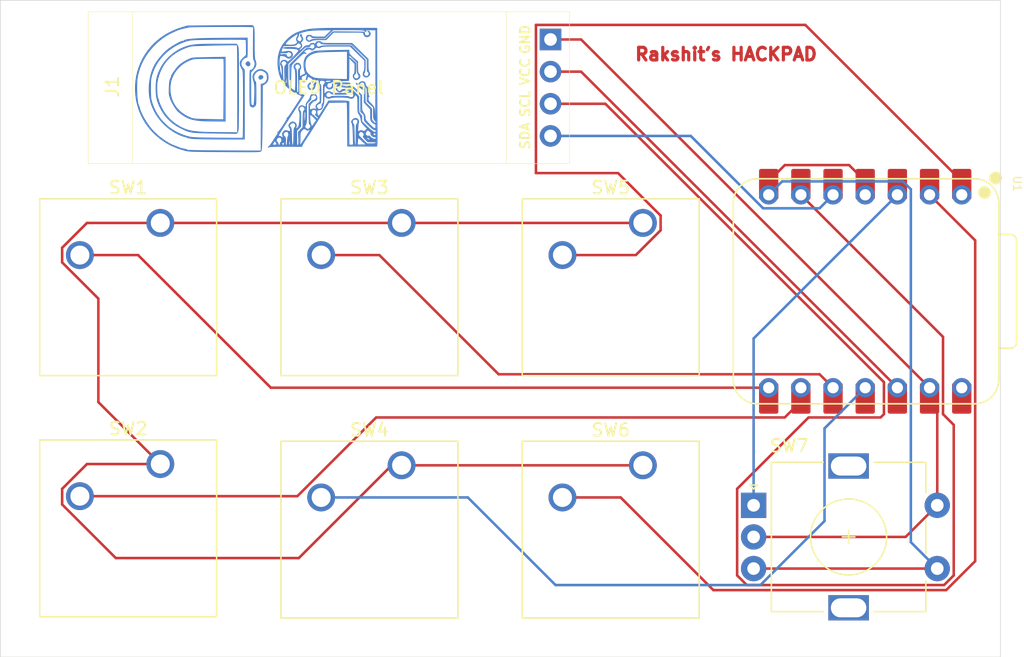
<source format=kicad_pcb>
(kicad_pcb (version 20241229) (generator "pcbnew") (generator_version "9.0")
  (layers (0 "F.Cu" signal) (2 "B.Cu" signal) (13 "F.Paste" user) (15 "B.Paste" user) (5 "F.SilkS" user "F.Silkscreen") (7 "B.SilkS" user "B.Silkscreen") (1 "F.Mask" user) (3 "B.Mask" user) (25 "Edge.Cuts" user))
  (net 0 "")
  (net 1 "Net-(U1-GPIO1{slash}RX)")
  (net 2 "GND")
  (net 3 "Net-(U1-GPIO2{slash}SCK)")
  (net 4 "Net-(U1-GPIO4{slash}MISO)")
  (net 5 "Net-(U1-GPIO3{slash}MOSI)")
  (net 6 "Net-(U1-GPIO26{slash}ADC0{slash}A0)")
  (net 7 "Net-(U1-GPIO27{slash}ADC1{slash}A1)")
  (net 8 "Net-(J1-GND)")
  (net 9 "Net-(J1-VCC)")
  (net 10 "Net-(J1-SDA)")
  (net 11 "Net-(J1-SCL)")
  (net 13 "Net-(U1-GPIO28{slash}ADC2{slash}A2)")
  (net 14 "Net-(U1-GPIO0{slash}TX)")
  (footprint "Button_Switch_Keyboard:SW_Cherry_MX_1.00u_PCB" (layer "F.Cu") (at 93.0275 52.07)
    (property "Reference" "SW2")
    (property "Value" "SW_Push")
  )
  (footprint "Button_Switch_Keyboard:SW_Cherry_MX_1.00u_PCB" (layer "F.Cu") (at 112.0775 52.1705)
    (property "Reference" "SW4")
    (property "Value" "SW_Push")
  )
  (footprint "OLED:SSD1306-0.91-OLED-4pin-128x32" (layer "F.Cu") (at 87.335 16.335)
    (property "Reference" "J1")
    (property "Value" "OLED_128x32")
  )
  (footprint "OPL:XIAO-RP2040-DIP" (layer "F.Cu") (at 148.6815 38.42 -90)
    (property "Reference" "U1")
    (property "Value" "XIAO-RP2040-DIP")
  )
  (footprint "Rotary_Encoder:RotaryEncoder_Alps_EC11E-Switch_Vertical_H20mm" (layer "F.Cu") (at 139.87 55.33)
    (property "Reference" "SW7")
    (property "Value" "RotaryEncoder_Switch")
  )
  (footprint "Button_Switch_Keyboard:SW_Cherry_MX_1.00u_PCB" (layer "F.Cu") (at 131.1275 33.02)
    (property "Reference" "SW5")
    (property "Value" "SW_Push")
  )
  (footprint "Button_Switch_Keyboard:SW_Cherry_MX_1.00u_PCB" (layer "F.Cu") (at 131.1275 52.1705)
    (property "Reference" "SW6")
    (property "Value" "SW_Push")
  )
  (footprint "Button_Switch_Keyboard:SW_Cherry_MX_1.00u_PCB" (layer "F.Cu") (at 112.0775 33.02)
    (property "Reference" "SW3")
    (property "Value" "SW_Push")
  )
  (footprint "Button_Switch_Keyboard:SW_Cherry_MX_1.00u_PCB" (layer "F.Cu") (at 93.0275 33.02)
    (property "Reference" "SW1")
    (property "Value" "SW_Push")
  )
  (gr_poly (pts (xy 97.600668 19.901514) (xy 96.881939 19.914977) (xy 96.351526 19.925806) (xy 96.146728 19.930888) (xy 95.976755 19.936098) (xy 95.837524 19.941697) (xy 95.724949 19.947948) (xy 95.677381 19.9514) (xy 95.634947 19.955113) (xy 95.597134 19.95912) (xy 95.563432 19.963454) (xy 95.533331 19.968146) (xy 95.50632 19.973232) (xy 95.48189 19.978742) (xy 95.459528 19.984709) (xy 95.438725 19.991167) (xy 95.418969 19.998148) (xy 95.399752 20.005686) (xy 95.380561 20.013811) (xy 95.293855 20.052856) (xy 95.228744 20.08202) (xy 95.164225 20.112682) (xy 95.100459 20.144727) (xy 95.037606 20.178043) (xy 94.975827 20.212513) (xy 94.915285 20.248025) (xy 94.856141 20.284465) (xy 94.798554 20.321717) (xy 94.742688 20.359667) (xy 94.688703 20.398202) (xy 94.63676 20.437208) (xy 94.58702 20.476569) (xy 94.539645 20.516173) (xy 94.494797 20.555904) (xy 94.452635 20.595648) (xy 94.413322 20.635292) (xy 94.370967 20.681687) (xy 94.326866 20.732577) (xy 94.281637 20.78708) (xy 94.235896 20.844318) (xy 94.190264 20.90341) (xy 94.145356 20.963477) (xy 94.101793 21.023637) (xy 94.060191 21.083011) (xy 94.021169 21.140719) (xy 93.985344 21.195881) (xy 93.953335 21.247617) (xy 93.92576 21.295047) (xy 93.903237 21.33729) (xy 93.886384 21.373467) (xy 93.875819 21.402698) (xy 93.873088 21.414434) (xy 93.87216 21.424103) (xy 93.871738 21.432417) (xy 93.870503 21.44182) (xy 93.868502 21.452218) (xy 93.865783 21.463515) (xy 93.862391 21.475618) (xy 93.858375 21.488434) (xy 93.848657 21.515825) (xy 93.837003 21.544936) (xy 93.823791 21.575015) (xy 93.809397 21.605308) (xy 93.794196 21.635064) (xy 93.785003 21.654328) (xy 93.776327 21.676097) (xy 93.768147 21.700514) (xy 93.760445 21.727718) (xy 93.746391 21.791055) (xy 93.734004 21.867236) (xy 93.72312 21.957391) (xy 93.713581 22.062647) (xy 93.705224 22.184135) (xy 93.697888 22.322981) (xy 93.692442 22.493249) (xy 93.690955 22.565663) (xy 93.690436 22.630895) (xy 93.690991 22.68992) (xy 93.692729 22.743712) (xy 93.695756 22.793244) (xy 93.700181 22.839492) (xy 93.706111 22.883428) (xy 93.713653 22.926028) (xy 93.722915 22.968264) (xy 93.734004 23.011112) (xy 93.747027 23.055546) (xy 93.762094 23.102539) (xy 93.798782 23.2081) (xy 93.823017 23.2739) (xy 93.850779 23.341957) (xy 93.881725 23.411734) (xy 93.915513 23.482693) (xy 93.9518 23.554297) (xy 93.990244 23.626009) (xy 94.030501 23.697291) (xy 94.072229 23.767605) (xy 94.115086 23.836415) (xy 94.158729 23.903182) (xy 94.202816 23.96737) (xy 94.247003 24.028441) (xy 94.290948 24.085857) (xy 94.334309 24.139081) (xy 94.376743 24.187576) (xy 94.417907 24.230804) (xy 94.447134 24.257075) (xy 94.482328 24.287055) (xy 94.522143 24.319721) (xy 94.565236 24.354054) (xy 94.610264 24.389032) (xy 94.655884 24.423634) (xy 94.700751 24.456839) (xy 94.743522 24.487625) (xy 94.856167 24.561362) (xy 94.966441 24.628012) (xy 95.075949 24.687904) (xy 95.186296 24.741366) (xy 95.299089 24.788729) (xy 95.415933 24.83032) (xy 95.538433 24.866471) (xy 95.668196 24.897509) (xy 95.806826 24.923763) (xy 95.95593 24.945564) (xy 96.117112 24.96324) (xy 96.291979 24.977121) (xy 96.482135 24.987535) (xy 96.689188 24.994811) (xy 97.160401 25.001269) (xy 98.183105 25.010442) (xy 98.183105 22.451392) (xy 98.183105 21.69927) (xy 98.028323 21.69927) (xy 98.004246 24.492211) (xy 97.99966 24.831584) (xy 96.839374 24.808653) (xy 96.517898 24.803198) (xy 96.253928 24.796829) (xy 96.141324 24.793151) (xy 96.040477 24.789063) (xy 95.950513 24.784505) (xy 95.870558 24.779416) (xy 95.79974 24.773736) (xy 95.737185 24.767405) (xy 95.682019 24.760361) (xy 95.63337 24.752545) (xy 95.590364 24.743896) (xy 95.552128 24.734353) (xy 95.517788 24.723856) (xy 95.486471 24.712345) (xy 95.291733 24.630104) (xy 95.108341 24.538323) (xy 94.936464 24.437245) (xy 94.776269 24.327111) (xy 94.627925 24.208163) (xy 94.491599 24.080644) (xy 94.367459 23.944793) (xy 94.255674 23.800855) (xy 94.156411 23.64907) (xy 94.069838 23.48968) (xy 93.996123 23.322927) (xy 93.935434 23.149054) (xy 93.88794 22.968301) (xy 93.853807 22.780911) (xy 93.833204 22.587125) (xy 93.826299 22.387186) (xy 93.828263 22.293324) (xy 93.834111 22.200114) (xy 93.843777 22.107643) (xy 93.857193 22.015998) (xy 93.874294 21.925266) (xy 93.895014 21.835536) (xy 93.919286 21.746894) (xy 93.947043 21.659428) (xy 93.97822 21.573224) (xy 94.01275 21.488371) (xy 94.050567 21.404956) (xy 94.091604 21.323065) (xy 94.135795 21.242787) (xy 94.183074 21.164208) (xy 94.233375 21.087417) (xy 94.28663 21.012499) (xy 94.342774 20.939544) (xy 94.401741 20.868637) (xy 94.463463 20.799867) (xy 94.527876 20.73332) (xy 94.594911 20.669084) (xy 94.664504 20.607247) (xy 94.736587 20.547895) (xy 94.811095 20.491116) (xy 94.88796 20.436997) (xy 94.967118 20.385626) (xy 95.0485 20.33709) (xy 95.132042 20.291477) (xy 95.217676 20.248873) (xy 95.305337 20.209366) (xy 95.394957 20.173043) (xy 95.486471 20.139992) (xy 95.571377 20.113863) (xy 95.660958 20.093486) (xy 95.76548 20.07816) (xy 95.895208 20.067188) (xy 96.060407 20.05987) (xy 96.271341 20.055507) (xy 96.871476 20.052856) (xy 97.990487 20.052856) (xy 98.018004 20.158337) (xy 98.027463 20.62526) (xy 98.028323 21.69927) (xy 98.183105 21.69927) (xy 98.183105 19.892342)) (fill yes) (layer "B.Cu"))
  (gr_poly (pts (xy 99.939641 20.242584) (xy 99.931629 20.243809) (xy 99.923559 20.245709) (xy 99.915418 20.248285) (xy 99.90719 20.25154) (xy 99.898858 20.255476) (xy 99.89041 20.260093) (xy 99.881829 20.265393) (xy 99.873099 20.271379) (xy 99.864207 20.278052) (xy 99.855137 20.285414) (xy 99.845874 20.293465) (xy 99.836403 20.302209) (xy 99.826708 20.311646) (xy 99.806588 20.332608) (xy 99.798351 20.342054) (xy 99.790839 20.351472) (xy 99.784048 20.360864) (xy 99.777978 20.370229) (xy 99.772627 20.379567) (xy 99.767993 20.388878) (xy 99.764075 20.398162) (xy 99.76087 20.407419) (xy 99.758377 20.41665) (xy 99.756595 20.425854) (xy 99.755522 20.43503) (xy 99.755155 20.44418) (xy 99.755494 20.453303) (xy 99.756537 20.462399) (xy 99.758281 20.471468) (xy 99.760727 20.480511) (xy 99.76387 20.489526) (xy 99.767711 20.498515) (xy 99.772247 20.507476) (xy 99.777477 20.516411) (xy 99.783398 20.525319) (xy 99.79001 20.5342) (xy 99.79731 20.543054) (xy 99.805298 20.551882) (xy 99.81397 20.560682) (xy 99.823326 20.569456) (xy 99.833364 20.578203) (xy 99.844083 20.586923) (xy 99.855479 20.595616) (xy 99.867553 20.604282) (xy 99.880301 20.612921) (xy 99.893724 20.621533) (xy 99.910012 20.630818) (xy 99.926167 20.638088) (xy 99.942133 20.643424) (xy 99.957857 20.646909) (xy 99.973286 20.648624) (xy 99.988366 20.648651) (xy 100.003042 20.647069) (xy 100.017262 20.643963) (xy 100.030971 20.639411) (xy 100.044116 20.633497) (xy 100.056643 20.626302) (xy 100.068498 20.617906) (xy 100.079627 20.608392) (xy 100.089977 20.597841) (xy 100.099494 20.586334) (xy 100.108124 20.573953) (xy 100.115814 20.560779) (xy 100.12251 20.546894) (xy 100.128157 20.532379) (xy 100.132703 20.517316) (xy 100.136093 20.501786) (xy 100.138275 20.485871) (xy 100.139193 20.469651) (xy 100.138794 20.453209) (xy 100.137025 20.436626) (xy 100.133832 20.419983) (xy 100.129161 20.403362) (xy 100.122958 20.386845) (xy 100.115169 20.370512) (xy 100.105742 20.354445) (xy 100.094622 20.338726) (xy 100.081754 20.323436) (xy 100.063247 20.304091) (xy 100.054277 20.29539) (xy 100.045478 20.287339) (xy 100.036832 20.279939) (xy 100.028327 20.273193) (xy 100.019945 20.267102) (xy 100.011673 20.261667) (xy 100.003495 20.256891) (xy 99.995395 20.252775) (xy 99.98736 20.249321) (xy 99.979373 20.24653) (xy 99.97142 20.244404) (xy 99.963485 20.242945) (xy 99.955554 20.242154) (xy 99.947611 20.242033)) (fill yes) (layer "B.Cu"))
  (gr_poly (pts (xy 97.756596 17.402084) (xy 95.179202 17.420428) (xy 94.748107 17.544254) (xy 94.540532 17.608609) (xy 94.337523 17.680315) (xy 93.945735 17.845083) (xy 93.573805 18.037165) (xy 93.222796 18.255172) (xy 92.893767 18.497713) (xy 92.587781 18.763397) (xy 92.305898 19.050834) (xy 92.049181 19.358633) (xy 91.818691 19.685404) (xy 91.61549 20.029755) (xy 91.440638 20.390297) (xy 91.295197 20.765638) (xy 91.180228 21.154388) (xy 91.134503 21.353357) (xy 91.096794 21.555156) (xy 91.067233 21.759613) (xy 91.045955 21.966553) (xy 91.03309 22.175802) (xy 91.028772 22.387186) (xy 91.036855 22.681746) (xy 91.060974 22.971852) (xy 91.100933 23.257135) (xy 91.156538 23.537225) (xy 91.227595 23.811753) (xy 91.313908 24.080348) (xy 91.415283 24.342642) (xy 91.531524 24.598265) (xy 91.662438 24.846848) (xy 91.807828 25.088021) (xy 91.967501 25.321414) (xy 92.141262 25.546659) (xy 92.328915 25.763385) (xy 92.530266 25.971223) (xy 92.74512 26.169804) (xy 92.973283 26.358758) (xy 93.07926 26.438697) (xy 93.185856 26.515223) (xy 93.293365 26.588471) (xy 93.402084 26.658575) (xy 93.512307 26.725669) (xy 93.624331 26.789888) (xy 93.738451 26.851367) (xy 93.854962 26.910238) (xy 93.974161 26.966638) (xy 94.096342 27.020699) (xy 94.221802 27.072557) (xy 94.350835 27.122346) (xy 94.483738 27.1702) (xy 94.620807 27.216254) (xy 94.762336 27.260642) (xy 94.908621 27.303498) (xy 95.033539 27.337024) (xy 95.166733 27.362758) (xy 95.343137 27.381935) (xy 95.597685 27.395792) (xy 96.480941 27.412489) (xy 98.095968 27.422737) (xy 98.98382 27.428442) (xy 99.348275 27.430304) (xy 99.66449 27.431407) (xy 99.936017 27.431676) (xy 100.166409 27.431039) (xy 100.359222 27.429421) (xy 100.518008 27.426749) (xy 100.585752 27.424994) (xy 100.646322 27.422947) (xy 100.700162 27.4206) (xy 100.747717 27.417944) (xy 100.78943 27.414968) (xy 100.825747 27.411663) (xy 100.857111 27.408022) (xy 100.883966 27.404033) (xy 100.906756 27.399688) (xy 100.925927 27.394978) (xy 100.941922 27.389894) (xy 100.955185 27.384425) (xy 100.96616 27.378564) (xy 100.975293 27.372301) (xy 100.983026 27.365626) (xy 100.989805 27.35853) (xy 101.001266 27.34359) (xy 101.011633 27.323713) (xy 101.020992 27.297615) (xy 101.029431 27.264013) (xy 101.043897 27.169165) (xy 101.05573 27.028904) (xy 101.065627 26.832964) (xy 101.074289 26.571081) (xy 101.090699 25.808425) (xy 101.107897 24.452083) (xy 101.118215 23.253961) (xy 101.118215 22.171639) (xy 101.278729 22.070745) (xy 101.320015 22.043584) (xy 101.35792 22.015335) (xy 101.392508 21.985877) (xy 101.423837 21.955089) (xy 101.451968 21.922849) (xy 101.476962 21.889038) (xy 101.49888 21.853534) (xy 101.51778 21.816215) (xy 101.533725 21.776962) (xy 101.546775 21.735654) (xy 101.55699 21.692169) (xy 101.56443 21.646386) (xy 101.569156 21.598185) (xy 101.571228 21.547444) (xy 101.571099 21.53417) (xy 101.439243 21.53417) (xy 101.438855 21.557587) (xy 101.437696 21.580538) (xy 101.435774 21.603014) (xy 101.433099 21.625005) (xy 101.429677 21.646503) (xy 101.425519 21.667497) (xy 101.420631 21.68798) (xy 101.415023 21.70794) (xy 101.408703 21.727371) (xy 101.401679 21.746261) (xy 101.39396 21.764602) (xy 101.385554 21.782384) (xy 101.376469 21.799599) (xy 101.366714 21.816237) (xy 101.356298 21.832289) (xy 101.345228 21.847745) (xy 101.333513 21.862597) (xy 101.321162 21.876835) (xy 101.308183 21.89045) (xy 101.294584 21.903432) (xy 101.280373 21.915773) (xy 101.26556 21.927463) (xy 101.250152 21.938493) (xy 101.234158 21.948854) (xy 101.217586 21.958537) (xy 101.200445 21.967531) (xy 101.182743 21.975829) (xy 101.164489 21.98342) (xy 101.14569 21.990296) (xy 101.126355 21.996447) (xy 101.106493 22.001865) (xy 101.086113 22.006539) (xy 100.957702 22.034056) (xy 100.957702 24.666484) (xy 100.957702 27.303498) (xy 98.086796 27.289738) (xy 96.781403 27.280997) (xy 96.281418 27.275067) (xy 95.87801 27.267955) (xy 95.567257 27.259553) (xy 95.345233 27.249754) (xy 95.266269 27.244297) (xy 95.208017 27.23845) (xy 95.169986 27.232199) (xy 95.151685 27.225533) (xy 95.143861 27.220272) (xy 95.134236 27.214838) (xy 95.122946 27.209269) (xy 95.110123 27.203605) (xy 95.080421 27.192158) (xy 95.046205 27.180818) (xy 95.008548 27.169909) (xy 94.968527 27.159751) (xy 94.927216 27.150669) (xy 94.885691 27.142983) (xy 94.841003 27.135092) (xy 94.793897 27.125427) (xy 94.745823 27.114365) (xy 94.698233 27.102282) (xy 94.652578 27.089553) (xy 94.610309 27.076556) (xy 94.572876 27.063667) (xy 94.556427 27.05738) (xy 94.541732 27.051262) (xy 94.509074 27.036509) (xy 94.470504 27.02009) (xy 94.381218 26.984189) (xy 94.285053 26.947429) (xy 94.193188 26.913678) (xy 94.085629 26.872453) (xy 93.973341 26.823138) (xy 93.857184 26.766354) (xy 93.738017 26.702717) (xy 93.6167 26.632846) (xy 93.494093 26.557359) (xy 93.371056 26.476873) (xy 93.248449 26.392008) (xy 93.127132 26.30338) (xy 93.007965 26.211609) (xy 92.891807 26.117311) (xy 92.779519 26.021106) (xy 92.671961 25.923611) (xy 92.569991 25.825444) (xy 92.474471 25.727224) (xy 92.38626 25.629567) (xy 92.306064 25.533427) (xy 92.2258 25.431415) (xy 92.146047 25.324539) (xy 92.067382 25.213807) (xy 91.990384 25.100227) (xy 91.915629 24.984806) (xy 91.843695 24.868552) (xy 91.775161 24.752473) (xy 91.710604 24.637576) (xy 91.650602 24.52487) (xy 91.595732 24.415361) (xy 91.546573 24.310057) (xy 91.503701 24.209967) (xy 91.467695 24.116097) (xy 91.439133 24.029456) (xy 91.418592 23.951051) (xy 91.414998 23.934625) (xy 91.411122 23.918106) (xy 91.402684 23.885268) (xy 91.393601 23.853506) (xy 91.384196 23.823786) (xy 91.379474 23.809994) (xy 91.374791 23.797075) (xy 91.370189 23.785151) (xy 91.365708 23.774342) (xy 91.361389 23.764768) (xy 91.357271 23.756553) (xy 91.353394 23.749814) (xy 91.3498 23.744675) (xy 91.32408 23.695248) (xy 91.300329 23.617975) (xy 91.278687 23.516181) (xy 91.259296 23.393193) (xy 91.227829 23.096932) (xy 91.207057 22.755795) (xy 91.198109 22.396386) (xy 91.202113 22.045306) (xy 91.209324 21.881204) (xy 91.220197 21.72916) (xy 91.234873 21.5925) (xy 91.253491 21.47455) (xy 91.291005 21.297895) (xy 91.334761 21.123928) (xy 91.384763 20.952647) (xy 91.44102 20.784054) (xy 91.503539 20.618148) (xy 91.572325 20.454929) (xy 91.647385 20.294397) (xy 91.728727 20.136552) (xy 91.816357 19.981395) (xy 91.910282 19.828925) (xy 92.010508 19.679141) (xy 92.117042 19.532046) (xy 92.229891 19.387637) (xy 92.349061 19.245915) (xy 92.47456 19.106881) (xy 92.606394 18.970534) (xy 92.689666 18.889528) (xy 92.772757 18.811552) (xy 92.855807 18.736518) (xy 92.938958 18.664339) (xy 93.022351 18.594928) (xy 93.106127 18.528198) (xy 93.190427 18.464061) (xy 93.275392 18.402429) (xy 93.361164 18.343216) (xy 93.447882 18.286334) (xy 93.535689 18.231696) (xy 93.624725 18.179215) (xy 93.715132 18.128802) (xy 93.80705 18.080371) (xy 93.900621 18.033835) (xy 93.995985 17.989106) (xy 94.242488 17.876747) (xy 94.399563 17.805662) (xy 94.425382 17.794572) (xy 94.45929 17.782077) (xy 94.548038 17.75371) (xy 94.659144 17.722225) (xy 94.785943 17.689289) (xy 94.921771 17.656568) (xy 95.059963 17.625728) (xy 95.193856 17.598436) (xy 95.316785 17.576356) (xy 95.411696 17.567999) (xy 95.596251 17.560233) (xy 96.190439 17.54712) (xy 97.01164 17.538306) (xy 97.972144 17.535081) (xy 98.690855 17.534078) (xy 99.252958 17.534794) (xy 99.481025 17.535932) (xy 99.676833 17.537661) (xy 99.842679 17.540035) (xy 99.98086 17.543107) (xy 100.093674 17.546932) (xy 100.183419 17.551563) (xy 100.220359 17.554197) (xy 100.252392 17.557053) (xy 100.279807 17.560138) (xy 100.302891 17.563458) (xy 100.32193 17.567019) (xy 100.337213 17.57083) (xy 100.349026 17.574895) (xy 100.357656 17.579222) (xy 100.36339 17.583819) (xy 100.365261 17.58622) (xy 100.366517 17.58869) (xy 100.367322 17.593844) (xy 100.366093 17.599287) (xy 100.360961 17.637534) (xy 100.35599 17.721249) (xy 100.347176 18.004011) (xy 100.340941 18.405439) (xy 100.338577 18.883398) (xy 100.337591 19.241697) (xy 100.33775 19.392191) (xy 100.338433 19.525238) (xy 100.339707 19.642082) (xy 100.34164 19.743965) (xy 100.344298 19.83213) (xy 100.347749 19.90782) (xy 100.352059 19.972278) (xy 100.357297 20.026746) (xy 100.363529 20.072467) (xy 100.367039 20.092436) (xy 100.370823 20.110684) (xy 100.374888 20.127367) (xy 100.379245 20.14264) (xy 100.3839 20.156659) (xy 100.388863 20.169578) (xy 100.394141 20.181553) (xy 100.399743 20.19274) (xy 100.405678 20.203294) (xy 100.411954 20.21337) (xy 100.425184 20.235584) (xy 100.436527 20.259142) (xy 100.446036 20.283908) (xy 100.453758 20.30975) (xy 100.459743 20.336532) (xy 100.464042 20.364121) (xy 100.466703 20.392381) (xy 100.467776 20.421178) (xy 100.467311 20.450379) (xy 100.465356 20.479848) (xy 100.461963 20.509452) (xy 100.45718 20.539056) (xy 100.451056 20.568525) (xy 100.443642 20.597726) (xy 100.434986 20.626523) (xy 100.425139 20.654783) (xy 100.41415 20.682372) (xy 100.402069 20.709154) (xy 100.388944 20.734995) (xy 100.374827 20.759762) (xy 100.359765 20.78332) (xy 100.343809 20.805534) (xy 100.327008 20.82627) (xy 100.309412 20.845394) (xy 100.29107 20.862771) (xy 100.272032 20.878267) (xy 100.252347 20.891747) (xy 100.232066 20.903078) (xy 100.211237 20.912125) (xy 100.189909 20.918753) (xy 100.168134 20.922829) (xy 100.14596 20.924217) (xy 100.132184 20.92542) (xy 100.120028 20.930183) (xy 100.109391 20.94024) (xy 100.10017 20.957323) (xy 100.092267 20.983167) (xy 100.085579 21.019504) (xy 100.075448 21.130592) (xy 100.068972 21.304452) (xy 100.065345 21.554951) (xy 100.06341 22.341325) (xy 100.063607 22.809413) (xy 100.064075 22.999206) (xy 100.064986 23.162382) (xy 100.065654 23.234665) (xy 100.066489 23.301105) (xy 100.067508 23.361973) (xy 100.06873 23.417538) (xy 100.070174 23.468072) (xy 100.071859 23.513844) (xy 100.073802 23.555126) (xy 100.076022 23.592187) (xy 100.078537 23.625297) (xy 100.081367 23.654728) (xy 100.084529 23.68075) (xy 100.086241 23.692567) (xy 100.088042 23.703633) (xy 100.089936 23.713981) (xy 100.091925 23.723647) (xy 100.094011 23.732663) (xy 100.096196 23.741063) (xy 100.098482 23.748881) (xy 100.100873 23.756151) (xy 100.103369 23.762907) (xy 100.105975 23.769182) (xy 100.108691 23.77501) (xy 100.11152 23.780426) (xy 100.114465 23.785462) (xy 100.117527 23.790153) (xy 100.12071 23.794532) (xy 100.124015 23.798634) (xy 100.127445 23.802492) (xy 100.131001 23.806139) (xy 100.138505 23.812939) (xy 100.146544 23.819304) (xy 100.155138 23.825505) (xy 100.164304 23.831811) (xy 100.190388 23.849438) (xy 100.20302 23.857282) (xy 100.215396 23.864478) (xy 100.227531 23.871026) (xy 100.239438 23.876925) (xy 100.251129 23.882175) (xy 100.262619 23.886773) (xy 100.273921 23.890719) (xy 100.285048 23.894014) (xy 100.296014 23.896655) (xy 100.306832 23.898641) (xy 100.317516 23.899973) (xy 100.328079 23.900649) (xy 100.338534 23.900668) (xy 100.348895 23.90003) (xy 100.359176 23.898733) (xy 100.36939 23.896777) (xy 100.379549 23.894161) (xy 100.389669 23.890884) (xy 100.399761 23.886946) (xy 100.409841 23.882345) (xy 100.41992 23.87708) (xy 100.430012 23.871152) (xy 100.440132 23.864558) (xy 100.450291 23.857298) (xy 100.460505 23.849372) (xy 100.470786 23.840778) (xy 100.481147 23.831515) (xy 100.491602 23.821583) (xy 100.512849 23.799709) (xy 100.544835 23.762706) (xy 100.557923 23.742865) (xy 100.569244 23.720383) (xy 100.578925 23.693952) (xy 100.587096 23.66226) (xy 100.593882 23.623998) (xy 100.599412 23.577856) (xy 100.607214 23.456691) (xy 100.611522 23.288285) (xy 100.613743 22.767834) (xy 100.61291 22.581872) (xy 100.610519 22.408325) (xy 100.60673 22.251009) (xy 100.601705 22.113739) (xy 100.595605 22.000332) (xy 100.588591 21.914602) (xy 100.584792 21.883309) (xy 100.580825 21.860366) (xy 100.576711 21.84625) (xy 100.574604 21.842652) (xy 100.572468 21.841439) (xy 100.565579 21.840658) (xy 100.558683 21.838361) (xy 100.551801 21.834618) (xy 100.544952 21.829499) (xy 100.538156 21.823073) (xy 100.531435 21.815411) (xy 100.518295 21.796653) (xy 100.505692 21.773784) (xy 100.493788 21.747361) (xy 100.482744 21.717942) (xy 100.47272 21.686085) (xy 100.46388 21.652346) (xy 100.456382 21.617284) (xy 100.45039 21.581456) (xy 100.446064 21.54542) (xy 100.443565 21.509733) (xy 100.443054 21.474953) (xy 100.444693 21.441638) (xy 100.448643 21.410345) (xy 100.452144 21.393932) (xy 100.456606 21.377391) (xy 100.461995 21.360756) (xy 100.468278 21.344061) (xy 100.483388 21.310624) (xy 100.50167 21.277348) (xy 100.522854 21.244501) (xy 100.546671 21.212354) (xy 100.572854 21.181174) (xy 100.601132 21.15123) (xy 100.631237 21.12279) (xy 100.662901 21.096125) (xy 100.695854 21.071501) (xy 100.729829 21.049188) (xy 100.764557 21.029456) (xy 100.799768 21.012571) (xy 100.835193 20.998804) (xy 100.852903 20.993173) (xy 100.870566 20.988422) (xy 100.883428 20.985865) (xy 100.89704 20.984197) (xy 100.911346 20.983391) (xy 100.926289 20.983424) (xy 100.941813 20.98427) (xy 100.957862 20.985903) (xy 100.991309 20.991432) (xy 101.026181 20.999809) (xy 101.062027 21.010833) (xy 101.098397 21.024303) (xy 101.13484 21.040016) (xy 101.170908 21.057772) (xy 101.206149 21.077368) (xy 101.240114 21.098603) (xy 101.272352 21.121276) (xy 101.302413 21.145185) (xy 101.329848 21.170129) (xy 101.354206 21.195906) (xy 101.365091 21.209044) (xy 101.375038 21.222314) (xy 101.381805 21.232769) (xy 101.38833 21.245119) (xy 101.394587 21.259216) (xy 101.400548 21.274911) (xy 101.406186 21.292057) (xy 101.411476 21.310507) (xy 101.416389 21.330112) (xy 101.420899 21.350725) (xy 101.424979 21.372198) (xy 101.428602 21.394383) (xy 101.431742 21.417132) (xy 101.434371 21.440298) (xy 101.436462 21.463732) (xy 101.437989 21.487288) (xy 101.438925 21.510816) (xy 101.439243 21.53417) (xy 101.571099 21.53417) (xy 101.570708 21.494043) (xy 101.567654 21.437861) (xy 101.564087 21.39998) (xy 101.560184 21.365263) (xy 101.555824 21.333434) (xy 101.550886 21.304219) (xy 101.54525 21.277342) (xy 101.538794 21.252527) (xy 101.535221 21.240807) (xy 101.531398 21.229499) (xy 101.527309 21.218569) (xy 101.52294 21.207982) (xy 101.518275 21.197705) (xy 101.5133 21.187702) (xy 101.507998 21.177939) (xy 101.502356 21.168382) (xy 101.496358 21.158997) (xy 101.489988 21.149748) (xy 101.483233 21.140602) (xy 101.476075 21.131523) (xy 101.460497 21.113433) (xy 101.443131 21.095202) (xy 101.423857 21.076554) (xy 101.402554 21.057214) (xy 101.374399 21.033083) (xy 101.345848 21.010565) (xy 101.316939 20.989659) (xy 101.287705 20.970365) (xy 101.258182 20.952683) (xy 101.228405 20.936614) (xy 101.198411 20.922157) (xy 101.168233 20.909312) (xy 101.137907 20.89808) (xy 101.107469 20.88846) (xy 101.076954 20.880452) (xy 101.046396 20.874056) (xy 101.015832 20.869273) (xy 100.985297 20.866102) (xy 100.954825 20.864544) (xy 100.924452 20.864598) (xy 100.894214 20.866264) (xy 100.864145 20.869542) (xy 100.834282 20.874433) (xy 100.804658 20.880936) (xy 100.77531 20.889051) (xy 100.746272 20.898779) (xy 100.717581 20.910119) (xy 100.689271 20.923071) (xy 100.661377 20.937635) (xy 100.633935 20.953812) (xy 100.60698 20.971601) (xy 100.580548 20.991003) (xy 100.554673 21.012016) (xy 100.529391 21.034642) (xy 100.504737 21.058881) (xy 100.480746 21.084731) (xy 100.448867 21.122815) (xy 100.420267 21.159811) (xy 100.394891 21.19592) (xy 100.372686 21.231343) (xy 100.353598 21.266283) (xy 100.337573 21.300941) (xy 100.324559 21.335518) (xy 100.3145 21.370216) (xy 100.307343 21.405237) (xy 100.303034 21.440782) (xy 100.30152 21.477052) (xy 100.302748 21.514249) (xy 100.306662 21.552575) (xy 100.31321 21.592231) (xy 100.322337 21.633418) (xy 100.333991 21.676339) (xy 100.359286 21.763117) (xy 100.385011 21.858064) (xy 100.397094 21.905241) (xy 100.408157 21.950431) (xy 100.417821 21.992288) (xy 100.425713 22.029469) (xy 100.433411 22.083838) (xy 100.439364 22.161947) (xy 100.44635 22.374718) (xy 100.447318 22.638437) (xy 100.442911 22.923761) (xy 100.433774 23.201346) (xy 100.420553 23.441848) (xy 100.403893 23.615923) (xy 100.394474 23.668881) (xy 100.384438 23.694227) (xy 100.382209 23.696323) (xy 100.379826 23.698312) (xy 100.37463 23.701967) (xy 100.368909 23.705191) (xy 100.362725 23.707986) (xy 100.356139 23.710351) (xy 100.349209 23.712285) (xy 100.341997 23.71379) (xy 100.334564 23.714865) (xy 100.326969 23.71551) (xy 100.319274 23.715725) (xy 100.311538 23.71551) (xy 100.303822 23.714865) (xy 100.296187 23.71379) (xy 100.288694 23.712285) (xy 100.281401 23.710351) (xy 100.274371 23.707986) (xy 100.262966 23.701067) (xy 100.252784 23.689821) (xy 100.243757 23.673039) (xy 100.235819 23.649513) (xy 100.222938 23.57739) (xy 100.213605 23.463776) (xy 100.207281 23.298998) (xy 100.20343 23.073383) (xy 100.200993 22.400944) (xy 100.200993 21.12142) (xy 100.324818 20.993009) (xy 100.377877 20.938793) (xy 100.425319 20.886041) (xy 100.467225 20.834499) (xy 100.503677 20.783911) (xy 100.534754 20.734021) (xy 100.548302 20.709258) (xy 100.560537 20.684575) (xy 100.571469 20.659938) (xy 100.581108 20.635317) (xy 100.589463 20.610678) (xy 100.596545 20.585991) (xy 100.602365 20.561224) (xy 100.606931 20.536344) (xy 100.610255 20.511319) (xy 100.612346 20.486118) (xy 100.613214 20.460709) (xy 100.61287 20.43506) (xy 100.611323 20.409138) (xy 100.608584 20.382913) (xy 100.604662 20.356352) (xy 100.599568 20.329422) (xy 100.585904 20.274333) (xy 100.567672 20.21739) (xy 100.544952 20.158337) (xy 100.526195 20.102443) (xy 100.510986 20.026773) (xy 100.499001 19.924875) (xy 100.489918 19.790301) (xy 100.483415 19.616602) (xy 100.47917 19.397328) (xy 100.47616 18.796261) (xy 100.47564 18.450243) (xy 100.473724 18.173554) (xy 100.472073 18.058554) (xy 100.469872 17.957702) (xy 100.467053 17.869937) (xy 100.463548 17.794196) (xy 100.459291 17.72942) (xy 100.454215 17.674545) (xy 100.448251 17.628512) (xy 100.444916 17.608479) (xy 100.441334 17.590258) (xy 100.437497 17.573716) (xy 100.433396 17.558721) (xy 100.429023 17.545141) (xy 100.424369 17.532842) (xy 100.419427 17.521691) (xy 100.414187 17.511557) (xy 100.408642 17.502306) (xy 100.402782 17.493806) (xy 100.329404 17.388325)) (fill yes) (layer "B.Cu"))
  (gr_poly (pts (xy 100.963739 21.333625) (xy 100.947298 21.335167) (xy 100.931105 21.338092) (xy 100.915244 21.342341) (xy 100.8998 21.347853) (xy 100.884857 21.354568) (xy 100.870498 21.362425) (xy 100.856807 21.371363) (xy 100.843869 21.381322) (xy 100.831767 21.392242) (xy 100.820586 21.404062) (xy 100.810409 21.416722) (xy 100.80132 21.430162) (xy 100.793403 21.44432) (xy 100.786743 21.459136) (xy 100.781423 21.47455) (xy 100.777527 21.490502) (xy 100.775139 21.506931) (xy 100.774344 21.523776) (xy 100.775225 21.540977) (xy 100.777865 21.558474) (xy 100.78235 21.576206) (xy 100.788763 21.594113) (xy 100.797188 21.612134) (xy 100.802923 21.622156) (xy 100.808946 21.631585) (xy 100.815248 21.640418) (xy 100.82182 21.648652) (xy 100.828654 21.656285) (xy 100.835742 21.663314) (xy 100.843075 21.669737) (xy 100.850645 21.675551) (xy 100.858443 21.680753) (xy 100.866461 21.685342) (xy 100.874691 21.689315) (xy 100.883124 21.692668) (xy 100.891751 21.6954) (xy 100.900566 21.697508) (xy 100.909558 21.69899) (xy 100.91872 21.699843) (xy 100.928043 21.700064) (xy 100.937519 21.699651) (xy 100.947139 21.698602) (xy 100.956896 21.696914) (xy 100.96678 21.694584) (xy 100.976783 21.69161) (xy 100.986897 21.68799) (xy 100.997114 21.68372) (xy 101.007424 21.678799) (xy 101.017821 21.673223) (xy 101.028294 21.666991) (xy 101.038836 21.6601) (xy 101.049439 21.652547) (xy 101.060094 21.64433) (xy 101.070793 21.635445) (xy 101.081527 21.625892) (xy 101.098563 21.609762) (xy 101.106316 21.601846) (xy 101.113558 21.594022) (xy 101.120289 21.586286) (xy 101.12651 21.578631) (xy 101.13222 21.571054) (xy 101.13742 21.56355) (xy 101.142109 21.556112) (xy 101.146288 21.548736) (xy 101.149956 21.541418) (xy 101.153113 21.534152) (xy 101.15576 21.526933) (xy 101.157896 21.519755) (xy 101.159522 21.512615) (xy 101.160637 21.505506) (xy 101.161242 21.498425) (xy 101.161336 21.491365) (xy 101.160919 21.484322) (xy 101.159992 21.477291) (xy 101.158554 21.470267) (xy 101.156606 21.463244) (xy 101.154148 21.456218) (xy 101.151178 21.449183) (xy 101.147698 21.442135) (xy 101.143708 21.435069) (xy 101.139207 21.427979) (xy 101.134195 21.420861) (xy 101.128673 21.413709) (xy 101.12264 21.406518) (xy 101.116097 21.399283) (xy 101.109043 21.392) (xy 101.094143 21.378366) (xy 101.078736 21.36666) (xy 101.062906 21.356822) (xy 101.046737 21.348791) (xy 101.030312 21.342506) (xy 101.013716 21.337908) (xy 100.997032 21.334935) (xy 100.980346 21.333528)) (fill yes) (layer "B.Cu"))
  (gr_poly (pts (xy 106.930603 17.633697) (xy 106.254966 17.638928) (xy 105.971775 17.643532) (xy 105.72046 17.649749) (xy 105.497616 17.657792) (xy 105.299837 17.667878) (xy 105.123716 17.680221) (xy 104.965848 17.695036) (xy 104.822826 17.712539) (xy 104.691246 17.732943) (xy 104.567699 17.756465) (xy 104.448782 17.783319) (xy 104.331087 17.813719) (xy 104.211209 17.847882) (xy 104.116395 17.875917) (xy 104.026036 17.905128) (xy 103.939747 17.935723) (xy 103.857147 17.96791) (xy 103.777852 18.001897) (xy 103.701479 18.037893) (xy 103.627645 18.076106) (xy 103.555968 18.116744) (xy 103.486065 18.160015) (xy 103.417552 18.206128) (xy 103.350046 18.255291) (xy 103.283166 18.307712) (xy 103.216527 18.3636) (xy 103.149748 18.423162) (xy 103.082444 18.486607) (xy 103.014234 18.554144) (xy 102.946555 18.624091) (xy 102.882759 18.694737) (xy 102.822752 18.766243) (xy 102.76644 18.83877) (xy 102.713729 18.912479) (xy 102.664525 18.987532) (xy 102.618733 19.064089) (xy 102.57626 19.142313) (xy 102.537012 19.222364) (xy 102.500894 19.304403) (xy 102.467813 19.388593) (xy 102.437674 19.475093) (xy 102.410383 19.564065) (xy 102.385847 19.655671) (xy 102.363972 19.750071) (xy 102.344662 19.847428) (xy 102.327344 19.962609) (xy 102.314897 20.080746) (xy 102.307246 20.201248) (xy 102.304318 20.323523) (xy 102.306039 20.446981) (xy 102.312335 20.57103) (xy 102.323132 20.695079) (xy 102.338356 20.818537) (xy 102.357933 20.940812) (xy 102.381789 21.061314) (xy 102.409851 21.179451) (xy 102.442045 21.294632) (xy 102.478296 21.406267) (xy 102.518531 21.513762) (xy 102.562675 21.616529) (xy 102.610656 21.713975) (xy 102.659249 21.800362) (xy 102.715205 21.887199) (xy 102.777933 21.973969) (xy 102.846841 22.060155) (xy 102.921338 22.145238) (xy 103.000834 22.228703) (xy 103.084736 22.310032) (xy 103.172455 22.388706) (xy 103.263398 22.46421) (xy 103.356974 22.536026) (xy 103.452592 22.603637) (xy 103.549662 22.666524) (xy 103.647592 22.724172) (xy 103.74579 22.776062) (xy 103.843665 22.821678) (xy 103.940627 22.860502) (xy 103.994389 22.882779) (xy 104.044819 22.904572) (xy 104.068414 22.915136) (xy 104.090734 22.925398) (xy 104.111629 22.935297) (xy 104.130952 22.944772) (xy 104.148555 22.953764) (xy 104.164291 22.962212) (xy 104.178011 22.970055) (xy 104.189568 22.977233) (xy 104.198814 22.983686) (xy 104.202524 22.986621) (xy 104.205601 22.989352) (xy 104.208027 22.991872) (xy 104.209782 22.994173) (xy 104.210849 22.996246) (xy 104.211209 22.998086) (xy 104.20994 23.003372) (xy 104.206219 23.012211) (xy 104.191933 23.039719) (xy 104.169369 23.078943) (xy 104.139551 23.128217) (xy 104.103498 23.185874) (xy 104.062232 23.25025) (xy 104.016773 23.319678) (xy 103.968145 23.392491) (xy 103.413225 24.245508) (xy 103.380741 24.295503) (xy 103.34876 24.343859) (xy 103.317465 24.390333) (xy 103.287036 24.434685) (xy 103.257655 24.476672) (xy 103.229503 24.516053) (xy 103.202763 24.552585) (xy 103.177614 24.586027) (xy 103.154239 24.616137) (xy 103.132819 24.642673) (xy 103.113535 24.665393) (xy 103.096569 24.684055) (xy 103.082102 24.698418) (xy 103.075862 24.703912) (xy 103.070315 24.70824) (xy 103.065484 24.711372) (xy 103.061391 24.713278) (xy 103.058058 24.713928) (xy 103.055509 24.713292) (xy 103.053817 24.712095) (xy 103.05218 24.711084) (xy 103.050603 24.710253) (xy 103.049087 24.709601) (xy 103.047634 24.709124) (xy 103.046248 24.708817) (xy 103.044931 24.708679) (xy 103.043686 24.708705) (xy 103.042514 24.708893) (xy 103.041418 24.709238) (xy 103.040402 24.709738) (xy 103.039467 24.710389) (xy 103.038615 24.711188) (xy 103.037851 24.712131) (xy 103.037175 24.713216) (xy 103.036591 24.714438) (xy 103.036101 24.715794) (xy 103.035708 24.717282) (xy 103.035413 24.718897) (xy 103.035221 24.720636) (xy 103.035132 24.722497) (xy 103.03515 24.724475) (xy 103.035277 24.726567) (xy 103.035516 24.728769) (xy 103.036339 24.733494) (xy 103.037639 24.738622) (xy 103.039436 24.744127) (xy 103.041751 24.74998) (xy 103.042613 24.760127) (xy 103.039355 24.775694) (xy 103.021507 24.821548) (xy 102.990278 24.884466) (xy 102.947735 24.961371) (xy 102.836988 25.144833) (xy 102.705818 25.347321) (xy 102.570778 25.544219) (xy 102.448422 25.710914) (xy 102.397173 25.775242) (xy 102.355303 25.82279) (xy 102.324879 25.850479) (xy 102.314607 25.855915) (xy 102.307973 25.855233) (xy 102.304696 25.851359) (xy 102.301756 25.848318) (xy 102.300416 25.847101) (xy 102.299165 25.846083) (xy 102.298005 25.84526) (xy 102.296937 25.844627) (xy 102.295963 25.844184) (xy 102.295085 25.843924) (xy 102.294305 25.843847) (xy 102.293623 25.843947) (xy 102.293042 25.844222) (xy 102.292564 25.844668) (xy 102.29219 25.845282) (xy 102.291921 25.846061) (xy 102.29176 25.847001) (xy 102.291709 25.848099) (xy 102.291768 25.849351) (xy 102.291939 25.850754) (xy 102.292627 25.854001) (xy 102.293784 25.857813) (xy 102.295426 25.862161) (xy 102.297564 25.86702) (xy 102.300213 25.872363) (xy 102.303386 25.878163) (xy 102.305376 25.881736) (xy 102.307047 25.88557) (xy 102.308403 25.889657) (xy 102.309451 25.893991) (xy 102.310632 25.903366) (xy 102.310624 25.913634) (xy 102.309461 25.924736) (xy 102.307175 25.93661) (xy 102.303802 25.949196) (xy 102.299374 25.962434) (xy 102.293924 25.976262) (xy 102.287487 25.990622) (xy 102.280097 26.005452) (xy 102.271786 26.020691) (xy 102.262588 26.03628) (xy 102.252537 26.052158) (xy 102.241666 26.068264) (xy 102.230009 26.084538) (xy 102.173972 26.164867) (xy 102.101597 26.273142) (xy 102.022344 26.396035) (xy 101.983093 26.458799) (xy 101.945669 26.520218) (xy 101.90804 26.581208) (xy 101.868207 26.642682) (xy 101.827407 26.702973) (xy 101.786875 26.760416) (xy 101.747849 26.813345) (xy 101.711563 26.860093) (xy 101.694834 26.880628) (xy 101.679254 26.898994) (xy 101.664977 26.914981) (xy 101.652159 26.928383) (xy 101.53292 27.047621) (xy 101.665917 27.006347) (xy 101.71855 26.998195) (xy 101.814393 26.991012) (xy 102.11421 26.979977) (xy 102.522374 26.974101) (xy 102.99589 26.974244) (xy 104.192864 26.983416) (xy 104.247898 26.859592) (xy 104.262337 26.827874) (xy 104.2843 26.785569) (xy 104.312712 26.734557) (xy 104.346499 26.67672) (xy 104.384585 26.613939) (xy 104.425896 26.548094) (xy 104.469356 26.481067) (xy 104.513892 26.414739) (xy 104.75194 26.046703) (xy 105.017483 25.630327) (xy 104.866927 25.630327) (xy 104.866449 25.635673) (xy 104.862543 25.64982) (xy 104.854652 25.66877) (xy 104.842718 25.692758) (xy 104.826679 25.722021) (xy 104.806475 25.756791) (xy 104.782045 25.797306) (xy 104.720267 25.896508) (xy 104.586186 26.115253) (xy 104.466239 26.30675) (xy 104.411684 26.392096) (xy 104.360804 26.470408) (xy 104.313645 26.541612) (xy 104.270255 26.605636) (xy 104.230681 26.662403) (xy 104.194969 26.711842) (xy 104.163168 26.753877) (xy 104.135323 26.788435) (xy 104.111482 26.815442) (xy 104.091692 26.834825) (xy 104.083331 26.841634) (xy 104.076 26.846508) (xy 104.069706 26.84944) (xy 104.064453 26.850419) (xy 104.062344 26.850326) (xy 104.060317 26.850049) (xy 104.058374 26.849592) (xy 104.056517 26.848959) (xy 104.054747 26.848156) (xy 104.053066 26.847185) (xy 104.051476 26.846051) (xy 104.049978 26.844758) (xy 104.048574 26.843311) (xy 104.047266 26.841714) (xy 104.046056 26.839971) (xy 104.044944 26.838085) (xy 104.043933 26.836062) (xy 104.043025 26.833905) (xy 104.041522 26.829208) (xy 104.04045 26.824028) (xy 104.039821 26.818397) (xy 104.039648 26.81235) (xy 104.039946 26.80592) (xy 104.040727 26.79914) (xy 104.042006 26.792045) (xy 104.043795 26.784667) (xy 104.046109 26.777042) (xy 104.051241 26.753502) (xy 104.056213 26.715129) (xy 104.060861 26.663858) (xy 104.065027 26.601623) (xy 104.068547 26.530359) (xy 104.071261 26.452001) (xy 104.073008 26.368484) (xy 104.073626 26.281742) (xy 104.074074 26.148583) (xy 104.074895 26.093283) (xy 104.076349 26.044554) (xy 104.078608 26.001682) (xy 104.080095 25.98222) (xy 104.081848 25.963956) (xy 104.083891 25.946801) (xy 104.086244 25.930664) (xy 104.08893 25.915459) (xy 104.09197 25.901094) (xy 104.095386 25.887482) (xy 104.0992 25.874534) (xy 104.103435 25.86216) (xy 104.108111 25.850271) (xy 104.11325 25.838778) (xy 104.118875 25.827593) (xy 104.125007 25.816626) (xy 104.131668 25.805789) (xy 104.13888 25.794992) (xy 104.146665 25.784146) (xy 104.155044 25.773162) (xy 104.16404 25.761952) (xy 104.183967 25.738495) (xy 104.206622 25.713063) (xy 104.234214 25.684026) (xy 104.258817 25.658765) (xy 104.280879 25.637184) (xy 104.300853 25.619192) (xy 104.310197 25.611511) (xy 104.319187 25.604692) (xy 104.32788 25.598723) (xy 104.336333 25.593592) (xy 104.3446 25.589287) (xy 104.352739 25.585797) (xy 104.360806 25.583109) (xy 104.368856 25.581213) (xy 104.376947 25.580096) (xy 104.385135 25.579746) (xy 104.393475 25.580152) (xy 104.402025 25.581302) (xy 104.41084 25.583185) (xy 104.419976 25.585788) (xy 104.429491 25.589099) (xy 104.439439 25.593108) (xy 104.449878 25.597802) (xy 104.460864 25.603169) (xy 104.4847 25.615877) (xy 104.511399 25.631138) (xy 104.541409 25.648858) (xy 104.560407 25.660199) (xy 104.577954 25.670149) (xy 104.594212 25.678716) (xy 104.609341 25.685905) (xy 104.616532 25.688985) (xy 104.623502 25.691724) (xy 104.63027 25.694121) (xy 104.636857 25.696179) (xy 104.643283 25.697897) (xy 104.649568 25.699277) (xy 104.655731 25.700319) (xy 104.661794 25.701025) (xy 104.667777 25.701394) (xy 104.673699 25.701429) (xy 104.67958 25.701129) (xy 104.685441 25.700496) (xy 104.691303 25.699531) (xy 104.697184 25.698234) (xy 104.703106 25.696605) (xy 104.709089 25.694647) (xy 104.715151 25.69236) (xy 104.721315 25.689744) (xy 104.7276 25.686801) (xy 104.734025 25.683531) (xy 104.747381 25.676015) (xy 104.761542 25.667202) (xy 104.787329 25.651387) (xy 104.809616 25.638494) (xy 104.828342 25.628759) (xy 104.843447 25.622416) (xy 104.849623 25.62059) (xy 104.854871 25.619701) (xy 104.859183 25.619777) (xy 104.862553 25.620848) (xy 104.864972 25.622944) (xy 104.866432 25.626094) (xy 104.866927 25.630327) (xy 105.017483 25.630327) (xy 105.045881 25.585799) (xy 105.482718 24.89215) (xy 105.362322 24.89215) (xy 105.197223 25.135214) (xy 105.180954 25.160669) (xy 105.164887 25.185357) (xy 105.149116 25.209159) (xy 105.133734 25.231953) (xy 105.118836 25.253618) (xy 105.104515 25.274034) (xy 105.090867 25.293079) (xy 105.077984 25.310633) (xy 105.065961 25.326575) (xy 105.054892 25.340783) (xy 105.044871 25.353137) (xy 105.035992 25.363517) (xy 105.028349 25.3718) (xy 105.022037 25.377866) (xy 105.019409 25.38003) (xy 105.017148 25.381594) (xy 105.015268 25.382544) (xy 105.013778 25.382864) (xy 105.007239 25.381843) (xy 105.000536 25.378834) (xy 104.993694 25.37392) (xy 104.986736 25.36718) (xy 104.972574 25.348552) (xy 104.958243 25.323603) (xy 104.94394 25.292983) (xy 104.929858 25.257346) (xy 104.916193 25.217342) (xy 104.903138 25.173622) (xy 104.890891 25.12684) (xy 104.879644 25.077645) (xy 104.869592 25.026691) (xy 104.860932 24.974628) (xy 104.853857 24.922108) (xy 104.848562 24.869783) (xy 104.845242 24.818305) (xy 104.844092 24.768325) (xy 104.842991 24.706188) (xy 104.843017 24.647867) (xy 104.844012 24.594598) (xy 104.845812 24.547618) (xy 104.848257 24.508161) (xy 104.849671 24.49164) (xy 104.851186 24.477465) (xy 104.852781 24.465788) (xy 104.854437 24.456764) (xy 104.856134 24.450549) (xy 104.85699 24.448543) (xy 104.85785 24.447297) (xy 104.859029 24.446327) (xy 104.860836 24.445988) (xy 104.866261 24.447145) (xy 104.873983 24.450653) (xy 104.883862 24.456397) (xy 104.895756 24.464265) (xy 104.909525 24.474142) (xy 104.94212 24.499464) (xy 104.98052 24.53145) (xy 105.023595 24.569187) (xy 105.070218 24.611761) (xy 105.119259 24.658258) (xy 105.362322 24.89215) (xy 105.482718 24.89215) (xy 105.583805 24.731635) (xy 105.49532 24.731635) (xy 105.494947 24.741069) (xy 105.493843 24.749597) (xy 105.492029 24.757228) (xy 105.489525 24.763971) (xy 105.486352 24.769834) (xy 105.482533 24.774825) (xy 105.478086 24.778953) (xy 105.473034 24.782226) (xy 105.467398 24.784653) (xy 105.461199 24.786241) (xy 105.454456 24.787) (xy 105.447193 24.786938) (xy 105.439429 24.786063) (xy 105.431185 24.784383) (xy 105.422483 24.781907) (xy 105.413343 24.778644) (xy 105.393835 24.769787) (xy 105.372829 24.757881) (xy 105.350493 24.742991) (xy 105.326995 24.725187) (xy 105.302503 24.704533) (xy 105.277184 24.681099) (xy 105.251207 24.65495) (xy 105.224739 24.626155) (xy 105.210083 24.609993) (xy 105.195413 24.594241) (xy 105.180824 24.578985) (xy 105.166409 24.564315) (xy 105.152264 24.550316) (xy 105.138481 24.537076) (xy 105.125155 24.524682) (xy 105.112379 24.513223) (xy 105.100249 24.502784) (xy 105.088858 24.493454) (xy 105.078299 24.48532) (xy 105.068668 24.478468) (xy 105.060058 24.472988) (xy 105.052563 24.468965) (xy 105.049263 24.467527) (xy 105.046277 24.466487) (xy 105.043617 24.465855) (xy 105.041295 24.465642) (xy 105.030452 24.464771) (xy 105.020282 24.462227) (xy 105.010786 24.458107) (xy 105.001963 24.45251) (xy 104.993816 24.445537) (xy 104.986345 24.437285) (xy 104.979551 24.427855) (xy 104.973435 24.417344) (xy 104.967997 24.405853) (xy 104.963238 24.39348) (xy 104.959159 24.380324) (xy 104.955762 24.366485) (xy 104.953046 24.352061) (xy 104.951014 24.337152) (xy 104.948999 24.306274) (xy 104.949726 24.274644) (xy 104.9532 24.243054) (xy 104.95597 24.227521) (xy 104.959429 24.212297) (xy 104.963578 24.197478) (xy 104.968418 24.183165) (xy 104.973951 24.169457) (xy 104.980176 24.156453) (xy 104.987095 24.144251) (xy 104.994708 24.132951) (xy 105.003016 24.122652) (xy 105.012021 24.113453) (xy 105.021723 24.105454) (xy 105.032122 24.098752) (xy 105.051882 24.089079) (xy 105.07003 24.080703) (xy 105.08678 24.07363) (xy 105.102348 24.067868) (xy 105.116948 24.063421) (xy 105.123952 24.061694) (xy 105.130796 24.060299) (xy 105.137505 24.059236) (xy 105.144106 24.058506) (xy 105.150627 24.058111) (xy 105.157094 24.05805) (xy 105.163535 24.058326) (xy 105.169975 24.058938) (xy 105.176442 24.059888) (xy 105.182963 24.061177) (xy 105.189564 24.062804) (xy 105.196273 24.064772) (xy 105.203117 24.06708) (xy 105.210121 24.069731) (xy 105.224722 24.07606) (xy 105.240289 24.083767) (xy 105.257039 24.092857) (xy 105.275186 24.103338) (xy 105.283973 24.108828) (xy 105.292272 24.114953) (xy 105.300082 24.121677) (xy 105.307397 24.128965) (xy 105.314215 24.136781) (xy 105.320533 24.145087) (xy 105.326346 24.153849) (xy 105.331653 24.16303) (xy 105.336449 24.172594) (xy 105.340731 24.182504) (xy 105.344496 24.192725) (xy 105.34774 24.203221) (xy 105.35046 24.213955) (xy 105.352653 24.224892) (xy 105.354315 24.235995) (xy 105.355443 24.247228) (xy 105.356034 24.258555) (xy 105.356084 24.26994) (xy 105.35559 24.281347) (xy 105.354548 24.29274) (xy 105.352955 24.304082) (xy 105.350808 24.315338) (xy 105.348103 24.326471) (xy 105.344838 24.337445) (xy 105.341008 24.348225) (xy 105.336611 24.358773) (xy 105.331642 24.369055) (xy 105.326099 24.379034) (xy 105.319979 24.388673) (xy 105.313277 24.397937) (xy 105.305991 24.406789) (xy 105.298117 24.415194) (xy 105.290223 24.423647) (xy 105.286813 24.427782) (xy 105.283767 24.431872) (xy 105.281091 24.435929) (xy 105.27879 24.439963) (xy 105.276867 24.443987) (xy 105.27533 24.448014) (xy 105.274182 24.452053) (xy 105.273429 24.456118) (xy 105.273075 24.460219) (xy 105.273126 24.46437) (xy 105.273587 24.46858) (xy 105.274463 24.472863) (xy 105.275759 24.47723) (xy 105.27748 24.481693) (xy 105.27963 24.486263) (xy 105.282216 24.490953) (xy 105.285241 24.495773) (xy 105.288712 24.500736) (xy 105.292633 24.505854) (xy 105.297009 24.511138) (xy 105.307146 24.522252) (xy 105.319164 24.534171) (xy 105.333104 24.546991) (xy 105.349005 24.560806) (xy 105.366909 24.575708) (xy 105.380443 24.586176) (xy 105.393494 24.596892) (xy 105.406007 24.607783) (xy 105.417929 24.618775) (xy 105.429207 24.629793) (xy 105.439785 24.640765) (xy 105.449611 24.651615) (xy 105.458631 24.662271) (xy 105.466791 24.672658) (xy 105.474038 24.682702) (xy 105.480317 24.69233) (xy 105.485575 24.701468) (xy 105.489758 24.710041) (xy 105.491429 24.714093) (xy 105.492812 24.717976) (xy 105.493899 24.721681) (xy 105.494684 24.725198) (xy 105.49516 24.72852) (xy 105.49532 24.731635) (xy 105.583805 24.731635) (xy 105.632903 24.653672) (xy 105.877114 24.256973) (xy 106.114445 23.874033) (xy 106.34375 23.507144) (xy 107.017909 23.497972) (xy 107.513209 23.491093) (xy 107.67444 23.487653) (xy 107.723292 23.485933) (xy 107.747101 23.484213) (xy 107.753714 23.489524) (xy 107.759811 23.50735) (xy 107.770533 23.581597) (xy 107.779427 23.709049) (xy 107.786656 23.891804) (xy 107.79676 24.431604) (xy 107.802134 25.217764) (xy 107.811306 26.9559) (xy 108.967006 26.960486) (xy 110.11812 26.965072) (xy 110.138408 26.823057) (xy 109.273704 26.823057) (xy 109.272771 26.825903) (xy 109.270681 26.828503) (xy 109.267396 26.830868) (xy 109.257078 26.834941) (xy 109.241492 26.838207) (xy 109.220317 26.840754) (xy 109.19323 26.84267) (xy 109.159909 26.844042) (xy 109.073275 26.845502) (xy 108.957834 26.845833) (xy 108.590945 26.850419) (xy 108.604703 26.575253) (xy 108.606632 26.547222) (xy 108.608958 26.519977) (xy 108.611646 26.49366) (xy 108.614664 26.46841) (xy 108.617977 26.44437) (xy 108.621552 26.42168) (xy 108.625355 26.400482) (xy 108.629354 26.380916) (xy 108.633513 26.363123) (xy 108.6378 26.347245) (xy 108.642182 26.333423) (xy 108.646623 26.321798) (xy 108.648856 26.316853) (xy 108.651092 26.31251) (xy 108.653326 26.308787) (xy 108.655554 26.305702) (xy 108.657771 26.303271) (xy 108.659975 26.301513) (xy 108.66216 26.300445) (xy 108.664323 26.300086) (xy 108.670429 26.301143) (xy 108.67835 26.304242) (xy 108.687963 26.309276) (xy 108.699148 26.316137) (xy 108.711785 26.324718) (xy 108.725751 26.334911) (xy 108.757191 26.359705) (xy 108.792501 26.389658) (xy 108.830713 26.423911) (xy 108.870859 26.461603) (xy 108.911973 26.501875) (xy 108.95452 26.542093) (xy 108.998679 26.582848) (xy 109.043053 26.622958) (xy 109.086245 26.661242) (xy 109.126857 26.696515) (xy 109.163492 26.727597) (xy 109.194753 26.753304) (xy 109.219242 26.772454) (xy 109.251273 26.795358) (xy 109.262452 26.804771) (xy 109.269976 26.812941) (xy 109.272267 26.816588) (xy 109.273523 26.819956) (xy 109.273704 26.823057) (xy 110.138408 26.823057) (xy 110.141051 26.804559) (xy 110.146599 26.671149) (xy 110.057264 26.671149) (xy 110.057131 26.675493) (xy 110.05651 26.680063) (xy 110.055428 26.684866) (xy 110.053914 26.689905) (xy 110.048836 26.698991) (xy 110.042091 26.707345) (xy 110.033519 26.714987) (xy 110.022958 26.721937) (xy 110.010248 26.728214) (xy 109.995226 26.733841) (xy 109.977733 26.738836) (xy 109.957606 26.743219) (xy 109.934684 26.747011) (xy 109.908807 26.750232) (xy 109.879812 26.752903) (xy 109.847539 26.755042) (xy 109.772513 26.75781) (xy 109.682439 26.758697) (xy 109.343067 26.758697) (xy 108.989937 26.410152) (xy 108.875024 26.296377) (xy 108.828797 26.249869) (xy 108.789509 26.209367) (xy 108.77234 26.191154) (xy 108.756751 26.174185) (xy 108.742693 26.158375) (xy 108.730114 26.143638) (xy 108.718962 26.129889) (xy 108.709186 26.117042) (xy 108.700736 26.105011) (xy 108.693559 26.093711) (xy 108.687605 26.083055) (xy 108.682823 26.072959) (xy 108.679161 26.063337) (xy 108.676567 26.054102) (xy 108.674992 26.04517) (xy 108.674383 26.036454) (xy 108.674689 26.027869) (xy 108.67586 26.01933) (xy 108.677843 26.01075) (xy 108.680588 26.002045) (xy 108.684043 25.993128) (xy 108.688158 25.983913) (xy 108.69288 25.974316) (xy 108.69816 25.96425) (xy 108.710184 25.942369) (xy 108.718406 25.928141) (xy 108.726736 25.914694) (xy 108.735171 25.902029) (xy 108.743711 25.890148) (xy 108.752355 25.879054) (xy 108.761102 25.868747) (xy 108.769952 25.85923) (xy 108.778904 25.850504) (xy 108.787956 25.84257) (xy 108.797108 25.835431) (xy 108.80636 25.829088) (xy 108.815709 25.823542) (xy 108.825156 25.818796) (xy 108.8347 25.814851) (xy 108.844339 25.811709) (xy 108.854073 25.809372) (xy 108.863901 25.80784) (xy 108.873823 25.807117) (xy 108.883836 25.807203) (xy 108.893942 25.8081) (xy 108.904138 25.80981) (xy 108.914424 25.812334) (xy 108.924799 25.815675) (xy 108.935262 25.819834) (xy 108.945812 25.824812) (xy 108.956449 25.830612) (xy 108.967171 25.837234) (xy 108.977979 25.844681) (xy 108.98887 25.852955) (xy 108.999845 25.862056) (xy 109.010901 25.871988) (xy 109.02204 25.88275) (xy 109.041498 25.903071) (xy 109.050347 25.913) (xy 109.058612 25.92278) (xy 109.066296 25.932416) (xy 109.073401 25.941911) (xy 109.079931 25.951271) (xy 109.085887 25.960499) (xy 109.091272 25.969599) (xy 109.096088 25.978576) (xy 109.100338 25.987433) (xy 109.104025 25.996175) (xy 109.107151 26.004807) (xy 109.109719 26.013332) (xy 109.11173 26.021754) (xy 109.113188 26.030079) (xy 109.114096 26.038309) (xy 109.114455 26.046449) (xy 109.114268 26.054504) (xy 109.113538 26.062477) (xy 109.112267 26.070373) (xy 109.110457 26.078196) (xy 109.108112 26.08595) (xy 109.105234 26.093639) (xy 109.101825 26.101268) (xy 109.097888 26.108841) (xy 109.093425 26.116361) (xy 109.088439 26.123834) (xy 109.082933 26.131263) (xy 109.076908 26.138652) (xy 109.070368 26.146007) (xy 109.063314 26.15333) (xy 109.056447 26.161304) (xy 109.053682 26.16549) (xy 109.051374 26.169829) (xy 109.049533 26.174336) (xy 109.048169 26.179026) (xy 109.047289 26.183914) (xy 109.046905 26.189016) (xy 109.047024 26.194346) (xy 109.047656 26.199919) (xy 109.048811 26.205751) (xy 109.050497 26.211857) (xy 109.0555 26.22495) (xy 109.062741 26.23932) (xy 109.072293 26.255087) (xy 109.08423 26.272372) (xy 109.098625 26.291297) (xy 109.115553 26.311981) (xy 109.135088 26.334547) (xy 109.157303 26.359114) (xy 109.182272 26.385805) (xy 109.21007 26.414739) (xy 109.411859 26.621113) (xy 109.746645 26.621113) (xy 109.795644 26.621281) (xy 109.839603 26.621812) (xy 109.878753 26.622746) (xy 109.896596 26.623376) (xy 109.913322 26.624123) (xy 109.928959 26.62499) (xy 109.943537 26.625984) (xy 109.957083 26.627108) (xy 109.969627 26.628369) (xy 109.981196 26.62977) (xy 109.991821 26.631318) (xy 110.001528 26.633017) (xy 110.010346 26.634872) (xy 110.018305 26.636888) (xy 110.025433 26.63907) (xy 110.031757 26.641424) (xy 110.037308 26.643954) (xy 110.042112 26.646666) (xy 110.044244 26.648091) (xy 110.0462 26.649564) (xy 110.047984 26.651084) (xy 110.049599 26.652653) (xy 110.051049 26.654271) (xy 110.052338 26.655939) (xy 110.053469 26.657657) (xy 110.054445 26.659427) (xy 110.055271 26.661248) (xy 110.05595 26.663121) (xy 110.056485 26.665047) (xy 110.05688 26.667026) (xy 110.057264 26.671149) (xy 110.146599 26.671149) (xy 110.149506 26.601265) (xy 110.151287 26.414502) (xy 109.584897 26.414502) (xy 109.584858 26.418187) (xy 109.584293 26.421617) (xy 109.583193 26.424771) (xy 109.58244 26.426238) (xy 109.581549 26.427629) (xy 109.58052 26.428941) (xy 109.579351 26.430172) (xy 109.578042 26.431318) (xy 109.576591 26.432379) (xy 109.573259 26.434229) (xy 109.569346 26.435704) (xy 109.564843 26.436782) (xy 109.55974 26.437444) (xy 109.554028 26.437669) (xy 109.462306 26.437669) (xy 109.458827 26.437549) (xy 109.455275 26.437193) (xy 109.451655 26.436607) (xy 109.447974 26.435797) (xy 109.44424 26.434768) (xy 109.440459 26.433527) (xy 109.432783 26.430432) (xy 109.424999 26.426557) (xy 109.417161 26.421949) (xy 109.409324 26.416657) (xy 109.40154 26.410726) (xy 109.393864 26.404204) (xy 109.386349 26.397138) (xy 109.379048 26.389575) (xy 109.372017 26.381561) (xy 109.365308 26.373145) (xy 109.358975 26.364372) (xy 109.353072 26.355291) (xy 109.347653 26.345947) (xy 109.338365 26.327297) (xy 109.331172 26.310897) (xy 109.326129 26.296742) (xy 109.32443 26.290503) (xy 109.32329 26.284823) (xy 109.322713 26.2797) (xy 109.322707 26.275134) (xy 109.323279 26.271124) (xy 109.324436 26.267669) (xy 109.326184 26.264769) (xy 109.32853 26.262422) (xy 109.33148 26.260627) (xy 109.335041 26.259384) (xy 109.339221 26.258692) (xy 109.344026 26.25855) (xy 109.349462 26.258957) (xy 109.355536 26.259912) (xy 109.369625 26.263465) (xy 109.386349 26.269201) (xy 109.405759 26.277114) (xy 109.42791 26.287196) (xy 109.452856 26.299442) (xy 109.480651 26.313844) (xy 109.489517 26.318234) (xy 109.498051 26.322792) (xy 109.506245 26.327498) (xy 109.514088 26.332332) (xy 109.521572 26.337273) (xy 109.528687 26.342301) (xy 109.535425 26.347397) (xy 109.541775 26.352539) (xy 109.547729 26.357709) (xy 109.553277 26.362885) (xy 109.55841 26.368048) (xy 109.56312 26.373177) (xy 109.567396 26.378252) (xy 109.57123 26.383254) (xy 109.574611 26.388161) (xy 109.577532 26.392954) (xy 109.579983 26.397613) (xy 109.581954 26.402118) (xy 109.583436 26.406447) (xy 109.58442 26.410582) (xy 109.584897 26.414502) (xy 110.151287 26.414502) (xy 110.15222 26.316644) (xy 110.059407 26.316644) (xy 110.058886 26.329152) (xy 110.056575 26.340575) (xy 110.052563 26.350917) (xy 110.046941 26.360182) (xy 110.039798 26.368376) (xy 110.031224 26.375501) (xy 110.021309 26.381562) (xy 110.010143 26.386563) (xy 109.997815 26.390509) (xy 109.984416 26.393404) (xy 109.970035 26.395251) (xy 109.954763 26.396055) (xy 109.938688 26.395821) (xy 109.921902 26.394552) (xy 109.904493 26.392252) (xy 109.868168 26.384579) (xy 109.830432 26.372835) (xy 109.792005 26.357054) (xy 109.753604 26.337268) (xy 109.734638 26.325885) (xy 109.715949 26.313513) (xy 109.697625 26.300156) (xy 109.679758 26.28582) (xy 109.662436 26.270508) (xy 109.645751 26.254225) (xy 109.63276 26.240745) (xy 109.619649 26.227863) (xy 109.606511 26.21564) (xy 109.59344 26.204136) (xy 109.580531 26.19341) (xy 109.567876 26.183525) (xy 109.555571 26.17454) (xy 109.543709 26.166515) (xy 109.532385 26.159512) (xy 109.521692 26.15359) (xy 109.511725 26.14881) (xy 109.507043 26.146867) (xy 109.502578 26.145233) (xy 109.498341 26.143914) (xy 109.494344 26.142918) (xy 109.490599 26.142254) (xy 109.487117 26.141928) (xy 109.483912 26.141947) (xy 109.480993 26.142321) (xy 109.478373 26.143055) (xy 109.476064 26.144158) (xy 109.469393 26.147695) (xy 109.4623 26.150577) (xy 109.454823 26.152823) (xy 109.446998 26.15445) (xy 109.43886 26.155476) (xy 109.430446 26.155918) (xy 109.421792 26.155794) (xy 109.412934 26.155122) (xy 109.403907 26.153919) (xy 109.394749 26.152203) (xy 109.385495 26.149991) (xy 109.376182 26.147302) (xy 109.366845 26.144153) (xy 109.357521 26.140561) (xy 109.348245 26.136544) (xy 109.339054 26.132119) (xy 109.329984 26.127306) (xy 109.321071 26.12212) (xy 109.312352 26.116579) (xy 109.303861 26.110703) (xy 109.295636 26.104506) (xy 109.287712 26.098009) (xy 109.280126 26.091228) (xy 109.272914 26.08418) (xy 109.266111 26.076884) (xy 109.259755 26.069357) (xy 109.25388 26.061616) (xy 109.248523 26.05368) (xy 109.243721 26.045566) (xy 109.239509 26.037292) (xy 109.235923 26.028875) (xy 109.233 26.020332) (xy 109.229987 26.010458) (xy 109.227814 25.999812) (xy 109.226461 25.98848) (xy 109.225906 25.97655) (xy 109.226131 25.964109) (xy 109.227116 25.951246) (xy 109.228839 25.938046) (xy 109.231281 25.924598) (xy 109.234421 25.910989) (xy 109.23824 25.897305) (xy 109.242718 25.883635) (xy 109.247834 25.870066) (xy 109.253567 25.856685) (xy 109.259899 25.84358) (xy 109.266809 25.830837) (xy 109.274276 25.818544) (xy 109.282218 25.806676) (xy 109.290524 25.795184) (xy 109.299125 25.784122) (xy 109.307955 25.773543) (xy 109.316945 25.763502) (xy 109.32603 25.754052) (xy 109.335142 25.745247) (xy 109.344214 25.737141) (xy 109.353178 25.729787) (xy 109.361967 25.723239) (xy 109.370514 25.717552) (xy 109.378753 25.712777) (xy 109.386615 25.708971) (xy 109.390384 25.707447) (xy 109.394034 25.706185) (xy 109.397556 25.705192) (xy 109.400942 25.704474) (xy 109.404184 25.704039) (xy 109.407273 25.703892) (xy 109.416521 25.704433) (xy 109.426176 25.70602) (xy 109.436185 25.708597) (xy 109.446497 25.712106) (xy 109.45706 25.716492) (xy 109.467825 25.721698) (xy 109.478739 25.727668) (xy 109.489751 25.734347) (xy 109.511865 25.749602) (xy 109.533758 25.767014) (xy 109.555019 25.786132) (xy 109.575239 25.806506) (xy 109.594008 25.827687) (xy 109.610916 25.849223) (xy 109.625553 25.870666) (xy 109.631892 25.881211) (xy 109.63751 25.891564) (xy 109.642355 25.901669) (xy 109.646376 25.911468) (xy 109.649523 25.920907) (xy 109.651743 25.929928) (xy 109.652986 25.938476) (xy 109.6532 25.946493) (xy 109.652334 25.953925) (xy 109.650337 25.960714) (xy 109.647494 25.969494) (xy 109.645817 25.978611) (xy 109.645259 25.988022) (xy 109.645777 25.997689) (xy 109.647327 26.007571) (xy 109.649863 26.017628) (xy 109.653341 26.027819) (xy 109.657717 26.038104) (xy 109.662947 26.048443) (xy 109.668985 26.058796) (xy 109.675787 26.069121) (xy 109.683308 26.079379) (xy 109.700333 26.099533) (xy 109.719702 26.118935) (xy 109.741059 26.137261) (xy 109.764049 26.15419) (xy 109.788315 26.1694) (xy 109.813502 26.182567) (xy 109.826329 26.188284) (xy 109.839253 26.193369) (xy 109.852229 26.197783) (xy 109.865212 26.201485) (xy 109.878159 26.204434) (xy 109.891024 26.20659) (xy 109.903763 26.207914) (xy 109.916331 26.208364) (xy 109.921919 26.208444) (xy 109.927499 26.208682) (xy 109.933061 26.209074) (xy 109.938599 26.209618) (xy 109.944103 26.210309) (xy 109.949565 26.211145) (xy 109.960329 26.213237) (xy 109.970825 26.215866) (xy 109.980985 26.219005) (xy 109.985917 26.220758) (xy 109.990741 26.222628) (xy 109.995447 26.224613) (xy 110.000028 26.226708) (xy 110.004474 26.228911) (xy 110.008777 26.231218) (xy 110.012929 26.233626) (xy 110.016921 26.236131) (xy 110.020746 26.238731) (xy 110.024394 26.241421) (xy 110.027857 26.244198) (xy 110.031127 26.247059) (xy 110.034196 26.250001) (xy 110.037055 26.25302) (xy 110.039695 26.256113) (xy 110.042109 26.259276) (xy 110.044287 26.262507) (xy 110.046222 26.265802) (xy 110.047906 26.269156) (xy 110.049328 26.272568) (xy 110.054718 26.288356) (xy 110.058047 26.303047) (xy 110.059407 26.316644) (xy 110.15222 26.316644) (xy 110.153662 26.165369) (xy 110.153444 26.034091) (xy 110.03557 26.034091) (xy 110.035265 26.042877) (xy 110.034368 26.051176) (xy 110.032902 26.058982) (xy 110.030894 26.066292) (xy 110.028369 26.073102) (xy 110.025352 26.079407) (xy 110.021868 26.085203) (xy 110.017942 26.090486) (xy 110.0136 26.095251) (xy 110.008866 26.099496) (xy 110.003767 26.103214) (xy 109.998326 26.106403) (xy 109.992569 26.109057) (xy 109.986522 26.111174) (xy 109.98021 26.112748) (xy 109.973658 26.113775) (xy 109.96689 26.114251) (xy 109.959933 26.114172) (xy 109.952811 26.113534) (xy 109.94555 26.112333) (xy 109.938174 26.110564) (xy 109.93071 26.108223) (xy 109.923181 26.105306) (xy 109.915614 26.101808) (xy 109.908034 26.097726) (xy 109.900465 26.093056) (xy 109.892934 26.087792) (xy 109.885464 26.081932) (xy 109.878082 26.07547) (xy 109.870812 26.068403) (xy 109.863681 26.060726) (xy 109.856711 26.052436) (xy 109.848759 26.042482) (xy 109.845268 26.037766) (xy 109.842102 26.033214) (xy 109.839262 26.028815) (xy 109.836749 26.024563) (xy 109.834563 26.020449) (xy 109.832706 26.016463) (xy 109.831178 26.012599) (xy 109.82998 26.008848) (xy 109.829112 26.0052) (xy 109.828577 26.001648) (xy 109.828374 25.998184) (xy 109.828504 25.994798) (xy 109.828969 25.991483) (xy 109.829768 25.98823) (xy 109.830904 25.985031) (xy 109.832376 25.981877) (xy 109.834186 25.97876) (xy 109.836334 25.975672) (xy 109.838821 25.972604) (xy 109.841649 25.969548) (xy 109.844817 25.966495) (xy 109.848328 25.963437) (xy 109.852181 25.960365) (xy 109.856377 25.957272) (xy 109.860918 25.954148) (xy 109.865803 25.950986) (xy 109.876614 25.944512) (xy 109.888815 25.937783) (xy 109.90709 25.928435) (xy 109.915748 25.924493) (xy 109.924088 25.921042) (xy 109.932113 25.918085) (xy 109.939824 25.915624) (xy 109.947222 25.913662) (xy 109.95431 25.912201) (xy 109.961089 25.911244) (xy 109.96756 25.910794) (xy 109.973726 25.910852) (xy 109.979587 25.911422) (xy 109.985147 25.912506) (xy 109.990405 25.914106) (xy 109.995365 25.916225) (xy 110.000028 25.918865) (xy 110.004395 25.92203) (xy 110.008468 25.925721) (xy 110.012248 25.929941) (xy 110.015739 25.934693) (xy 110.01894 25.939978) (xy 110.021854 25.945801) (xy 110.024483 25.952162) (xy 110.026828 25.959065) (xy 110.02889 25.966512) (xy 110.030673 25.974506) (xy 110.032176 25.983049) (xy 110.033402 25.992144) (xy 110.034353 26.001793) (xy 110.03503 26.011999) (xy 110.03557 26.034091) (xy 110.153444 26.034091) (xy 110.152938 25.729583) (xy 110.060376 25.729583) (xy 110.06004 25.735611) (xy 110.059286 25.741898) (xy 110.058115 25.748445) (xy 110.056532 25.755254) (xy 110.054538 25.762327) (xy 110.052136 25.769665) (xy 110.049328 25.77727) (xy 110.043372 25.791147) (xy 110.036667 25.803533) (xy 110.02919 25.814417) (xy 110.020916 25.823785) (xy 110.011823 25.831624) (xy 110.001886 25.837922) (xy 109.991083 25.842667) (xy 109.97939 25.845846) (xy 109.966783 25.847446) (xy 109.953239 25.847455) (xy 109.938735 25.84586) (xy 109.923246 25.842648) (xy 109.889222 25.831325) (xy 109.850979 25.813385) (xy 109.808329 25.788726) (xy 109.761084 25.757249) (xy 109.709056 25.718853) (xy 109.652056 25.673436) (xy 109.589898 25.620898) (xy 109.528231 25.566308) (xy 109.365998 25.566308) (xy 109.251345 25.685547) (xy 109.232493 25.703398) (xy 109.215328 25.719146) (xy 109.1996 25.732838) (xy 109.185061 25.744521) (xy 109.17816 25.749625) (xy 109.171463 25.754243) (xy 109.164939 25.758383) (xy 109.158557 25.762051) (xy 109.152285 25.765251) (xy 109.146094 25.767991) (xy 109.139951 25.770275) (xy 109.133826 25.77211) (xy 109.127687 25.773501) (xy 109.121504 25.774455) (xy 109.115245 25.774978) (xy 109.10888 25.775075) (xy 109.102377 25.774751) (xy 109.095705 25.774014) (xy 109.088833 25.772869) (xy 109.08173 25.771322) (xy 109.074366 25.769378) (xy 109.066708 25.767043) (xy 109.050389 25.761227) (xy 109.032525 25.753919) (xy 109.012867 25.745167) (xy 108.995275 25.73791) (xy 108.978543 25.731614) (xy 108.962563 25.726272) (xy 108.947228 25.721878) (xy 108.932431 25.718424) (xy 108.918064 25.715903) (xy 108.904019 25.71431) (xy 108.890189 25.713637) (xy 108.876466 25.713878) (xy 108.862744 25.715025) (xy 108.848914 25.717073) (xy 108.834869 25.720014) (xy 108.820501 25.723842) (xy 108.805704 25.72855) (xy 108.790369 25.734132) (xy 108.774389 25.740579) (xy 108.762363 25.746488) (xy 108.750411 25.752162) (xy 108.738606 25.75758) (xy 108.727023 25.762722) (xy 108.704818 25.772101) (xy 108.684387 25.780136) (xy 108.66632 25.786665) (xy 108.658358 25.789316) (xy 108.651209 25.791529) (xy 108.644947 25.793286) (xy 108.639646 25.794566) (xy 108.635379 25.795348) (xy 108.63222 25.795614) (xy 108.62941 25.794134) (xy 108.626992 25.789795) (xy 108.62329 25.77314) (xy 108.621025 25.746851) (xy 108.62011 25.712132) (xy 108.621982 25.62221) (xy 108.628207 25.512994) (xy 108.638087 25.394105) (xy 108.650923 25.275162) (xy 108.666016 25.165785) (xy 108.682667 25.075594) (xy 108.687845 25.047695) (xy 108.690557 25.02078) (xy 108.690592 25.018268) (xy 108.611582 25.018268) (xy 108.60976 25.04505) (xy 108.606029 25.071724) (xy 108.600417 25.097754) (xy 108.592951 25.122602) (xy 108.588531 25.134414) (xy 108.583658 25.145729) (xy 108.578335 25.15648) (xy 108.572565 25.166599) (xy 108.566351 25.17602) (xy 108.559698 25.184675) (xy 108.552607 25.192497) (xy 108.545084 25.199419) (xy 108.534436 25.21006) (xy 108.524823 25.223496) (xy 108.516203 25.240372) (xy 108.508538 25.261332) (xy 108.501787 25.287021) (xy 108.495909 25.318085) (xy 108.486611 25.398915) (xy 108.480323 25.508982) (xy 108.476722 25.653444) (xy 108.475486 25.837462) (xy 108.476292 26.066194) (xy 108.47774 26.181822) (xy 108.47863 26.286534) (xy 108.478942 26.380805) (xy 108.478657 26.465114) (xy 108.477753 26.539937) (xy 108.476212 26.605752) (xy 108.474011 26.663035) (xy 108.471133 26.712262) (xy 108.469433 26.734005) (xy 108.467555 26.753912) (xy 108.465499 26.772045) (xy 108.463259 26.788462) (xy 108.460835 26.803223) (xy 108.458224 26.816387) (xy 108.455423 26.828015) (xy 108.45243 26.838165) (xy 108.449242 26.846899) (xy 108.445857 26.854274) (xy 108.442271 26.860351) (xy 108.438484 26.865189) (xy 108.434491 26.868849) (xy 108.430291 26.871389) (xy 108.425881 26.872869) (xy 108.421259 26.873349) (xy 108.412978 26.871288) (xy 108.405315 26.864813) (xy 108.398243 26.853488) (xy 108.391736 26.836876) (xy 108.385766 26.81454) (xy 108.380306 26.786043) (xy 108.370812 26.708823) (xy 108.363037 26.601721) (xy 108.356767 26.461245) (xy 108.351786 26.2839) (xy 108.347881 26.066194) (xy 108.344155 25.845174) (xy 108.341996 25.750011) (xy 108.339569 25.664408) (xy 108.336819 25.58786) (xy 108.333693 25.519864) (xy 108.330137 25.459917) (xy 108.326097 25.407514) (xy 108.32152 25.362151) (xy 108.316352 25.323325) (xy 108.310538 25.290531) (xy 108.307373 25.276239) (xy 108.304027 25.263266) (xy 108.300492 25.25155) (xy 108.296762 25.241027) (xy 108.292831 25.231634) (xy 108.288692 25.223308) (xy 108.284337 25.215987) (xy 108.279761 25.209607) (xy 108.274957 25.204105) (xy 108.269917 25.199419) (xy 108.262394 25.192693) (xy 108.255303 25.185437) (xy 108.248646 25.177683) (xy 108.242428 25.169466) (xy 108.236649 25.160819) (xy 108.231313 25.151775) (xy 108.226422 25.142369) (xy 108.221978 25.132634) (xy 108.217985 25.122603) (xy 108.214444 25.11231) (xy 108.211358 25.101788) (xy 108.20873 25.091072) (xy 108.204857 25.06919) (xy 108.202845 25.046931) (xy 108.202714 25.024565) (xy 108.204484 25.00236) (xy 108.206089 24.991402) (xy 108.208176 24.980585) (xy 108.210748 24.969942) (xy 108.213809 24.959508) (xy 108.21736 24.949316) (xy 108.221404 24.939399) (xy 108.225943 24.929791) (xy 108.23098 24.920526) (xy 108.236518 24.911637) (xy 108.242558 24.903158) (xy 108.249105 24.895122) (xy 108.256159 24.887563) (xy 108.26157 24.882526) (xy 108.267467 24.877733) (xy 108.28063 24.868897) (xy 108.295459 24.861081) (xy 108.311765 24.854314) (xy 108.329362 24.848622) (xy 108.34806 24.844031) (xy 108.367672 24.840569) (xy 108.38801 24.838263) (xy 108.408884 24.837139) (xy 108.430109 24.837224) (xy 108.451494 24.838545) (xy 108.472853 24.841129) (xy 108.493996 24.845003) (xy 108.514737 24.850194) (xy 108.534886 24.856728) (xy 108.554256 24.864633) (xy 108.561727 24.868222) (xy 108.568664 24.872927) (xy 108.57507 24.87868) (xy 108.580949 24.885414) (xy 108.586303 24.893061) (xy 108.591137 24.901555) (xy 108.595454 24.910828) (xy 108.599257 24.920813) (xy 108.60255 24.931443) (xy 108.605335 24.94265) (xy 108.609397 24.96653) (xy 108.61147 24.991915) (xy 108.611582 25.018268) (xy 108.690592 25.018268) (xy 108.690916 24.994893) (xy 108.689036 24.970078) (xy 108.685029 24.946377) (xy 108.679009 24.923836) (xy 108.67109 24.902497) (xy 108.661385 24.882404) (xy 108.650007 24.863601) (xy 108.637069 24.846132) (xy 108.622686 24.83004) (xy 108.60697 24.815368) (xy 108.590034 24.802162) (xy 108.571993 24.790463) (xy 108.552959 24.780316) (xy 108.533045 24.771765) (xy 108.512366 24.764852) (xy 108.491035 24.759623) (xy 108.469164 24.75612) (xy 108.446868 24.754388) (xy 108.424259 24.754469) (xy 108.401451 24.756407) (xy 108.378558 24.760247) (xy 108.355692 24.766032) (xy 108.332967 24.773805) (xy 108.310497 24.783611) (xy 108.288395 24.795492) (xy 108.266773 24.809492) (xy 108.245747 24.825656) (xy 108.225428 24.844027) (xy 108.20593 24.864648) (xy 108.187367 24.887563) (xy 108.172043 24.908031) (xy 108.158722 24.926617) (xy 108.147362 24.943591) (xy 108.137923 24.959221) (xy 108.133911 24.966617) (xy 108.130365 24.973777) (xy 108.127279 24.980736) (xy 108.124648 24.987526) (xy 108.122467 24.994183) (xy 108.120732 25.000738) (xy 108.119436 25.007227) (xy 108.118575 25.013681) (xy 108.118144 25.020136) (xy 108.118139 25.026625) (xy 108.118553 25.03318) (xy 108.119381 25.039837) (xy 108.12062 25.046627) (xy 108.122263 25.053586) (xy 108.124307 25.060746) (xy 108.126744 25.068142) (xy 108.132784 25.083772) (xy 108.140342 25.100746) (xy 108.149377 25.119332) (xy 108.159851 25.139799) (xy 108.168185 25.15917) (xy 108.176009 25.182974) (xy 108.190233 25.24442) (xy 108.202738 25.325215) (xy 108.213737 25.426432) (xy 108.223447 25.549146) (xy 108.232082 25.694433) (xy 108.239857 25.863366) (xy 108.246987 26.057022) (xy 108.269917 26.841246) (xy 108.118575 26.859592) (xy 108.103114 26.861098) (xy 108.087754 26.86218) (xy 108.072595 26.862846) (xy 108.057738 26.863103) (xy 108.043284 26.862956) (xy 108.029334 26.862413) (xy 108.015989 26.86148) (xy 108.003349 26.860165) (xy 107.991516 26.858473) (xy 107.980589 26.856412) (xy 107.97067 26.853988) (xy 107.961859 26.851208) (xy 107.957901 26.849686) (xy 107.954258 26.848078) (xy 107.950942 26.846385) (xy 107.947967 26.844606) (xy 107.945344 26.842744) (xy 107.943086 26.840798) (xy 107.941206 26.83877) (xy 107.939717 26.836661) (xy 107.93479 26.793971) (xy 107.930401 26.687755) (xy 107.923666 26.312697) (xy 107.920369 25.76738) (xy 107.921373 25.107697) (xy 107.925959 23.420008) (xy 107.765445 23.392491) (xy 107.720426 23.386051) (xy 107.652942 23.380524) (xy 107.566325 23.375965) (xy 107.463908 23.372427) (xy 107.225 23.368629) (xy 106.962876 23.369561) (xy 106.316234 23.374147) (xy 106.109859 23.699761) (xy 105.715453 24.323472) (xy 105.684558 24.372044) (xy 105.657034 24.414737) (xy 105.632601 24.451801) (xy 105.621455 24.4683) (xy 105.610976 24.483484) (xy 105.601128 24.497385) (xy 105.591877 24.510034) (xy 105.583186 24.521462) (xy 105.575021 24.531701) (xy 105.567347 24.54078) (xy 105.560128 24.548732) (xy 105.553328 24.555587) (xy 105.546914 24.561376) (xy 105.540848 24.566131) (xy 105.537935 24.56813) (xy 105.535097 24.569882) (xy 105.532328 24.571391) (xy 105.529624 24.572661) (xy 105.526981 24.573696) (xy 105.524395 24.574499) (xy 105.521861 24.575074) (xy 105.519374 24.575426) (xy 105.516931 24.575558) (xy 105.514526 24.575474) (xy 105.512156 24.575178) (xy 105.509816 24.574674) (xy 105.507502 24.573965) (xy 105.505209 24.573057) (xy 105.502932 24.571951) (xy 105.500668 24.570653) (xy 105.496159 24.567495) (xy 105.491648 24.563613) (xy 105.487097 24.559039) (xy 105.482473 24.553802) (xy 105.477739 24.547935) (xy 105.472861 24.541469) (xy 105.467803 24.534433) (xy 105.461036 24.524999) (xy 105.454511 24.513993) (xy 105.448254 24.501562) (xy 105.442293 24.487855) (xy 105.436654 24.47302) (xy 105.431365 24.457204) (xy 105.426452 24.440554) (xy 105.421942 24.42322) (xy 105.417862 24.405348) (xy 105.414239 24.387086) (xy 105.411099 24.368583) (xy 105.40847 24.349985) (xy 105.406379 24.331441) (xy 105.404852 24.313099) (xy 105.403916 24.295106) (xy 105.403598 24.27761) (xy 105.403689 24.248442) (xy 105.404117 24.222693) (xy 105.405109 24.200129) (xy 105.406894 24.180514) (xy 105.408155 24.171739) (xy 105.4097 24.163613) (xy 105.411557 24.156106) (xy 105.413755 24.14919) (xy 105.416323 24.142835) (xy 105.419288 24.137012) (xy 105.422681 24.131691) (xy 105.426528 24.126842) (xy 105.430859 24.122437) (xy 105.435702 24.118446) (xy 105.441087 24.114839) (xy 105.44704 24.111588) (xy 105.453591 24.108663) (xy 105.460769 24.106034) (xy 105.468602 24.103672) (xy 105.477119 24.101547) (xy 105.496316 24.097894) (xy 105.518591 24.094838) (xy 105.54417 24.092146) (xy 105.573284 24.089581) (xy 105.596516 24.087584) (xy 105.618115 24.085003) (xy 105.638169 24.081791) (xy 105.647644 24.079933) (xy 105.656765 24.0779) (xy 105.665544 24.075685) (xy 105.673991 24.073284) (xy 105.682118 24.070689) (xy 105.689934 24.067895) (xy 105.697451 24.064896) (xy 105.704681 24.061686) (xy 105.711633 24.05826) (xy 105.718319 24.054611) (xy 105.72475 24.050734) (xy 105.730937 24.046622) (xy 105.73689 24.042271) (xy 105.74262 24.037673) (xy 105.748139 24.032823) (xy 105.753457 24.027716) (xy 105.758586 24.022345) (xy 105.763535 24.016704) (xy 105.768317 24.010788) (xy 105.772942 24.004591) (xy 105.77742 23.998106) (xy 105.781763 23.991328) (xy 105.785982 23.984252) (xy 105.790088 23.97687) (xy 105.798003 23.96117) (xy 105.817137 23.919078) (xy 105.834987 23.877034) (xy 105.851562 23.834976) (xy 105.866866 23.792845) (xy 105.880908 23.750579) (xy 105.893693 23.708118) (xy 105.905229 23.665402) (xy 105.915522 23.62237) (xy 105.924579 23.578962) (xy 105.932407 23.535118) (xy 105.939011 23.490776) (xy 105.9444 23.445877) (xy 105.94858 23.400359) (xy 105.951557 23.354163) (xy 105.953339 23.307229) (xy 105.953931 23.259494) (xy 105.954323 23.209925) (xy 105.955561 23.166052) (xy 105.956527 23.146219) (xy 105.95774 23.127769) (xy 105.959212 23.11069) (xy 105.960953 23.094967) (xy 105.962977 23.080589) (xy 105.965295 23.06754) (xy 105.967919 23.055808) (xy 105.97086 23.04538) (xy 105.97413 23.036241) (xy 105.977742 23.028379) (xy 105.981705 23.02178) (xy 105.986034 23.01643) (xy 105.990738 23.012316) (xy 105.995831 23.009426) (xy 106.001323 23.007744) (xy 106.007227 23.007258) (xy 106.013553 23.007954) (xy 106.020315 23.00982) (xy 106.027524 23.012841) (xy 106.035191 23.017003) (xy 106.043328 23.022295) (xy 106.051948 23.028702) (xy 106.061061 23.03621) (xy 106.07068 23.044807) (xy 106.080816 23.054478) (xy 106.091481 23.065211) (xy 106.114445 23.089808) (xy 106.123243 23.099025) (xy 106.132429 23.107755) (xy 106.151904 23.123747) (xy 106.17275 23.137764) (xy 106.194845 23.149786) (xy 106.218069 23.159792) (xy 106.242301 23.167763) (xy 106.267419 23.173678) (xy 106.293303 23.177517) (xy 106.319833 23.179261) (xy 106.346886 23.178888) (xy 106.374342 23.176379) (xy 106.40208 23.171713) (xy 106.42998 23.164871) (xy 106.45792 23.155832) (xy 106.485779 23.144576) (xy 106.513437 23.131083) (xy 106.54723 23.120654) (xy 106.603421 23.111717) (xy 106.678718 23.104258) (xy 106.769829 23.098263) (xy 106.986326 23.090614) (xy 107.226577 23.088661) (xy 107.464249 23.092298) (xy 107.673006 23.101417) (xy 107.758313 23.107998) (xy 107.826515 23.11591) (xy 107.874323 23.125138) (xy 107.889549 23.130241) (xy 107.898442 23.135669) (xy 107.904285 23.140719) (xy 107.91143 23.14554) (xy 107.919785 23.150119) (xy 107.929255 23.154443) (xy 107.939746 23.158499) (xy 107.951165 23.162272) (xy 107.963416 23.16575) (xy 107.976406 23.168918) (xy 107.990041 23.171764) (xy 108.004227 23.174275) (xy 108.01887 23.176436) (xy 108.033876 23.178234) (xy 108.04915 23.179656) (xy 108.064599 23.180688) (xy 108.080129 23.181317) (xy 108.095645 23.18153) (xy 108.117972 23.181194) (xy 108.138613 23.180133) (xy 108.157709 23.178265) (xy 108.166721 23.177004) (xy 108.1754 23.175511) (xy 108.183764 23.173776) (xy 108.191829 23.171789) (xy 108.199614 23.16954) (xy 108.207136 23.167019) (xy 108.214413 23.164216) (xy 108.221462 23.161121) (xy 108.228301 23.157724) (xy 108.234948 23.154014) (xy 108.24142 23.149981) (xy 108.247736 23.145616) (xy 108.253912 23.140909) (xy 108.259966 23.135848) (xy 108.265916 23.130425) (xy 108.271779 23.124629) (xy 108.277574 23.118451) (xy 108.283317 23.111879) (xy 108.294721 23.097516) (xy 108.306131 23.08146) (xy 108.317689 23.063631) (xy 108.329536 23.043947) (xy 108.345911 23.015668) (xy 108.360788 22.990983) (xy 108.374389 22.969832) (xy 108.38078 22.960562) (xy 108.386934 22.952153) (xy 108.392881 22.944598) (xy 108.398647 22.937888) (xy 108.40426 22.932016) (xy 108.409749 22.926974) (xy 108.415139 22.922756) (xy 108.42046 22.919353) (xy 108.425739 22.916758) (xy 108.431004 22.914963) (xy 108.436282 22.91396) (xy 108.441602 22.913743) (xy 108.44699 22.914304) (xy 108.452475 22.915634) (xy 108.458084 22.917727) (xy 108.463845 22.920575) (xy 108.469786 22.924171) (xy 108.475934 22.928506) (xy 108.482317 22.933573) (xy 108.488963 22.939366) (xy 108.4959 22.945875) (xy 108.503155 22.953094) (xy 108.51873 22.96963) (xy 108.535912 22.988914) (xy 108.547368 23.002537) (xy 108.557696 23.017927) (xy 108.566948 23.03556) (xy 108.57518 23.055914) (xy 108.582444 23.079466) (xy 108.588795 23.106693) (xy 108.594286 23.138071) (xy 108.598971 23.174078) (xy 108.606136 23.261886) (xy 108.610723 23.373932) (xy 108.613159 23.514032) (xy 108.613876 23.686003) (xy 108.614279 23.877464) (xy 108.614994 23.95692) (xy 108.61624 24.026736) (xy 108.618158 24.087819) (xy 108.620889 24.141076) (xy 108.622603 24.165052) (xy 108.624574 24.187412) (xy 108.626818 24.20827) (xy 108.629354 24.227737) (xy 108.632198 24.245928) (xy 108.63537 24.262956) (xy 108.638885 24.278934) (xy 108.642763 24.293976) (xy 108.64702 24.308195) (xy 108.651674 24.321704) (xy 108.656743 24.334617) (xy 108.662245 24.347047) (xy 108.668196 24.359108) (xy 108.674616 24.370913) (xy 108.681521 24.382575) (xy 108.688928 24.394207) (xy 108.705323 24.417838) (xy 108.723942 24.442711) (xy 108.736674 24.459787) (xy 108.749049 24.47828) (xy 108.761035 24.498104) (xy 108.772598 24.51917) (xy 108.783704 24.541392) (xy 108.794319 24.564682) (xy 108.804411 24.588952) (xy 108.813945 24.614117) (xy 108.822887 24.640087) (xy 108.831205 24.666776) (xy 108.838865 24.694097) (xy 108.845832 24.721962) (xy 108.852075 24.750284) (xy 108.857557 24.778975) (xy 108.862248 24.807948) (xy 108.866112 24.837116) (xy 108.871366 24.876536) (xy 108.876977 24.912563) (xy 108.883192 24.945675) (xy 108.89026 24.976348) (xy 108.89843 25.005059) (xy 108.907951 25.032286) (xy 108.91907 25.058505) (xy 108.932037 25.084193) (xy 108.9471 25.109828) (xy 108.964507 25.135885) (xy 108.984507 25.162843) (xy 109.007349 25.191178) (xy 109.033282 25.221368) (xy 109.062553 25.253888) (xy 109.095411 25.289216) (xy 109.132106 25.32783) (xy 109.365998 25.566308) (xy 109.528231 25.566308) (xy 109.522391 25.561139) (xy 109.449349 25.494057) (xy 109.370584 25.419552) (xy 108.930317 24.997631) (xy 108.939489 24.777496) (xy 108.940924 24.74456) (xy 108.94172 24.714365) (xy 108.941777 24.686643) (xy 108.940994 24.661124) (xy 108.939271 24.637539) (xy 108.936507 24.615621) (xy 108.934702 24.605203) (xy 108.9326 24.5951) (xy 108.930187 24.58528) (xy 108.927451 24.575708) (xy 108.924379 24.566351) (xy 108.920958 24.557175) (xy 108.917176 24.548148) (xy 108.913021 24.539234) (xy 108.908479 24.530401) (xy 108.903538 24.521615) (xy 108.898186 24.512843) (xy 108.89241 24.50405) (xy 108.879535 24.48627) (xy 108.864813 24.468006) (xy 108.848142 24.44899) (xy 108.829423 24.428952) (xy 108.788551 24.384936) (xy 108.772015 24.3644) (xy 108.757836 24.343393) (xy 108.745835 24.320827) (xy 108.735828 24.295615) (xy 108.727636 24.266667) (xy 108.721076 24.232896) (xy 108.715967 24.193213) (xy 108.712128 24.14653) (xy 108.707533 24.027811) (xy 108.70584 23.868031) (xy 108.705598 23.658486) (xy 108.705598 23.01643) (xy 108.594434 22.907031) (xy 108.289938 22.907031) (xy 108.289381 22.926177) (xy 108.287172 22.945377) (xy 108.283317 22.96455) (xy 108.277823 22.983615) (xy 108.270696 23.002493) (xy 108.261944 23.021101) (xy 108.251573 23.039361) (xy 108.246695 23.046051) (xy 108.240713 23.052362) (xy 108.233705 23.05829) (xy 108.225749 23.063832) (xy 108.216923 23.068984) (xy 108.207305 23.073743) (xy 108.196973 23.078106) (xy 108.186006 23.082069) (xy 108.162476 23.088782) (xy 108.137341 23.093857) (xy 108.111225 23.097265) (xy 108.084753 23.09898) (xy 108.05855 23.098976) (xy 108.03324 23.097225) (xy 108.009448 23.0937) (xy 107.998317 23.091264) (xy 107.9878 23.088375) (xy 107.977974 23.085029) (xy 107.968919 23.081222) (xy 107.960712 23.076953) (xy 107.953431 23.072216) (xy 107.947154 23.067009) (xy 107.94196 23.061328) (xy 107.937926 23.055171) (xy 107.935131 23.048533) (xy 107.92906 23.042676) (xy 107.915479 23.037145) (xy 107.867773 23.02708) (xy 107.795989 23.018373) (xy 107.704106 23.011056) (xy 107.475947 23.000728) (xy 107.215111 22.996366) (xy 106.953416 22.998238) (xy 106.722678 23.006613) (xy 106.62886 23.013323) (xy 106.554712 23.02176) (xy 106.504211 23.031957) (xy 106.489071 23.037726) (xy 106.481334 23.043947) (xy 106.47807 23.048241) (xy 106.473496 23.052501) (xy 106.4677 23.056694) (xy 106.460768 23.060787) (xy 106.452788 23.064745) (xy 106.443848 23.068535) (xy 106.434034 23.072123) (xy 106.423434 23.075477) (xy 106.412136 23.078561) (xy 106.400226 23.081343) (xy 106.387792 23.08379) (xy 106.374922 23.085867) (xy 106.361702 23.087541) (xy 106.34822 23.088778) (xy 106.334564 23.089545) (xy 106.32082 23.089808) (xy 106.30392 23.089382) (xy 106.287628 23.088122) (xy 106.271958 23.086052) (xy 106.256928 23.083198) (xy 106.242553 23.079584) (xy 106.228848 23.075237) (xy 106.215831 23.070181) (xy 106.203516 23.064441) (xy 106.19192 23.058043) (xy 106.181059 23.051012) (xy 106.170949 23.043373) (xy 106.161605 23.035151) (xy 106.153044 23.026371) (xy 106.145281 23.01706) (xy 106.138334 23.00724) (xy 106.132216 22.996939) (xy 106.126945 22.986181) (xy 106.122537 22.974992) (xy 106.119007 22.963396) (xy 106.116371 22.951419) (xy 106.114645 22.939085) (xy 106.113846 22.926421) (xy 106.113989 22.913451) (xy 106.11509 22.900201) (xy 106.117165 22.886695) (xy 106.12023 22.87296) (xy 106.124301 22.859019) (xy 106.129395 22.844899) (xy 106.135526 22.830624) (xy 106.142711 22.81622) (xy 106.150966 22.801712) (xy 106.160306 22.787124) (xy 106.168581 22.775019) (xy 106.177062 22.763641) (xy 106.185739 22.752992) (xy 106.194603 22.743073) (xy 106.203646 22.733886) (xy 106.212857 22.725434) (xy 106.222228 22.717717) (xy 106.231749 22.710737) (xy 106.241411 22.704497) (xy 106.251205 22.698997) (xy 106.261122 22.694239) (xy 106.271152 22.690225) (xy 106.281286 22.686957) (xy 106.291515 22.684437) (xy 106.30183 22.682665) (xy 106.312221 22.681644) (xy 106.322679 22.681376) (xy 106.333195 22.681861) (xy 106.34376 22.683103) (xy 106.354365 22.685102) (xy 106.364999 22.68786) (xy 106.375655 22.691379) (xy 106.386322 22.69566) (xy 106.396992 22.700705) (xy 106.407656 22.706517) (xy 106.418303 22.713095) (xy 106.428925 22.720443) (xy 106.439512 22.728562) (xy 106.450056 22.737454) (xy 106.460547 22.747119) (xy 106.470976 22.757561) (xy 106.481334 22.76878) (xy 106.495166 22.783414) (xy 106.509657 22.796422) (xy 106.525571 22.807899) (xy 106.543676 22.817938) (xy 106.564737 22.826633) (xy 106.589519 22.834079) (xy 106.618789 22.840369) (xy 106.653313 22.845598) (xy 106.693856 22.849859) (xy 106.741184 22.853247) (xy 106.859258 22.857779) (xy 107.013663 22.859947) (xy 107.210526 22.860502) (xy 107.315403 22.860379) (xy 107.408705 22.859947) (xy 107.491218 22.859112) (xy 107.563728 22.857779) (xy 107.627021 22.855856) (xy 107.655457 22.854643) (xy 107.681883 22.853247) (xy 107.706398 22.851656) (xy 107.7291 22.849859) (xy 107.750087 22.847843) (xy 107.769458 22.845598) (xy 107.78731 22.84311) (xy 107.803743 22.840369) (xy 107.818853 22.837362) (xy 107.832741 22.834079) (xy 107.845503 22.830506) (xy 107.857238 22.826633) (xy 107.868044 22.822447) (xy 107.87802 22.817938) (xy 107.887263 22.813092) (xy 107.895872 22.807899) (xy 107.903946 22.802346) (xy 107.911582 22.796422) (xy 107.918879 22.790116) (xy 107.925935 22.783414) (xy 107.932848 22.776306) (xy 107.939717 22.76878) (xy 107.948316 22.75877) (xy 107.956916 22.749378) (xy 107.965517 22.740601) (xy 107.974122 22.732441) (xy 107.982729 22.724895) (xy 107.991341 22.717962) (xy 107.999958 22.711643) (xy 108.00858 22.705936) (xy 108.01721 22.70084) (xy 108.025846 22.696355) (xy 108.034492 22.69248) (xy 108.043146 22.689213) (xy 108.051811 22.686554) (xy 108.060486 22.684503) (xy 108.069174 22.683057) (xy 108.077874 22.682217) (xy 108.086587 22.681982) (xy 108.095314 22.682351) (xy 108.104057 22.683322) (xy 108.112816 22.684896) (xy 108.121591 22.68707) (xy 108.130384 22.689846) (xy 108.139196 22.69322) (xy 108.148027 22.697194) (xy 108.156878 22.701765) (xy 108.16575 22.706934) (xy 108.174644 22.712698) (xy 108.18356 22.719058) (xy 108.1925 22.726013) (xy 108.201465 22.733561) (xy 108.210454 22.741702) (xy 108.21947 22.750436) (xy 108.226994 22.757851) (xy 108.234089 22.76547) (xy 108.240756 22.773285) (xy 108.246996 22.781285) (xy 108.252808 22.789459) (xy 108.258195 22.797797) (xy 108.263158 22.80629) (xy 108.267696 22.814928) (xy 108.271811 22.8237) (xy 108.275503 22.832596) (xy 108.278774 22.841607) (xy 108.281624 22.850721) (xy 108.284055 22.85993) (xy 108.286066 22.869223) (xy 108.287659 22.878589) (xy 108.288835 22.888019) (xy 108.289938 22.907031) (xy 108.594434 22.907031) (xy 108.416673 22.732091) (xy 108.225609 22.54406) (xy 108.040612 22.54406) (xy 107.9122 22.654128) (xy 107.868856 22.690655) (xy 107.848141 22.70558) (xy 107.826856 22.718476) (xy 107.804092 22.729492) (xy 107.778943 22.738774) (xy 107.750503 22.74647) (xy 107.717864 22.752729) (xy 107.680119 22.757698) (xy 107.636362 22.761525) (xy 107.585685 22.764358) (xy 107.527182 22.766344) (xy 107.383069 22.768368) (xy 107.196767 22.76878) (xy 107.117398 22.768562) (xy 107.044216 22.767893) (xy 106.97696 22.766755) (xy 106.915366 22.765126) (xy 106.859174 22.762986) (xy 106.808121 22.760316) (xy 106.761945 22.757094) (xy 106.720385 22.753302) (xy 106.683177 22.748919) (xy 106.650061 22.743924) (xy 106.620774 22.738297) (xy 106.595055 22.73202) (xy 106.57264 22.72507) (xy 106.553269 22.717428) (xy 106.536679 22.709075) (xy 106.529345 22.704624) (xy 106.522609 22.699989) (xy 106.509553 22.690879) (xy 106.496198 22.682466) (xy 106.482568 22.674749) (xy 106.468686 22.667725) (xy 106.454575 22.661393) (xy 106.44026 22.655751) (xy 106.425763 22.650798) (xy 106.411109 22.646532) (xy 106.39632 22.642951) (xy 106.38142 22.640054) (xy 106.366433 22.637838) (xy 106.351382 22.636303) (xy 106.336291 22.635446) (xy 106.321182 22.635266) (xy 106.306081 22.635761) (xy 106.29101 22.63693) (xy 106.275993 22.63877) (xy 106.261053 22.641281) (xy 106.246213 22.64446) (xy 106.231498 22.648305) (xy 106.216931 22.652816) (xy 106.202535 22.65799) (xy 106.188334 22.663826) (xy 106.174351 22.670322) (xy 106.16061 22.677477) (xy 106.147134 22.685288) (xy 106.133947 22.693754) (xy 106.121073 22.702873) (xy 106.108535 22.712644) (xy 106.096356 22.723065) (xy 106.084559 22.734134) (xy 106.07317 22.74585) (xy 105.967689 22.855916) (xy 105.958517 22.585336) (xy 105.957923 22.556932) (xy 105.957854 22.528583) (xy 105.958295 22.500448) (xy 105.959233 22.47269) (xy 105.960655 22.445468) (xy 105.962548 22.418946) (xy 105.964897 22.393284) (xy 105.967689 22.368642) (xy 105.970911 22.345183) (xy 105.97455 22.323068) (xy 105.978592 22.302457) (xy 105.983024 22.283513) (xy 105.987832 22.266395) (xy 105.993002 22.251266) (xy 105.998522 22.238287) (xy 106.004378 22.227619) (xy 106.014134 22.212365) (xy 106.022875 22.199314) (xy 106.030769 22.188521) (xy 106.037986 22.180038) (xy 106.041392 22.176681) (xy 106.044691 22.173921) (xy 106.047905 22.171765) (xy 106.051054 22.170221) (xy 106.05416 22.169295) (xy 106.057243 22.168994) (xy 106.060324 22.169324) (xy 106.063424 22.170293) (xy 106.066565 22.171906) (xy 106.069767 22.174171) (xy 106.073051 22.177095) (xy 106.076439 22.180683) (xy 106.079951 22.184944) (xy 106.083608 22.189882) (xy 106.091442 22.201822) (xy 106.10011 22.216557) (xy 106.109778 22.23414) (xy 106.132789 22.278067) (xy 106.14491 22.300089) (xy 106.15801 22.320583) (xy 106.172021 22.339555) (xy 106.186873 22.357007) (xy 106.202497 22.372944) (xy 106.218826 22.387371) (xy 106.235789 22.400291) (xy 106.253318 22.411709) (xy 106.271344 22.421628) (xy 106.289798 22.430054) (xy 106.308612 22.43699) (xy 106.327717 22.442441) (xy 106.347043 22.44641) (xy 106.366522 22.448902) (xy 106.386085 22.449922) (xy 106.405663 22.449472) (xy 106.425187 22.447558) (xy 106.444589 22.444184) (xy 106.463799 22.439354) (xy 106.482749 22.433071) (xy 106.50137 22.425341) (xy 106.519592 22.416168) (xy 106.537348 22.405555) (xy 106.554568 22.393507) (xy 106.571184 22.380028) (xy 106.587125 22.365123) (xy 106.602325 22.348795) (xy 106.616714 22.331048) (xy 106.630222 22.311888) (xy 106.642781 22.291317) (xy 106.654323 22.269341) (xy 106.664778 22.245963) (xy 106.671966 22.229745) (xy 106.679719 22.213816) (xy 106.687955 22.198249) (xy 106.696594 22.18312) (xy 106.705556 22.1685) (xy 106.71476 22.154465) (xy 106.724124 22.141089) (xy 106.73357 22.128445) (xy 106.743015 22.116606) (xy 106.75238 22.105648) (xy 106.761584 22.095644) (xy 106.770545 22.086668) (xy 106.779185 22.078793) (xy 106.787421 22.072094) (xy 106.795173 22.066645) (xy 106.798843 22.064412) (xy 106.802362 22.062519) (xy 106.813708 22.058393) (xy 106.825359 22.054614) (xy 106.837273 22.051177) (xy 106.849405 22.04808) (xy 106.874149 22.042889) (xy 106.899243 22.039015) (xy 106.924337 22.036431) (xy 106.949081 22.03511) (xy 106.973127 22.035025) (xy 106.996125 22.036149) (xy 107.017725 22.038455) (xy 107.027892 22.040044) (xy 107.037579 22.041917) (xy 107.046742 22.044073) (xy 107.055337 22.046508) (xy 107.06332 22.049218) (xy 107.070649 22.0522) (xy 107.077279 22.055451) (xy 107.083167 22.058968) (xy 107.088269 22.062746) (xy 107.092541 22.066783) (xy 107.095939 22.071075) (xy 107.098421 22.075619) (xy 107.099942 22.080412) (xy 107.100459 22.08545) (xy 107.100406 22.087572) (xy 107.100248 22.089637) (xy 107.09999 22.091642) (xy 107.099635 22.093583) (xy 107.099185 22.095456) (xy 107.098645 22.09726) (xy 107.098018 22.098989) (xy 107.097306 22.100641) (xy 107.096514 22.102212) (xy 107.095644 22.1037) (xy 107.094701 22.1051) (xy 107.093687 22.10641) (xy 107.092606 22.107625) (xy 107.091461 22.108743) (xy 107.090256 22.10976) (xy 107.088994 22.110673) (xy 107.087677 22.111479) (xy 107.086311 22.112174) (xy 107.084897 22.112754) (xy 107.08344 22.113217) (xy 107.081943 22.113559) (xy 107.080408 22.113777) (xy 107.07884 22.113867) (xy 107.077242 22.113826) (xy 107.075616 22.113651) (xy 107.073968 22.113338) (xy 107.072299 22.112884) (xy 107.070613 22.112285) (xy 107.068914 22.111539) (xy 107.067205 22.110642) (xy 107.065489 22.10959) (xy 107.06377 22.10838) (xy 107.059821 22.106631) (xy 107.055719 22.105672) (xy 107.05147 22.105487) (xy 107.047083 22.10606) (xy 107.042564 22.107376) (xy 107.037923 22.109418) (xy 107.028299 22.115618) (xy 107.018273 22.124531) (xy 107.007904 22.136031) (xy 106.997252 22.14999) (xy 106.986379 22.16628) (xy 106.975345 22.184773) (xy 106.96421 22.205342) (xy 106.953035 22.22786) (xy 106.94188 22.252198) (xy 106.930805 22.278228) (xy 106.919872 22.305825) (xy 106.90914 22.334858) (xy 106.89867 22.365202) (xy 106.897377 22.373462) (xy 106.896923 22.382696) (xy 106.897289 22.392803) (xy 106.898455 22.403683) (xy 106.9004 22.415234) (xy 106.903104 22.427357) (xy 106.906547 22.43995) (xy 106.910708 22.452912) (xy 106.915569 22.466143) (xy 106.921108 22.479542) (xy 106.927305 22.493008) (xy 106.934141 22.50644) (xy 106.941594 22.519738) (xy 106.949646 22.532801) (xy 106.958275 22.545529) (xy 106.967462 22.557819) (xy 106.977575 22.569964) (xy 106.988123 22.581462) (xy 106.999082 22.592307) (xy 107.01043 22.602498) (xy 107.022144 22.61203) (xy 107.034201 22.620901) (xy 107.046579 22.629106) (xy 107.059256 22.636643) (xy 107.072207 22.643508) (xy 107.085412 22.649698) (xy 107.098847 22.65521) (xy 107.112489 22.660039) (xy 107.126315 22.664184) (xy 107.140304 22.66764) (xy 107.154432 22.670403) (xy 107.168677 22.672472) (xy 107.183016 22.673842) (xy 107.197427 22.67451) (xy 107.211886 22.674472) (xy 107.226371 22.673726) (xy 107.240859 22.672268) (xy 107.255329 22.670094) (xy 107.269756 22.667201) (xy 107.284118 22.663586) (xy 107.298394 22.659246) (xy 107.312559 22.654177) (xy 107.326591 22.648375) (xy 107.340468 22.641838) (xy 107.354168 22.634562) (xy 107.367666 22.626544) (xy 107.380941 22.61778) (xy 107.39397 22.608266) (xy 107.406001 22.599936) (xy 107.419704 22.592143) (xy 107.435033 22.584888) (xy 107.451941 22.57817) (xy 107.470381 22.57199) (xy 107.490305 22.566347) (xy 107.511667 22.561241) (xy 107.53442 22.556673) (xy 107.558516 22.552642) (xy 107.583908 22.549149) (xy 107.610551 22.546193) (xy 107.638395 22.543774) (xy 107.697504 22.54055) (xy 107.760859 22.539475) (xy 108.040612 22.54406) (xy 108.225609 22.54406) (xy 108.127748 22.447753) (xy 107.760859 22.447753) (xy 107.705123 22.447926) (xy 107.654635 22.448496) (xy 107.60905 22.449536) (xy 107.568027 22.45112) (xy 107.531223 22.453323) (xy 107.498295 22.456217) (xy 107.483178 22.457947) (xy 107.468901 22.459877) (xy 107.455422 22.462018) (xy 107.442697 22.464377) (xy 107.430685 22.466965) (xy 107.419342 22.469791) (xy 107.408626 22.472863) (xy 107.398493 22.476192) (xy 107.388901 22.479786) (xy 107.379807 22.483654) (xy 107.371168 22.487807) (xy 107.362942 22.492252) (xy 107.355085 22.497) (xy 107.347554 22.502059) (xy 107.340308 22.507439) (xy 107.333302 22.513149) (xy 107.326495 22.519199) (xy 107.319843 22.525597) (xy 107.313303 22.532352) (xy 107.306834 22.539475) (xy 107.288278 22.559631) (xy 107.279254 22.568705) (xy 107.270387 22.577113) (xy 107.261663 22.584856) (xy 107.253073 22.591935) (xy 107.244606 22.598353) (xy 107.236251 22.60411) (xy 107.227996 22.60921) (xy 107.219831 22.613652) (xy 107.211745 22.61744) (xy 107.203727 22.620574) (xy 107.195766 22.623056) (xy 107.187851 22.624889) (xy 107.179972 22.626073) (xy 107.172117 22.626611) (xy 107.164275 22.626504) (xy 107.156436 22.625753) (xy 107.148588 22.624361) (xy 107.140721 22.622329) (xy 107.132824 22.619659) (xy 107.124886 22.616353) (xy 107.116896 22.612411) (xy 107.108843 22.607837) (xy 107.100715 22.60263) (xy 107.092503 22.596795) (xy 107.084196 22.59033) (xy 107.075781 22.58324) (xy 107.067249 22.575525) (xy 107.058589 22.567186) (xy 107.040839 22.548647) (xy 107.031689 22.538368) (xy 107.023155 22.528169) (xy 107.015236 22.518046) (xy 107.00793 22.507999) (xy 107.001236 22.498026) (xy 106.995151 22.488125) (xy 106.989674 22.478295) (xy 106.984803 22.468533) (xy 106.980537 22.458839) (xy 106.976873 22.44921) (xy 106.973811 22.439646) (xy 106.971349 22.430143) (xy 106.969484 22.4207) (xy 106.968216 22.411317) (xy 106.967542 22.40199) (xy 106.967462 22.392719) (xy 106.967972 22.383502) (xy 106.969072 22.374337) (xy 106.970759 22.365222) (xy 106.973033 22.356156) (xy 106.975891 22.347137) (xy 106.979332 22.338163) (xy 106.983354 22.329233) (xy 106.987956 22.320345) (xy 106.993135 22.311497) (xy 106.99889 22.302688) (xy 107.00522 22.293915) (xy 107.012122 22.285178) (xy 107.019596 22.276475) (xy 107.027638 22.267804) (xy 107.036249 22.259162) (xy 107.045425 22.25055) (xy 107.064536 22.233618) (xy 107.082437 22.21893) (xy 107.099317 22.206473) (xy 107.107433 22.201077) (xy 107.115364 22.196233) (xy 107.123133 22.19194) (xy 107.130766 22.188196) (xy 107.138284 22.184999) (xy 107.145711 22.182349) (xy 107.153071 22.180243) (xy 107.160387 22.178679) (xy 107.167684 22.177656) (xy 107.174983 22.177172) (xy 107.18231 22.177225) (xy 107.189686 22.177814) (xy 107.197137 22.178938) (xy 107.204685 22.180593) (xy 107.212354 22.18278) (xy 107.220168 22.185495) (xy 107.228149 22.188738) (xy 107.236322 22.192507) (xy 107.24471 22.196799) (xy 107.253337 22.201614) (xy 107.271399 22.212804) (xy 107.290697 22.226063) (xy 107.31142 22.241378) (xy 107.323631 22.249658) (xy 107.337951 22.257313) (xy 107.354448 22.264363) (xy 107.373189 22.270829) (xy 107.394241 22.276731) (xy 107.417671 22.282088) (xy 107.443546 22.286922) (xy 107.471934 22.291251) (xy 107.536516 22.29848) (xy 107.611954 22.303935) (xy 107.698785 22.307777) (xy 107.797548 22.310169) (xy 108.19654 22.310169) (xy 108.522153 22.622025) (xy 108.843181 22.938467) (xy 108.843181 23.589694) (xy 108.843181 24.240923) (xy 108.980764 24.36016) (xy 109.001959 24.378436) (xy 109.020911 24.395649) (xy 109.037739 24.412137) (xy 109.052566 24.428236) (xy 109.065511 24.444281) (xy 109.076696 24.460607) (xy 109.086243 24.477552) (xy 109.094271 24.495451) (xy 109.100901 24.51464) (xy 109.106255 24.535454) (xy 109.110454 24.55823) (xy 109.113618 24.583304) (xy 109.115869 24.611011) (xy 109.117327 24.641687) (xy 109.118113 24.675669) (xy 109.118348 24.713292) (xy 109.119234 24.791381) (xy 109.121099 24.82448) (xy 109.124582 24.854744) (xy 109.130188 24.88302) (xy 109.133945 24.896677) (xy 109.138421 24.910154) (xy 109.14368 24.923557) (xy 109.149784 24.936992) (xy 109.156797 24.950565) (xy 109.164782 24.964381) (xy 109.183918 24.993167) (xy 109.207696 25.024198) (xy 109.23662 25.058318) (xy 109.271194 25.096375) (xy 109.311922 25.139215) (xy 109.359306 25.187685) (xy 109.476064 25.304899) (xy 109.515272 25.34363) (xy 109.553688 25.380642) (xy 109.591163 25.415826) (xy 109.627549 25.449075) (xy 109.6627 25.480282) (xy 109.696466 25.50934) (xy 109.728701 25.53614) (xy 109.759257 25.560575) (xy 109.787985 25.582538) (xy 109.814738 25.601922) (xy 109.839368 25.618618) (xy 109.861728 25.63252) (xy 109.881669 25.643519) (xy 109.899043 25.651509) (xy 109.906722 25.654342) (xy 109.913704 25.656382) (xy 109.919971 25.657616) (xy 109.925503 25.65803) (xy 109.946897 25.658462) (xy 109.956874 25.659005) (xy 109.966375 25.659768) (xy 109.975403 25.660752) (xy 109.983959 25.66196) (xy 109.992047 25.663393) (xy 109.999669 25.665053) (xy 110.006828 25.666941) (xy 110.013525 25.669059) (xy 110.019764 25.671408) (xy 110.025547 25.673992) (xy 110.030876 25.67681) (xy 110.035755 25.679866) (xy 110.040185 25.683159) (xy 110.044169 25.686693) (xy 110.04771 25.690469) (xy 110.05081 25.694488) (xy 110.053471 25.698753) (xy 110.055697 25.703264) (xy 110.057489 25.708024) (xy 110.058851 25.713034) (xy 110.059784 25.718297) (xy 110.060292 25.723812) (xy 110.060376 25.729583) (xy 110.152938 25.729583) (xy 110.152659 25.561794) (xy 110.147923 25.085431) (xy 110.053563 25.085431) (xy 110.053263 25.09012) (xy 110.052625 25.094655) (xy 110.051651 25.099043) (xy 110.050343 25.103287) (xy 110.048702 25.107395) (xy 110.046731 25.111369) (xy 110.04443 25.115216) (xy 110.041802 25.11894) (xy 110.038848 25.122547) (xy 110.03557 25.126041) (xy 110.032493 25.128875) (xy 110.029278 25.131356) (xy 110.025921 25.133479) (xy 110.022421 25.13524) (xy 110.018772 25.136635) (xy 110.014973 25.13766) (xy 110.011019 25.13831) (xy 110.006907 25.138581) (xy 110.002634 25.13847) (xy 109.998196 25.137971) (xy 109.99359 25.137081) (xy 109.988813 25.135796) (xy 109.983861 25.13411) (xy 109.978732 25.132021) (xy 109.967925 25.126614) (xy 109.956365 25.119542) (xy 109.944027 25.110769) (xy 109.930882 25.100263) (xy 109.916904 25.087991) (xy 109.902067 25.073918) (xy 109.886342 25.058011) (xy 109.869704 25.040236) (xy 109.852126 25.020561) (xy 109.808029 24.972003) (xy 109.790042 24.950113) (xy 109.77452 24.928767) (xy 109.761282 24.907179) (xy 109.750147 24.884563) (xy 109.740934 24.860133) (xy 109.73346 24.833104) (xy 109.727545 24.802688) (xy 109.723007 24.768101) (xy 109.719665 24.728556) (xy 109.717337 24.683267) (xy 109.714999 24.572313) (xy 109.714542 24.428952) (xy 109.714542 23.979513) (xy 109.462306 23.731864) (xy 109.214656 23.484213) (xy 109.200897 22.910949) (xy 109.187139 22.3331) (xy 109.008281 22.310169) (xy 108.98806 22.307375) (xy 108.968675 22.304152) (xy 108.950128 22.300503) (xy 108.932422 22.296429) (xy 108.915559 22.291931) (xy 108.899541 22.287012) (xy 108.884372 22.281674) (xy 108.870053 22.275917) (xy 108.856587 22.269743) (xy 108.843977 22.263155) (xy 108.832225 22.256153) (xy 108.821334 22.24874) (xy 108.811306 22.240918) (xy 108.802144 22.232687) (xy 108.793851 22.224049) (xy 108.786428 22.215007) (xy 108.779878 22.205562) (xy 108.774204 22.195716) (xy 108.769409 22.185469) (xy 108.765495 22.174825) (xy 108.762464 22.163784) (xy 108.760319 22.152349) (xy 108.759062 22.140521) (xy 108.758696 22.128301) (xy 108.759224 22.115692) (xy 108.760648 22.102695) (xy 108.76297 22.089311) (xy 108.766193 22.075543) (xy 108.77032 22.061392) (xy 108.775353 22.046859) (xy 108.781295 22.031948) (xy 108.788148 22.016658) (xy 108.797296 21.998516) (xy 108.807486 21.981914) (xy 108.81863 21.966831) (xy 108.830641 21.953249) (xy 108.843431 21.941149) (xy 108.856912 21.93051) (xy 108.870999 21.921314) (xy 108.885602 21.913542) (xy 108.900636 21.907174) (xy 108.916012 21.90219) (xy 108.931644 21.898571) (xy 108.947443 21.896299) (xy 108.963323 21.895354) (xy 108.979197 21.895716) (xy 108.994976 21.897366) (xy 109.010574 21.900285) (xy 109.025903 21.904454) (xy 109.040876 21.909853) (xy 109.055406 21.916463) (xy 109.069405 21.924264) (xy 109.082786 21.933237) (xy 109.095462 21.943364) (xy 109.107345 21.954624) (xy 109.118348 21.966999) (xy 109.128383 21.980469) (xy 109.137364 21.995014) (xy 109.145203 22.010616) (xy 109.151812 22.027254) (xy 109.157105 22.044911) (xy 109.160993 22.063566) (xy 109.163391 22.0832) (xy 109.164209 22.103794) (xy 109.164685 22.11442) (xy 109.166081 22.125596) (xy 109.168351 22.137229) (xy 109.171446 22.149225) (xy 109.175322 22.16149) (xy 109.179929 22.17393) (xy 109.185222 22.18645) (xy 109.191152 22.198956) (xy 109.197674 22.211355) (xy 109.20474 22.223553) (xy 109.212304 22.235455) (xy 109.220317 22.246967) (xy 109.228734 22.257996) (xy 109.237506 22.268446) (xy 109.246588 22.278225) (xy 109.255931 22.287239) (xy 109.270565 22.301041) (xy 109.283573 22.315319) (xy 109.29505 22.33066) (xy 109.305088 22.347646) (xy 109.313784 22.366863) (xy 109.321229 22.388894) (xy 109.32752 22.414325) (xy 109.332748 22.443739) (xy 109.33701 22.477722) (xy 109.340398 22.516857) (xy 109.34493 22.612924) (xy 109.347098 22.736615) (xy 109.347653 22.892605) (xy 109.347653 23.415421) (xy 109.59989 23.649314) (xy 109.852126 23.878619) (xy 109.852126 24.337231) (xy 109.852255 24.412802) (xy 109.852735 24.480036) (xy 109.853698 24.539625) (xy 109.855279 24.592261) (xy 109.857612 24.638636) (xy 109.859103 24.659692) (xy 109.860832 24.679442) (xy 109.862817 24.697973) (xy 109.865073 24.71537) (xy 109.867619 24.731722) (xy 109.87047 24.747114) (xy 109.873644 24.761632) (xy 109.877157 24.775364) (xy 109.881026 24.788395) (xy 109.885267 24.800812) (xy 109.889899 24.812702) (xy 109.894937 24.824152) (xy 109.900398 24.835246) (xy 109.906299 24.846073) (xy 109.912657 24.856719) (xy 109.919489 24.867269) (xy 109.92681 24.877812) (xy 109.93464 24.888432) (xy 109.951887 24.910253) (xy 109.971364 24.933424) (xy 109.986092 24.951811) (xy 109.999329 24.969164) (xy 110.011087 24.985522) (xy 110.021382 25.000926) (xy 110.025984 25.008283) (xy 110.030225 25.015417) (xy 110.034106 25.022332) (xy 110.03763 25.029034) (xy 110.040798 25.035528) (xy 110.043611 25.041819) (xy 110.046072 25.047911) (xy 110.048182 25.05381) (xy 110.049942 25.059521) (xy 110.051355 25.065049) (xy 110.052422 25.070399) (xy 110.053144 25.075576) (xy 110.053524 25.080585) (xy 110.053563 25.085431) (xy 110.147923 25.085431) (xy 110.145636 24.855461) (xy 110.133025 22.792284) (xy 110.127292 20.347314) (xy 110.127292 17.769919) (xy 110.03557 17.769919) (xy 110.03557 21.218675) (xy 110.032274 22.670609) (xy 110.022958 23.770846) (xy 110.016312 24.175373) (xy 110.008483 24.47553) (xy 109.99958 24.665836) (xy 109.994758 24.718082) (xy 109.989709 24.740809) (xy 109.983903 24.747521) (xy 109.978521 24.750438) (xy 109.975987 24.750462) (xy 109.973556 24.749525) (xy 109.969 24.74475) (xy 109.964847 24.736078) (xy 109.96109 24.723476) (xy 109.957724 24.706911) (xy 109.95474 24.686348) (xy 109.949894 24.633097) (xy 109.946499 24.563455) (xy 109.944502 24.477152) (xy 109.943848 24.373919) (xy 109.943514 24.289321) (xy 109.942253 24.213719) (xy 109.939676 24.14611) (xy 109.935392 24.085496) (xy 109.932489 24.057498) (xy 109.929012 24.030873) (xy 109.924915 24.005496) (xy 109.920147 23.981242) (xy 109.91466 23.957986) (xy 109.908406 23.935602) (xy 109.901336 23.913965) (xy 109.893401 23.892951) (xy 109.884552 23.872433) (xy 109.87474 23.852288) (xy 109.863918 23.83239) (xy 109.852036 23.812613) (xy 109.839045 23.792833) (xy 109.824898 23.772925) (xy 109.809544 23.752763) (xy 109.792936 23.732222) (xy 109.755761 23.689504) (xy 109.712984 23.643769) (xy 109.664214 23.594018) (xy 109.609062 23.539247) (xy 109.585239 23.515788) (xy 109.563586 23.493458) (xy 109.544015 23.472095) (xy 109.52644 23.451538) (xy 109.510773 23.431626) (xy 109.496926 23.412197) (xy 109.484812 23.393092) (xy 109.474345 23.374147) (xy 109.465436 23.355202) (xy 109.457998 23.336096) (xy 109.451944 23.316668) (xy 109.447186 23.296756) (xy 109.443638 23.276199) (xy 109.441212 23.254836) (xy 109.43982 23.232506) (xy 109.439376 23.209047) (xy 109.439641 23.191322) (xy 109.440424 23.174302) (xy 109.441703 23.158048) (xy 109.442523 23.150227) (xy 109.44346 23.14262) (xy 109.444511 23.135235) (xy 109.445674 23.128079) (xy 109.446945 23.12116) (xy 109.448324 23.114485) (xy 109.449806 23.108063) (xy 109.451391 23.101899) (xy 109.453074 23.096003) (xy 109.454854 23.090382) (xy 109.456728 23.085042) (xy 109.458693 23.079992) (xy 109.460747 23.07524) (xy 109.462888 23.070792) (xy 109.465113 23.066657) (xy 109.46742 23.062841) (xy 109.469805 23.059354) (xy 109.472267 23.056201) (xy 109.474802 23.053391) (xy 109.477409 23.05093) (xy 109.480085 23.048828) (xy 109.482827 23.047091) (xy 109.485633 23.045727) (xy 109.4885 23.044743) (xy 109.491427 23.044147) (xy 109.494409 23.043947) (xy 109.501664 23.043783) (xy 109.507952 23.043275) (xy 109.510733 23.042887) (xy 109.513273 23.042405) (xy 109.51557 23.041828) (xy 109.517626 23.041153) (xy 109.51944 23.040376) (xy 109.521012 23.039497) (xy 109.522342 23.038511) (xy 109.52343 23.037417) (xy 109.524277 23.036213) (xy 109.524881 23.034895) (xy 109.525244 23.033461) (xy 109.525365 23.031909) (xy 109.525244 23.030235) (xy 109.524881 23.028439) (xy 109.524277 23.026516) (xy 109.52343 23.024465) (xy 109.522342 23.022283) (xy 109.521012 23.019967) (xy 109.51944 23.017516) (xy 109.517626 23.014926) (xy 109.513273 23.00932) (xy 109.507952 23.003129) (xy 109.501664 22.996334) (xy 109.494409 22.988914) (xy 109.4885 22.981576) (xy 109.482827 22.971698) (xy 109.477409 22.959429) (xy 109.472267 22.944916) (xy 109.46742 22.928307) (xy 109.462888 22.909749) (xy 109.458693 22.889392) (xy 109.454854 22.867382) (xy 109.448324 22.818994) (xy 109.44346 22.76577) (xy 109.440424 22.708892) (xy 109.439376 22.649541) (xy 109.439146 22.607623) (xy 109.438399 22.569374) (xy 109.437048 22.534483) (xy 109.435004 22.502642) (xy 109.432182 22.473543) (xy 109.428493 22.446875) (xy 109.423849 22.42233) (xy 109.421143 22.410756) (xy 109.418165 22.399598) (xy 109.414905 22.388816) (xy 109.411352 22.378372) (xy 109.407495 22.368226) (xy 109.403323 22.358341) (xy 109.398825 22.348678) (xy 109.39399 22.339197) (xy 109.388808 22.329861) (xy 109.383267 22.320631) (xy 109.371066 22.302334) (xy 109.3573 22.283996) (xy 109.341882 22.265309) (xy 109.324723 22.245963) (xy 109.312854 22.232813) (xy 109.301362 22.219226) (xy 109.2903 22.205303) (xy 109.279722 22.191145) (xy 109.26968 22.176853) (xy 109.260231 22.162527) (xy 109.251426 22.148268) (xy 109.243319 22.134177) (xy 109.235965 22.120355) (xy 109.229418 22.106902) (xy 109.22373 22.09392) (xy 109.218956 22.081508) (xy 109.215149 22.069769) (xy 109.212363 22.058802) (xy 109.210652 22.048708) (xy 109.21007 22.039588) (xy 109.208857 22.01668) (xy 109.205308 21.995251) (xy 109.199561 21.975301) (xy 109.191752 21.956832) (xy 109.182019 21.939844) (xy 109.170498 21.924339) (xy 109.157326 21.910316) (xy 109.14264 21.897777) (xy 109.126577 21.886723) (xy 109.109273 21.877154) (xy 109.090866 21.869072) (xy 109.071492 21.862477) (xy 109.051289 21.85737) (xy 109.030393 21.853751) (xy 109.008941 21.851623) (xy 108.98707 21.850985) (xy 108.964917 21.851838) (xy 108.942619 21.854183) (xy 108.920312 21.858022) (xy 108.898134 21.863355) (xy 108.876221 21.870182) (xy 108.85471 21.878505) (xy 108.833738 21.888324) (xy 108.813443 21.89964) (xy 108.79396 21.912455) (xy 108.775427 21.926768) (xy 108.757981 21.942582) (xy 108.741758 21.959896) (xy 108.726896 21.978711) (xy 108.71353 21.999029) (xy 108.701799 22.02085) (xy 108.691839 22.044174) (xy 108.688443 22.052286) (xy 108.685094 22.059411) (xy 108.683419 22.062596) (xy 108.681732 22.065528) (xy 108.680027 22.068202) (xy 108.678296 22.070616) (xy 108.676531 22.072769) (xy 108.674725 22.074657) (xy 108.672871 22.076278) (xy 108.67096 22.07763) (xy 108.668985 22.078709) (xy 108.666939 22.079514) (xy 108.664814 22.080042) (xy 108.662603 22.08029) (xy 108.660297 22.080256) (xy 108.65789 22.079938) (xy 108.655374 22.079332) (xy 108.652741 22.078436) (xy 108.649984 22.077248) (xy 108.647095 22.075766) (xy 108.644066 22.073986) (xy 108.640891 22.071906) (xy 108.637561 22.069524) (xy 108.634069 22.066838) (xy 108.626568 22.060539) (xy 108.618328 22.052992) (xy 108.609289 22.044174) (xy 108.603013 22.039022) (xy 108.596266 22.033909) (xy 108.589115 22.028878) (xy 108.581629 22.023967) (xy 108.573875 22.019217) (xy 108.565918 22.014669) (xy 108.557828 22.010363) (xy 108.54967 22.006339) (xy 108.541512 22.002638) (xy 108.533421 21.999299) (xy 108.525465 21.996363) (xy 108.51771 21.993871) (xy 108.510224 21.991862) (xy 108.503074 21.990377) (xy 108.496327 21.989457) (xy 108.49005 21.989141) (xy 108.486239 21.989898) (xy 108.484225 21.992131) (xy 108.483953 21.995784) (xy 108.485366 22.000804) (xy 108.493023 22.014716) (xy 108.506747 22.033426) (xy 108.526087 22.056489) (xy 108.550592 22.083461) (xy 108.613302 22.147362) (xy 108.691275 22.221582) (xy 108.78091 22.302573) (xy 108.878607 22.386789) (xy 108.980764 22.470683) (xy 109.095417 22.562406) (xy 109.008281 22.456925) (xy 108.995329 22.441432) (xy 108.983989 22.427572) (xy 108.974261 22.415257) (xy 108.966146 22.4044) (xy 108.962693 22.39949) (xy 108.959643 22.394913) (xy 108.956996 22.390656) (xy 108.954753 22.386709) (xy 108.952912 22.383061) (xy 108.951474 22.379701) (xy 108.95044 22.376618) (xy 108.949808 22.373802) (xy 108.94958 22.37124) (xy 108.949754 22.368923) (xy 108.950332 22.36684) (xy 108.951313 22.364979) (xy 108.952697 22.363329) (xy 108.954484 22.361881) (xy 108.956674 22.360622) (xy 108.959267 22.359542) (xy 108.962263 22.35863) (xy 108.965662 22.357874) (xy 108.969465 22.357266) (xy 108.97367 22.356792) (xy 108.978279 22.356442) (xy 108.98329 22.356206) (xy 108.994522 22.35603) (xy 109.016471 22.357139) (xy 109.035968 22.360814) (xy 109.05314 22.367578) (xy 109.068115 22.377958) (xy 109.081022 22.392475) (xy 109.091986 22.411655) (xy 109.101137 22.436021) (xy 109.108602 22.466097) (xy 109.114508 22.502407) (xy 109.118984 22.545476) (xy 109.122156 22.595827) (xy 109.124152 22.653984) (xy 109.125128 22.795813) (xy 109.122934 22.975155) (xy 109.113762 23.4888) (xy 109.365998 23.763966) (xy 109.62282 24.043719) (xy 109.62282 24.488572) (xy 109.622903 24.563886) (xy 109.623268 24.630401) (xy 109.62409 24.68888) (xy 109.625543 24.740091) (xy 109.627802 24.784799) (xy 109.629289 24.804953) (xy 109.631043 24.82377) (xy 109.633085 24.841343) (xy 109.635438 24.857769) (xy 109.638124 24.873144) (xy 109.641164 24.887563) (xy 109.644581 24.901123) (xy 109.648395 24.913918) (xy 109.652629 24.926044) (xy 109.657305 24.937599) (xy 109.662445 24.948676) (xy 109.66807 24.959371) (xy 109.674202 24.969782) (xy 109.680863 24.980002) (xy 109.688075 24.990129) (xy 109.69586 25.000257) (xy 109.704239 25.010483) (xy 109.713234 25.020901) (xy 109.733162 25.042701) (xy 109.755817 25.066423) (xy 109.769824 25.080008) (xy 109.784247 25.093204) (xy 109.798966 25.105944) (xy 109.81386 25.118159) (xy 109.828807 25.129783) (xy 109.843688 25.140749) (xy 109.85838 25.150989) (xy 109.872763 25.160437) (xy 109.886716 25.169025) (xy 109.900118 25.176685) (xy 109.912849 25.183352) (xy 109.924787 25.188957) (xy 109.935811 25.193433) (xy 109.9458 25.196714) (xy 109.954634 25.198731) (xy 109.95858 25.199246) (xy 109.962192 25.199419) (xy 109.972085 25.199967) (xy 109.981146 25.201658) (xy 109.9894 25.204558) (xy 109.993233 25.206483) (xy 109.996875 25.208735) (xy 110.000328 25.211322) (xy 110.003597 25.214254) (xy 110.006684 25.217539) (xy 110.009594 25.221185) (xy 110.014892 25.229594) (xy 110.019519 25.239548) (xy 110.0235 25.251114) (xy 110.026864 25.264359) (xy 110.029636 25.279352) (xy 110.031844 25.296158) (xy 110.033514 25.314845) (xy 110.034674 25.33548) (xy 110.035351 25.358131) (xy 110.03557 25.382864) (xy 110.034444 25.430036) (xy 110.030859 25.470027) (xy 110.028047 25.487302) (xy 110.024506 25.502749) (xy 110.020195 25.516357) (xy 110.015076 25.528114) (xy 110.009111 25.538012) (xy 110.00226 25.546037) (xy 109.994486 25.552179) (xy 109.98575 25.556428) (xy 109.976012 25.558773) (xy 109.965235 25.559202) (xy 109.95338 25.557704) (xy 109.940408 25.55427) (xy 109.926281 25.548887) (xy 109.910959 25.541545) (xy 109.894405 25.532233) (xy 109.876579 25.52094) (xy 109.836959 25.492367) (xy 109.79179 25.45574) (xy 109.740762 25.41097) (xy 109.683568 25.357972) (xy 109.619898 25.296656) (xy 109.549442 25.226936) (xy 109.44664 25.12322) (xy 109.404022 25.079158) (xy 109.366786 25.03955) (xy 109.334575 25.003838) (xy 109.307032 24.971466) (xy 109.294901 24.956357) (xy 109.283803 24.941874) (xy 109.273694 24.927947) (xy 109.26453 24.914507) (xy 109.256266 24.901482) (xy 109.248858 24.888805) (xy 109.242261 24.876404) (xy 109.236431 24.864212) (xy 109.231323 24.852156) (xy 109.226893 24.840169) (xy 109.223096 24.82818) (xy 109.219887 24.81612) (xy 109.217223 24.803919) (xy 109.215058 24.791507) (xy 109.213349 24.778814) (xy 109.21205 24.765771) (xy 109.210506 24.738356) (xy 109.21007 24.708704) (xy 109.209583 24.684779) (xy 109.208108 24.661115) (xy 109.205626 24.637653) (xy 109.202116 24.614331) (xy 109.197558 24.591091) (xy 109.191932 24.56787) (xy 109.185217 24.54461) (xy 109.177394 24.521248) (xy 109.168442 24.497725) (xy 109.158342 24.473981) (xy 109.147072 24.449954) (xy 109.134614 24.425585) (xy 109.120946 24.400812) (xy 109.106049 24.375576) (xy 109.089903 24.349816) (xy 109.072487 24.323472) (xy 109.02839 24.256633) (xy 109.010403 24.226875) (xy 108.994881 24.19807) (xy 108.981643 24.169105) (xy 108.970508 24.138863) (xy 108.961295 24.10623) (xy 108.953821 24.070089) (xy 108.947906 24.029327) (xy 108.943368 23.982828) (xy 108.940026 23.929476) (xy 108.937698 23.868157) (xy 108.93536 23.717156) (xy 108.934903 23.520902) (xy 108.934903 22.924708) (xy 108.645978 22.622025) (xy 108.586914 22.560766) (xy 108.527743 22.501711) (xy 108.470076 22.446203) (xy 108.415526 22.395586) (xy 108.365706 22.351202) (xy 108.322227 22.314397) (xy 108.30337 22.299256) (xy 108.286703 22.286513) (xy 108.272427 22.276336) (xy 108.260745 22.268894) (xy 108.248798 22.263793) (xy 108.233747 22.258826) (xy 108.215822 22.254021) (xy 108.195249 22.249403) (xy 108.147077 22.24084) (xy 108.091059 22.233352) (xy 108.029021 22.227153) (xy 107.962791 22.22246) (xy 107.894196 22.219486) (xy 107.825064 22.218447) (xy 107.779138 22.218171) (xy 107.735832 22.217318) (xy 107.694971 22.215847) (xy 107.656381 22.213717) (xy 107.619887 22.210889) (xy 107.585315 22.207322) (xy 107.552489 22.202976) (xy 107.521234 22.197809) (xy 107.491378 22.191783) (xy 107.462744 22.184857) (xy 107.435158 22.176991) (xy 107.408445 22.168143) (xy 107.382431 22.158274) (xy 107.356941 22.147344) (xy 107.3318 22.135312) (xy 107.306834 22.122139) (xy 107.123389 22.030416) (xy 107.283903 22.035003) (xy 107.354873 22.037964) (xy 107.42472 22.039992) (xy 107.492969 22.041119) (xy 107.559142 22.04138) (xy 107.622761 22.040808) (xy 107.683352 22.039436) (xy 107.740435 22.037299) (xy 107.793535 22.034429) (xy 107.842174 22.030861) (xy 107.885875 22.026627) (xy 107.924162 22.021763) (xy 107.956557 22.0163) (xy 107.982583 22.010273) (xy 108.001764 22.003715) (xy 108.008638 22.000247) (xy 108.013622 21.99666) (xy 108.016656 21.992956) (xy 108.017681 21.989141) (xy 108.0148 21.984092) (xy 108.006243 21.97927) (xy 107.992136 21.974691) (xy 107.972608 21.970367) (xy 107.917799 21.962538) (xy 107.842835 21.955892) (xy 107.74874 21.950536) (xy 107.636532 21.946577) (xy 107.507234 21.944122) (xy 107.361867 21.94328) (xy 107.239145 21.943534) (xy 107.130134 21.944445) (xy 107.034035 21.946243) (xy 106.950049 21.949156) (xy 106.912348 21.951103) (xy 106.877375 21.953413) (xy 106.845031 21.956117) (xy 106.815215 21.959242) (xy 106.787828 21.962818) (xy 106.762769 21.966871) (xy 106.739939 21.971433) (xy 106.719238 21.97653) (xy 106.700566 21.982191) (xy 106.683822 21.988445) (xy 106.668908 21.99532) (xy 106.655722 22.002846) (xy 106.644166 22.01105) (xy 106.634139 22.019961) (xy 106.625541 22.029608) (xy 106.618272 22.040018) (xy 106.612233 22.051222) (xy 106.607323 22.063247) (xy 106.603443 22.076121) (xy 106.600492 22.089874) (xy 106.598371 22.104534) (xy 106.59698 22.12013) (xy 106.596218 22.136689) (xy 106.595986 22.154241) (xy 106.594907 22.176031) (xy 106.591756 22.196677) (xy 106.586668 22.216162) (xy 106.579774 22.234471) (xy 106.571207 22.251588) (xy 106.5611 22.267496) (xy 106.549586 22.282179) (xy 106.536797 22.295622) (xy 106.522866 22.30781) (xy 106.507926 22.318724) (xy 106.492108 22.328351) (xy 106.475547 22.336674) (xy 106.458375 22.343676) (xy 106.440724 22.349343) (xy 106.422727 22.353657) (xy 106.404516 22.356604) (xy 106.386225 22.358166) (xy 106.367987 22.358329) (xy 106.349932 22.357076) (xy 106.332196 22.354391) (xy 106.314909 22.350259) (xy 106.298205 22.344663) (xy 106.282217 22.337587) (xy 106.267076 22.329015) (xy 106.252917 22.318932) (xy 106.239871 22.307322) (xy 106.228071 22.294168) (xy 106.21765 22.279455) (xy 106.208741 22.263166) (xy 106.201476 22.245286) (xy 106.195988 22.225799) (xy 106.192409 22.204688) (xy 106.190996 22.18979) (xy 106.190191 22.175202) (xy 106.189982 22.160938) (xy 106.190358 22.147013) (xy 106.191308 22.13344) (xy 106.192822 22.120234) (xy 106.194889 22.107409) (xy 106.197497 22.09498) (xy 106.200636 22.082961) (xy 106.204294 22.071365) (xy 106.208462 22.060208) (xy 106.213127 22.049504) (xy 106.21828 22.039267) (xy 106.223908 22.02951) (xy 106.230002 22.02025) (xy 106.23655 22.011499) (xy 106.243542 22.003271) (xy 106.250966 21.995583) (xy 106.258811 21.988446) (xy 106.267068 21.981877) (xy 106.275723 21.975889) (xy 106.284768 21.970496) (xy 106.294191 21.965712) (xy 106.30398 21.961553) (xy 106.314126 21.958032) (xy 106.324617 21.955163) (xy 106.335442 21.952961) (xy 106.34659 21.95144) (xy 106.35805 21.950615) (xy 106.369813 21.950499) (xy 106.381865 21.951106) (xy 106.394197 21.952452) (xy 106.404876 21.953695) (xy 106.416205 21.954011) (xy 106.428086 21.95344) (xy 106.440417 21.952022) (xy 106.453097 21.949799) (xy 106.466026 21.946809) (xy 106.479102 21.943094) (xy 106.492226 21.938694) (xy 106.505296 21.933649) (xy 106.518211 21.927999) (xy 106.530871 21.921785) (xy 106.543175 21.915047) (xy 106.555022 21.907825) (xy 106.566311 21.90016) (xy 106.576943 21.892092) (xy 106.586815 21.883661) (xy 106.602552 21.87059) (xy 106.619204 21.858849) (xy 106.63736 21.848371) (xy 106.657613 21.839089) (xy 106.680552 21.830936) (xy 106.70677 21.823844) (xy 106.736857 21.817747) (xy 106.771405 21.812576) (xy 106.811005 21.808266) (xy 106.856248 21.804748) (xy 106.89897 21.802831) (xy 106.57019 21.802831) (xy 106.569592 21.807766) (xy 106.567152 21.812891) (xy 106.56287 21.818192) (xy 106.556745 21.823656) (xy 106.548775 21.829272) (xy 106.538961 21.835026) (xy 106.527301 21.840907) (xy 106.513795 21.8469) (xy 106.481238 21.859177) (xy 106.441286 21.871757) (xy 106.39393 21.884537) (xy 106.339164 21.897419) (xy 106.323393 21.901048) (xy 106.307905 21.904197) (xy 106.292713 21.906874) (xy 106.277834 21.909081) (xy 106.26328 21.910826) (xy 106.249067 21.912111) (xy 106.235207 21.912943) (xy 106.221717 21.913327) (xy 106.208609 21.913267) (xy 106.195899 21.912769) (xy 106.1836 21.911838) (xy 106.171726 21.910479) (xy 106.160293 21.908696) (xy 106.150189 21.90667) (xy 106.040025 21.90667) (xy 106.039671 21.918752) (xy 106.038041 21.931084) (xy 106.035119 21.943639) (xy 106.030887 21.956388) (xy 106.025328 21.969305) (xy 106.018423 21.982361) (xy 106.010156 21.995528) (xy 106.000507 22.00878) (xy 105.989461 22.022088) (xy 105.976999 22.035424) (xy 105.963103 22.048761) (xy 105.950088 22.061898) (xy 105.938524 22.076036) (xy 105.928358 22.091961) (xy 105.919535 22.110459) (xy 105.912002 22.132315) (xy 105.905705 22.158317) (xy 105.90059 22.18925) (xy 105.896604 22.2259) (xy 105.891803 22.319494) (xy 105.890872 22.445388) (xy 105.89338 22.60987) (xy 105.898898 22.819227) (xy 105.902919 23.018248) (xy 105.904007 23.102842) (xy 105.904415 23.178306) (xy 105.904098 23.245251) (xy 105.903009 23.304289) (xy 105.9011 23.356032) (xy 105.898324 23.40109) (xy 105.894635 23.440076) (xy 105.892433 23.457482) (xy 105.889985 23.473599) (xy 105.887285 23.488504) (xy 105.884327 23.502273) (xy 105.881106 23.514982) (xy 105.877615 23.526707) (xy 105.873849 23.537526) (xy 105.869801 23.547514) (xy 105.865466 23.556748) (xy 105.860838 23.565304) (xy 105.855911 23.573259) (xy 105.85068 23.580689) (xy 105.845137 23.587671) (xy 105.839278 23.594281) (xy 105.831004 23.603951) (xy 105.823388 23.614031) (xy 105.816444 23.624501) (xy 105.810185 23.63534) (xy 105.804625 23.646529) (xy 105.799777 23.658047) (xy 105.795654 23.669874) (xy 105.79227 23.681989) (xy 105.789639 23.694374) (xy 105.787774 23.707007) (xy 105.786688 23.719868) (xy 105.786394 23.732938) (xy 105.786907 23.746196) (xy 105.78824 23.759622) (xy 105.790405 23.773195) (xy 105.793417 23.786897) (xy 105.796424 23.801253) (xy 105.798558 23.815112) (xy 105.799806 23.828514) (xy 105.800153 23.8415) (xy 105.799985 23.847849) (xy 105.799586 23.85411) (xy 105.798956 23.860286) (xy 105.798093 23.866383) (xy 105.796994 23.872407) (xy 105.795658 23.878362) (xy 105.794085 23.884252) (xy 105.79227 23.890084) (xy 105.790214 23.895863) (xy 105.787915 23.901592) (xy 105.78537 23.907278) (xy 105.782579 23.912925) (xy 105.779538 23.918539) (xy 105.776248 23.924124) (xy 105.76891 23.935229) (xy 105.76055 23.94628) (xy 105.751156 23.957317) (xy 105.740714 23.968382) (xy 105.729211 23.979513) (xy 105.718034 23.989013) (xy 105.706863 23.997735) (xy 105.695705 24.005681) (xy 105.684568 24.012852) (xy 105.673458 24.019252) (xy 105.662381 24.02488) (xy 105.651345 24.029739) (xy 105.640355 24.03383) (xy 105.62942 24.037156) (xy 105.618545 24.039718) (xy 105.607737 24.041517) (xy 105.597002 24.042555) (xy 105.586349 24.042834) (xy 105.575783 24.042356) (xy 105.565311 24.041121) (xy 105.554939 24.039133) (xy 105.544675 24.036393) (xy 105.534526 24.032901) (xy 105.524497 24.028661) (xy 105.514596 24.023673) (xy 105.504829 24.017939) (xy 105.495203 24.011462) (xy 105.485725 24.004242) (xy 105.476402 23.996282) (xy 105.46724 23.987582) (xy 105.458245 23.978145) (xy 105.449426 23.967973) (xy 105.440788 23.957067) (xy 105.432338 23.945428) (xy 105.424082 23.933059) (xy 105.416029 23.919961) (xy 105.408183 23.906136) (xy 105.396901 23.886534) (xy 105.387143 23.868847) (xy 105.37893 23.852839) (xy 105.37541 23.845392) (xy 105.372283 23.838276) (xy 105.369552 23.831462) (xy 105.367221 23.824922) (xy 105.365291 23.818625) (xy 105.363765 23.812542) (xy 105.362645 23.806643) (xy 105.361934 23.8009) (xy 105.361635 23.795284) (xy 105.361749 23.789763) (xy 105.36228 23.78431) (xy 105.363231 23.778895) (xy 105.364602 23.773488) (xy 105.366398 23.76806) (xy 105.36862 23.762581) (xy 105.371272 23.757023) (xy 105.374355 23.751356) (xy 105.377872 23.74555) (xy 105.381826 23.739576) (xy 105.386219 23.733405) (xy 105.396333 23.720353) (xy 105.408234 23.70616) (xy 105.421942 23.690588) (xy 105.430955 23.681191) (xy 105.440734 23.671948) (xy 105.451185 23.662907) (xy 105.462214 23.654115) (xy 105.473726 23.645618) (xy 105.485628 23.637463) (xy 105.497826 23.629698) (xy 105.510225 23.62237) (xy 105.522731 23.615526) (xy 105.535251 23.609212) (xy 105.547691 23.603476) (xy 105.559955 23.598365) (xy 105.571951 23.593926) (xy 105.583585 23.590205) (xy 105.594761 23.58725) (xy 105.605387 23.585108) (xy 105.621587 23.582262) (xy 105.635886 23.578247) (xy 105.648425 23.572109) (xy 105.659345 23.562894) (xy 105.668787 23.549649) (xy 105.676892 23.531418) (xy 105.683802 23.507249) (xy 105.689656 23.476188) (xy 105.694597 23.43728) (xy 105.695305 23.42918) (xy 105.642076 23.42918) (xy 105.476975 23.562178) (xy 105.455471 23.579977) (xy 105.435646 23.597299) (xy 105.417461 23.614205) (xy 105.400875 23.630754) (xy 105.385847 23.647008) (xy 105.372337 23.663027) (xy 105.360305 23.678871) (xy 105.349711 23.694601) (xy 105.340514 23.710278) (xy 105.332674 23.725961) (xy 105.326151 23.741711) (xy 105.320904 23.757589) (xy 105.316894 23.773655) (xy 105.314079 23.789969) (xy 105.31242 23.806593) (xy 105.311875 23.823586) (xy 105.312088 23.837329) (xy 105.312717 23.850986) (xy 105.31375 23.864468) (xy 105.315172 23.877687) (xy 105.31697 23.890558) (xy 105.319131 23.902991) (xy 105.321641 23.914901) (xy 105.324487 23.9262) (xy 105.327656 23.936799) (xy 105.331133 23.946613) (xy 105.334907 23.955554) (xy 105.3369 23.959669) (xy 105.338962 23.963534) (xy 105.341091 23.967136) (xy 105.343286 23.970465) (xy 105.345545 23.973511) (xy 105.347866 23.976262) (xy 105.350247 23.978707) (xy 105.352687 23.980836) (xy 105.355184 23.982637) (xy 105.357737 23.9841) (xy 105.362031 23.986941) (xy 105.366291 23.99028) (xy 105.370484 23.994076) (xy 105.374576 23.998288) (xy 105.378534 24.002876) (xy 105.382324 24.0078) (xy 105.385913 24.01302) (xy 105.389266 24.018495) (xy 105.392351 24.024186) (xy 105.395133 24.03005) (xy 105.397579 24.036049) (xy 105.399656 24.042143) (xy 105.40133 24.04829) (xy 105.402567 24.05445) (xy 105.403334 24.060583) (xy 105.403598 24.06665) (xy 105.403433 24.073098) (xy 105.402926 24.078679) (xy 105.402537 24.081143) (xy 105.402056 24.083387) (xy 105.401478 24.085412) (xy 105.400803 24.087215) (xy 105.400027 24.088797) (xy 105.399147 24.090157) (xy 105.398162 24.091293) (xy 105.397068 24.092205) (xy 105.395863 24.092891) (xy 105.394545 24.093352) (xy 105.393111 24.093586) (xy 105.391559 24.093593) (xy 105.389886 24.093371) (xy 105.388089 24.09292) (xy 105.386167 24.092239) (xy 105.384116 24.091327) (xy 105.381934 24.090183) (xy 105.379618 24.088806) (xy 105.377166 24.087196) (xy 105.374576 24.085352) (xy 105.36897 24.080958) (xy 105.36278 24.075616) (xy 105.355984 24.06932) (xy 105.348564 24.062064) (xy 105.34168 24.055803) (xy 105.333955 24.049919) (xy 105.325438 24.044413) (xy 105.316175 24.039285) (xy 105.2956 24.03017) (xy 105.272607 24.02258) (xy 105.247572 24.016522) (xy 105.22087 24.012002) (xy 105.192879 24.009027) (xy 105.163974 24.007603) (xy 105.134531 24.007739) (xy 105.104927 24.00944) (xy 105.075539 24.012712) (xy 105.046741 24.017564) (xy 105.018911 24.024001) (xy 104.992424 24.03203) (xy 104.967658 24.041658) (xy 104.944987 24.052891) (xy 104.931807 24.05998) (xy 104.919736 24.065745) (xy 104.914093 24.068121) (xy 104.9087 24.070153) (xy 104.903546 24.071837) (xy 104.898624 24.07317) (xy 104.893923 24.074147) (xy 104.889435 24.074764) (xy 104.88515 24.075016) (xy 104.881059 24.074899) (xy 104.877152 24.074409) (xy 104.873421 24.073543) (xy 104.869857 24.072295) (xy 104.866449 24.070662) (xy 104.863189 24.068639) (xy 104.860068 24.066223) (xy 104.857076 24.063408) (xy 104.854205 24.060191) (xy 104.851444 24.056568) (xy 104.848784 24.052534) (xy 104.846217 24.048085) (xy 104.843734 24.043217) (xy 104.841324 24.037926) (xy 104.838978 24.032208) (xy 104.834445 24.019472) (xy 104.830059 24.004976) (xy 104.825748 23.988686) (xy 104.82333 23.976288) (xy 104.821242 23.963238) (xy 104.81949 23.949638) (xy 104.81808 23.935587) (xy 104.81702 23.921187) (xy 104.816315 23.906539) (xy 104.815974 23.891742) (xy 104.816002 23.876899) (xy 104.816406 23.86211) (xy 104.817193 23.847475) (xy 104.81837 23.833095) (xy 104.819943 23.819071) (xy 104.821919 23.805504) (xy 104.824305 23.792495) (xy 104.827108 23.780144) (xy 104.830334 23.768552) (xy 104.835227 23.754483) (xy 104.841264 23.739836) (xy 104.848379 23.724678) (xy 104.856507 23.709076) (xy 104.875539 23.676812) (xy 104.897836 23.643581) (xy 104.922873 23.60992) (xy 104.950128 23.576366) (xy 104.979076 23.543457) (xy 105.009192 23.51173) (xy 105.039954 23.481724) (xy 105.070836 23.453974) (xy 105.101315 23.429019) (xy 105.130868 23.407396) (xy 105.158969 23.389643) (xy 105.172311 23.382386) (xy 105.185095 23.376297) (xy 105.197253 23.371444) (xy 105.208722 23.367895) (xy 105.219434 23.365716) (xy 105.229326 23.364975) (xy 105.248134 23.363853) (xy 105.26586 23.360569) (xy 105.282494 23.355244) (xy 105.298028 23.348001) (xy 105.312453 23.33896) (xy 105.325761 23.328245) (xy 105.337945 23.315975) (xy 105.348994 23.302274) (xy 105.358902 23.287263) (xy 105.367659 23.271064) (xy 105.375257 23.253798) (xy 105.381688 23.235587) (xy 105.386944 23.216554) (xy 105.391015 23.196819) (xy 105.393894 23.176505) (xy 105.395572 23.155734) (xy 105.396041 23.134626) (xy 105.395292 23.113304) (xy 105.393317 23.09189) (xy 105.393005 23.089808) (xy 105.357737 23.089808) (xy 105.357326 23.098536) (xy 105.356118 23.107499) (xy 105.354147 23.116663) (xy 105.351449 23.125995) (xy 105.348059 23.135462) (xy 105.344012 23.145029) (xy 105.339344 23.154664) (xy 105.33409 23.164332) (xy 105.321964 23.183635) (xy 105.307916 23.202669) (xy 105.29223 23.221166) (xy 105.275187 23.238857) (xy 105.257068 23.255472) (xy 105.238157 23.270744) (xy 105.218736 23.284404) (xy 105.199086 23.296183) (xy 105.189263 23.301283) (xy 105.179489 23.305812) (xy 105.1698 23.309737) (xy 105.160229 23.313023) (xy 105.150813 23.315637) (xy 105.141587 23.317546) (xy 105.132585 23.318716) (xy 105.123844 23.319114) (xy 105.116285 23.319906) (xy 105.107435 23.322231) (xy 105.097403 23.326006) (xy 105.086296 23.331152) (xy 105.074221 23.337588) (xy 105.061287 23.345233) (xy 105.0476 23.354007) (xy 105.033269 23.363828) (xy 105.0184 23.374617) (xy 105.003101 23.386293) (xy 104.98748 23.398775) (xy 104.971643 23.411983) (xy 104.955699 23.425835) (xy 104.939755 23.440252) (xy 104.923919 23.455152) (xy 104.908297 23.470456) (xy 104.761542 23.621797) (xy 104.761542 24.406022) (xy 104.762241 24.623227) (xy 104.763175 24.71626) (xy 104.764552 24.799639) (xy 104.766413 24.87391) (xy 104.768797 24.939614) (xy 104.771747 24.997298) (xy 104.7753 25.047504) (xy 104.779499 25.090778) (xy 104.784383 25.127663) (xy 104.787095 25.143879) (xy 104.789993 25.158703) (xy 104.793082 25.172201) (xy 104.796368 25.184443) (xy 104.799855 25.195495) (xy 104.803549 25.205426) (xy 104.807455 25.214304) (xy 104.811577 25.222198) (xy 104.815921 25.229174) (xy 104.820492 25.235301) (xy 104.825295 25.240647) (xy 104.830334 25.245281) (xy 104.838651 25.252709) (xy 104.846403 25.260366) (xy 104.853591 25.268239) (xy 104.860215 25.276317) (xy 104.866275 25.284587) (xy 104.87177 25.293035) (xy 104.876701 25.301649) (xy 104.881068 25.310417) (xy 104.88487 25.319327) (xy 104.888108 25.328364) (xy 104.890782 25.337518) (xy 104.892891 25.346775) (xy 104.894436 25.356122) (xy 104.895417 25.365548) (xy 104.895834 25.375039) (xy 104.895686 25.384583) (xy 104.894974 25.394167) (xy 104.893697 25.40378) (xy 104.891857 25.413407) (xy 104.889451 25.423037) (xy 104.886482 25.432656) (xy 104.882949 25.442253) (xy 104.878851 25.451815) (xy 104.874188 25.461329) (xy 104.868962 25.470782) (xy 104.863171 25.480163) (xy 104.856816 25.489457) (xy 104.849896 25.498654) (xy 104.842412 25.507739) (xy 104.834364 25.516701) (xy 104.825752 25.525528) (xy 104.816575 25.534205) (xy 104.805893 25.543758) (xy 104.795338 25.552642) (xy 104.784904 25.560856) (xy 104.774584 25.568404) (xy 104.764371 25.575287) (xy 104.75426 25.581506) (xy 104.744242 25.587064) (xy 104.734312 25.591962) (xy 104.724462 25.596201) (xy 104.714687 25.599784) (xy 104.704978 25.602711) (xy 104.69533 25.604985) (xy 104.685736 25.606608) (xy 104.676188 25.607581) (xy 104.666681 25.607905) (xy 104.657208 25.607583) (xy 104.647762 25.606616) (xy 104.638335 25.605005) (xy 104.628922 25.602753) (xy 104.619516 25.599862) (xy 104.61011 25.596332) (xy 104.600697 25.592165) (xy 104.59127 25.587364) (xy 104.581824 25.581929) (xy 104.57235 25.575863) (xy 104.562843 25.569167) (xy 104.553296 25.561843) (xy 104.543702 25.553893) (xy 104.534054 25.545318) (xy 104.524345 25.536119) (xy 104.50472 25.51586) (xy 104.490208 25.49958) (xy 104.477624 25.484931) (xy 104.466962 25.471613) (xy 104.458214 25.459323) (xy 104.454556 25.453468) (xy 104.451374 25.447758) (xy 104.448667 25.442153) (xy 104.446435 25.436616) (xy 104.444676 25.431109) (xy 104.443391 25.425595) (xy 104.442577 25.420036) (xy 104.442234 25.414393) (xy 104.442361 25.40863) (xy 104.442958 25.402707) (xy 104.444024 25.396589) (xy 104.445557 25.390235) (xy 104.447557 25.38361) (xy 104.450023 25.376675) (xy 104.456351 25.361725) (xy 104.464532 25.345081) (xy 104.474561 25.326442) (xy 104.486431 25.305505) (xy 104.500134 25.281969) (xy 104.51159 25.259982) (xy 104.521918 25.236565) (xy 104.531171 25.211038) (xy 104.539402 25.182722) (xy 104.546667 25.150941) (xy 104.553017 25.115015) (xy 104.563193 25.028013) (xy 104.570359 24.916289) (xy 104.574945 24.774415) (xy 104.577381 24.596964) (xy 104.577707 24.497601) (xy 104.497411 24.497601) (xy 104.495637 24.625385) (xy 104.490962 24.744247) (xy 104.483706 24.848922) (xy 104.479212 24.894292) (xy 104.474194 24.934141) (xy 104.468692 24.967809) (xy 104.462746 24.994638) (xy 104.456398 25.01397) (xy 104.453085 25.020619) (xy 104.449687 25.025147) (xy 104.445858 25.027938) (xy 104.442114 25.028611) (xy 104.43846 25.027225) (xy 104.434898 25.023839) (xy 104.428072 25.011301) (xy 104.421669 24.991468) (xy 104.415722 24.964809) (xy 104.410266 24.931795) (xy 104.400959 24.848582) (xy 104.394017 24.745591) (xy 104.389709 24.626585) (xy 104.388302 24.495326) (xy 104.390067 24.355575) (xy 104.390343 24.345679) (xy 104.391149 24.335795) (xy 104.392451 24.325962) (xy 104.394214 24.316217) (xy 104.396403 24.3066) (xy 104.398985 24.297149) (xy 104.401924 24.287903) (xy 104.405187 24.278901) (xy 104.408738 24.270181) (xy 104.412544 24.261781) (xy 104.41657 24.253741) (xy 104.420781 24.246099) (xy 104.425144 24.238894) (xy 104.429623 24.232164) (xy 104.434185 24.225948) (xy 104.438794 24.220285) (xy 104.443417 24.215212) (xy 104.448019 24.21077) (xy 104.452566 24.206996) (xy 104.457022 24.203929) (xy 104.461355 24.201607) (xy 104.465528 24.20007) (xy 104.469509 24.199356) (xy 104.471416 24.19932) (xy 104.473262 24.199504) (xy 104.475042 24.199913) (xy 104.476753 24.200551) (xy 104.478389 24.201425) (xy 104.479947 24.202538) (xy 104.481423 24.203895) (xy 104.482811 24.205502) (xy 104.485309 24.209482) (xy 104.487408 24.214517) (xy 104.489073 24.220645) (xy 104.490268 24.227905) (xy 104.490961 24.236336) (xy 104.493924 24.300718) (xy 104.49596 24.366162) (xy 104.497411 24.497601) (xy 104.577707 24.497601) (xy 104.578098 24.378505) (xy 104.578098 24.0191) (xy 104.43559 24.0191) (xy 104.435222 24.02716) (xy 104.43425 24.035239) (xy 104.432677 24.043352) (xy 104.430502 24.051515) (xy 104.427727 24.059744) (xy 104.424352 24.068056) (xy 104.420378 24.076466) (xy 104.415807 24.084991) (xy 104.410639 24.093645) (xy 104.404874 24.102446) (xy 104.398514 24.111409) (xy 104.391559 24.120549) (xy 104.384011 24.129884) (xy 104.367136 24.149199) (xy 104.355679 24.162924) (xy 104.345344 24.178597) (xy 104.336069 24.196662) (xy 104.327796 24.217561) (xy 104.320464 24.241739) (xy 104.314011 24.269639) (xy 104.308378 24.301704) (xy 104.303504 24.338377) (xy 104.295792 24.427323) (xy 104.290391 24.540023) (xy 104.286817 24.680025) (xy 104.284586 24.850875) (xy 104.28 25.47) (xy 104.105728 25.648858) (xy 103.92687 25.832302) (xy 103.940627 26.350534) (xy 103.94298 26.433497) (xy 103.944828 26.50733) (xy 103.946099 26.572578) (xy 103.946719 26.629784) (xy 103.946761 26.655542) (xy 103.946612 26.679494) (xy 103.946264 26.701707) (xy 103.945707 26.72225) (xy 103.944931 26.741191) (xy 103.943928 26.758597) (xy 103.942687 26.774538) (xy 103.941201 26.78908) (xy 103.93946 26.802292) (xy 103.937454 26.814242) (xy 103.935174 26.824998) (xy 103.932611 26.834627) (xy 103.929757 26.843199) (xy 103.928217 26.847109) (xy 103.9266 26.850781) (xy 103.924906 26.854221) (xy 103.923133 26.85744) (xy 103.92128 26.860445) (xy 103.919346 26.863246) (xy 103.91733 26.865849) (xy 103.91523 26.868265) (xy 103.913045 26.870502) (xy 103.910775 26.872567) (xy 103.908418 26.87447) (xy 103.905973 26.876218) (xy 103.903438 26.877822) (xy 103.900813 26.879288) (xy 103.895288 26.881844) (xy 103.889387 26.883954) (xy 103.883102 26.885686) (xy 103.876423 26.887108) (xy 103.864211 26.888833) (xy 103.853322 26.888443) (xy 103.843683 26.885324) (xy 103.835219 26.878867) (xy 103.827858 26.86846) (xy 103.821524 26.853492) (xy 103.816144 26.83335) (xy 103.811644 26.807424) (xy 103.80795 26.775103) (xy 103.804989 26.735775) (xy 103.800967 26.633654) (xy 103.798987 26.496169) (xy 103.798459 26.31843) (xy 103.798459 25.731408) (xy 103.954386 25.566308) (xy 104.1149 25.405794) (xy 104.124073 24.823358) (xy 104.126581 24.65652) (xy 104.127056 24.585241) (xy 104.126939 24.521391) (xy 104.126178 24.464475) (xy 104.124718 24.413994) (xy 104.122505 24.369452) (xy 104.119487 24.330351) (xy 104.115608 24.296195) (xy 104.11333 24.280815) (xy 104.110816 24.266486) (xy 104.108061 24.253144) (xy 104.105057 24.240727) (xy 104.101797 24.229173) (xy 104.098276 24.218421) (xy 104.094486 24.208408) (xy 104.09042 24.199071) (xy 104.086073 24.190349) (xy 104.081436 24.18218) (xy 104.076504 24.174501) (xy 104.07127 24.16725) (xy 104.065726 24.160366) (xy 104.059867 24.153785) (xy 104.050314 24.143064) (xy 104.041432 24.132399) (xy 104.03322 24.121792) (xy 104.025677 24.111247) (xy 104.018803 24.100766) (xy 104.012596 24.090351) (xy 104.007056 24.080005) (xy 104.002182 24.069731) (xy 103.997973 24.05953) (xy 103.994429 24.049406) (xy 103.991547 24.03936) (xy 103.989328 24.029396) (xy 103.987771 24.019516) (xy 103.986875 24.009723) (xy 103.986639 24.000018) (xy 103.987062 23.990405) (xy 103.988144 23.980887) (xy 103.989883 23.971464) (xy 103.992278 23.962141) (xy 103.99533 23.952919) (xy 103.999036 23.943802) (xy 104.003397 23.934791) (xy 104.008411 23.925889) (xy 104.014078 23.917099) (xy 104.020396 23.908424) (xy 104.027365 23.899865) (xy 104.034984 23.891425) (xy 104.043252 23.883107) (xy 104.052168 23.874913) (xy 104.061732 23.866846) (xy 104.071942 23.858908) (xy 104.082798 23.851102) (xy 104.106493 23.834984) (xy 104.127898 23.821042) (xy 104.1473 23.809303) (xy 104.156341 23.804269) (xy 104.164989 23.799795) (xy 104.173282 23.795886) (xy 104.181254 23.792544) (xy 104.188943 23.789774) (xy 104.196384 23.787578) (xy 104.203614 23.785959) (xy 104.210668 23.784922) (xy 104.217582 23.784469) (xy 104.224394 23.784604) (xy 104.231138 23.78533) (xy 104.237851 23.78665) (xy 104.244569 23.788569) (xy 104.251328 23.791089) (xy 104.258165 23.794213) (xy 104.265114 23.797946) (xy 104.272214 23.802289) (xy 104.279499 23.807248) (xy 104.287005 23.812824) (xy 104.29477 23.819022) (xy 104.311216 23.833295) (xy 104.329128 23.850095) (xy 104.348792 23.869447) (xy 104.368195 23.889568) (xy 104.385132 23.908742) (xy 104.392678 23.918014) (xy 104.39961 23.927097) (xy 104.405929 23.936007) (xy 104.411636 23.944759) (xy 104.416732 23.953371) (xy 104.421217 23.961858) (xy 104.425093 23.970235) (xy 104.428359 23.978519) (xy 104.431018 23.986726) (xy 104.43307 23.994872) (xy 104.434515 24.002972) (xy 104.435355 24.011043) (xy 104.43559 24.0191) (xy 104.578098 24.0191) (xy 104.578098 23.612624) (xy 104.761542 23.433767) (xy 104.787025 23.408757) (xy 104.810198 23.385245) (xy 104.831113 23.363117) (xy 104.849825 23.342259) (xy 104.866387 23.322557) (xy 104.880853 23.303895) (xy 104.893276 23.286161) (xy 104.898739 23.277606) (xy 104.903712 23.26924) (xy 104.9082 23.261048) (xy 104.912212 23.253017) (xy 104.915753 23.245132) (xy 104.918831 23.237379) (xy 104.921453 23.229743) (xy 104.923624 23.222211) (xy 104.925351 23.214768) (xy 104.926642 23.207399) (xy 104.927503 23.200091) (xy 104.927941 23.192829) (xy 104.927962 23.185599) (xy 104.927574 23.178387) (xy 104.926782 23.171178) (xy 104.925594 23.163958) (xy 104.924016 23.156712) (xy 104.922056 23.149428) (xy 104.919851 23.138151) (xy 104.918392 23.126712) (xy 104.917672 23.115166) (xy 104.917685 23.103567) (xy 104.918422 23.091967) (xy 104.919879 23.080421) (xy 104.922048 23.068982) (xy 104.924922 23.057705) (xy 104.928495 23.046643) (xy 104.93276 23.03585) (xy 104.93771 23.025378) (xy 104.943338 23.015284) (xy 104.949638 23.005619) (xy 104.956604 22.996438) (xy 104.964228 22.987794) (xy 104.968284 22.98369) (xy 104.972503 22.979741) (xy 104.985713 22.967457) (xy 104.999502 22.95639) (xy 105.013806 22.946518) (xy 105.028557 22.937821) (xy 105.043692 22.93028) (xy 105.059144 22.923875) (xy 105.074848 22.918584) (xy 105.090739 22.914389) (xy 105.10675 22.911269) (xy 105.122817 22.909203) (xy 105.138874 22.908172) (xy 105.154855 22.908155) (xy 105.170695 22.909132) (xy 105.186328 22.911084) (xy 105.20169 22.913989) (xy 105.216714 22.917829) (xy 105.231334 22.922582) (xy 105.245487 22.928228) (xy 105.259105 22.934748) (xy 105.272123 22.942121) (xy 105.284477 22.950327) (xy 105.2961 22.959346) (xy 105.306926 22.969157) (xy 105.316892 22.979741) (xy 105.32593 22.991078) (xy 105.333975 23.003147) (xy 105.340963 23.015927) (xy 105.346827 23.0294) (xy 105.351502 23.043545) (xy 105.354922 23.058341) (xy 105.357022 23.073769) (xy 105.357737 23.089808) (xy 105.393005 23.089808) (xy 105.390108 23.070505) (xy 105.385656 23.049272) (xy 105.379953 23.028311) (xy 105.37299 23.007745) (xy 105.364759 22.987696) (xy 105.355252 22.968284) (xy 105.34446 22.949633) (xy 105.332374 22.931863) (xy 105.318987 22.915097) (xy 105.304291 22.899456) (xy 105.288275 22.885062) (xy 105.270933 22.872037) (xy 105.252256 22.860502) (xy 105.232545 22.850022) (xy 105.214519 22.84094) (xy 105.197932 22.833255) (xy 105.182533 22.826967) (xy 105.168075 22.822076) (xy 105.161121 22.820155) (xy 105.154309 22.818583) (xy 105.147607 22.81736) (xy 105.140986 22.816487) (xy 105.134413 22.815963) (xy 105.127858 22.815788) (xy 105.121289 22.815963) (xy 105.114676 22.816487) (xy 105.107987 22.81736) (xy 105.101192 22.818583) (xy 105.094259 22.820155) (xy 105.087157 22.822076) (xy 105.072323 22.826967) (xy 105.056441 22.833255) (xy 105.039262 22.84094) (xy 105.020538 22.850022) (xy 105.00002 22.860502) (xy 104.984972 22.86937) (xy 104.970783 22.878775) (xy 104.957455 22.888718) (xy 104.944986 22.899198) (xy 104.933378 22.910215) (xy 104.922629 22.92177) (xy 104.91274 22.933862) (xy 104.903711 22.946492) (xy 104.895542 22.959659) (xy 104.888233 22.973364) (xy 104.881784 22.987606) (xy 104.876195 23.002385) (xy 104.871465 23.017702) (xy 104.867596 23.033557) (xy 104.864586 23.049948) (xy 104.862437 23.066878) (xy 104.859925 23.081415) (xy 104.855889 23.097404) (xy 104.850415 23.114682) (xy 104.84359 23.133089) (xy 104.835503 23.152464) (xy 104.82624 23.172645) (xy 104.815889 23.19347) (xy 104.804537 23.214779) (xy 104.792271 23.236411) (xy 104.779179 23.258204) (xy 104.765348 23.279997) (xy 104.750865 23.301629) (xy 104.735818 23.322938) (xy 104.720294 23.343764) (xy 104.70438 23.363945) (xy 104.688164 23.383319) (xy 104.668275 23.407031) (xy 104.649863 23.430058) (xy 104.632903 23.452467) (xy 104.617366 23.474325) (xy 104.603227 23.495699) (xy 104.590459 23.516657) (xy 104.579034 23.537265) (xy 104.568925 23.557591) (xy 104.560107 23.577703) (xy 104.552552 23.597666) (xy 104.546232 23.617549) (xy 104.541122 23.637418) (xy 104.537194 23.657341) (xy 104.534422 23.677385) (xy 104.532778 23.697618) (xy 104.532236 23.718105) (xy 104.532263 23.77544) (xy 104.531843 23.798267) (xy 104.530732 23.817351) (xy 104.529822 23.825526) (xy 104.528626 23.832808) (xy 104.527105 23.839212) (xy 104.525223 23.844752) (xy 104.522941 23.849442) (xy 104.520221 23.853296) (xy 104.517027 23.856329) (xy 104.513319 23.858555) (xy 104.50906 23.859988) (xy 104.504213 23.860643) (xy 104.498739 23.860534) (xy 104.492601 23.859674) (xy 104.48576 23.85808) (xy 104.478181 23.855764) (xy 104.46065 23.849024) (xy 104.439707 23.839571) (xy 104.415049 23.827518) (xy 104.353378 23.796069) (xy 104.330288 23.78478) (xy 104.30904 23.774975) (xy 104.28943 23.766634) (xy 104.271258 23.759738) (xy 104.254322 23.754267) (xy 104.246255 23.752059) (xy 104.238421 23.750199) (xy 104.230795 23.748685) (xy 104.223352 23.747515) (xy 104.216068 23.746686) (xy 104.208916 23.746195) (xy 104.201871 23.74604) (xy 104.194909 23.746219) (xy 104.188004 23.746728) (xy 104.18113 23.747566) (xy 104.174264 23.748729) (xy 104.167379 23.750216) (xy 104.16045 23.752023) (xy 104.153452 23.754149) (xy 104.13915 23.759345) (xy 104.124269 23.765784) (xy 104.10861 23.773446) (xy 104.091969 23.782311) (xy 104.078534 23.789873) (xy 104.065745 23.797933) (xy 104.053604 23.806479) (xy 104.042114 23.815497) (xy 104.031275 23.824976) (xy 104.021089 23.834902) (xy 104.011558 23.845263) (xy 104.002684 23.856047) (xy 103.994468 23.86724) (xy 103.986912 23.878831) (xy 103.980018 23.890806) (xy 103.973788 23.903153) (xy 103.968222 23.91586) (xy 103.963324 23.928913) (xy 103.959093 23.9423) (xy 103.955533 23.95601) (xy 103.952645 23.970028) (xy 103.95043 23.984342) (xy 103.948027 24.013811) (xy 103.948338 24.044313) (xy 103.951377 24.07575) (xy 103.957156 24.108019) (xy 103.965691 24.141021) (xy 103.976992 24.174654) (xy 103.991075 24.208818) (xy 104.00086 24.22983) (xy 104.00959 24.251795) (xy 104.017285 24.275024) (xy 104.023966 24.299824) (xy 104.029653 24.326505) (xy 104.034366 24.355377) (xy 104.038124 24.386747) (xy 104.040949 24.420926) (xy 104.043878 24.498944) (xy 104.043314 24.591902) (xy 104.039417 24.702274) (xy 104.03235 24.83253) (xy 104.026193 24.920429) (xy 104.01964 25.000434) (xy 104.012509 25.073036) (xy 104.004619 25.138725) (xy 103.995788 25.197992) (xy 103.990963 25.22537) (xy 103.985836 25.251326) (xy 103.980382 25.275923) (xy 103.97458 25.29922) (xy 103.968406 25.321279) (xy 103.961839 25.342162) (xy 103.954855 25.36193) (xy 103.947433 25.380644) (xy 103.939548 25.398365) (xy 103.931178 25.415155) (xy 103.922302 25.431075) (xy 103.912896 25.446186) (xy 103.902937 25.46055) (xy 103.892403 25.474228) (xy 103.88127 25.487281) (xy 103.869518 25.499771) (xy 103.857122 25.511758) (xy 103.84406 25.523305) (xy 103.83031 25.534472) (xy 103.815848 25.545321) (xy 103.800652 25.555912) (xy 103.7847 25.566308) (xy 103.770126 25.575118) (xy 103.757318 25.582611) (xy 103.746216 25.58876) (xy 103.736761 25.593538) (xy 103.732632 25.595405) (xy 103.728891 25.59692) (xy 103.725532 25.598078) (xy 103.722546 25.598877) (xy 103.719926 25.599313) (xy 103.717665 25.599383) (xy 103.715755 25.599083) (xy 103.714189 25.598411) (xy 103.712958 25.597362) (xy 103.712056 25.595934) (xy 103.711475 25.594123) (xy 103.711206 25.591926) (xy 103.711244 25.589339) (xy 103.711579 25.586359) (xy 103.712205 25.582983) (xy 103.713114 25.579206) (xy 103.715751 25.570442) (xy 103.719429 25.560038) (xy 103.724088 25.547968) (xy 103.729667 25.534205) (xy 103.736667 25.517479) (xy 103.74305 25.500844) (xy 103.748817 25.484309) (xy 103.753968 25.467886) (xy 103.758505 25.451583) (xy 103.762427 25.435411) (xy 103.765737 25.419381) (xy 103.768434 25.403501) (xy 103.77052 25.387783) (xy 103.771996 25.372236) (xy 103.772862 25.35687) (xy 103.773119 25.341696) (xy 103.773028 25.337822) (xy 103.704876 25.337822) (xy 103.704874 25.346667) (xy 103.704443 25.355347) (xy 103.703583 25.363866) (xy 103.702291 25.372227) (xy 103.700566 25.380433) (xy 103.698406 25.388489) (xy 103.69581 25.396396) (xy 103.692774 25.404159) (xy 103.689299 25.411782) (xy 103.685383 25.419266) (xy 103.681022 25.426616) (xy 103.676217 25.433835) (xy 103.670965 25.440926) (xy 103.665265 25.447893) (xy 103.659114 25.454739) (xy 103.652512 25.461468) (xy 103.645456 25.468082) (xy 103.637945 25.474586) (xy 103.628857 25.483783) (xy 103.620487 25.496137) (xy 103.612803 25.512011) (xy 103.605771 25.531769) (xy 103.599356 25.555772) (xy 103.593526 25.584384) (xy 103.583485 25.656884) (xy 103.575379 25.752171) (xy 103.568939 25.873148) (xy 103.563896 26.022716) (xy 103.559981 26.203778) (xy 103.557442 26.303501) (xy 103.554929 26.393188) (xy 103.552363 26.473335) (xy 103.549662 26.54444) (xy 103.546747 26.606999) (xy 103.543536 26.661511) (xy 103.541794 26.685904) (xy 103.539948 26.708471) (xy 103.537988 26.729275) (xy 103.535904 26.748378) (xy 103.533685 26.765842) (xy 103.531322 26.781728) (xy 103.528805 26.7961) (xy 103.526123 26.809019) (xy 103.523266 26.820547) (xy 103.520224 26.830747) (xy 103.516988 26.83968) (xy 103.513547 26.847409) (xy 103.50989 26.853996) (xy 103.506009 26.859504) (xy 103.501893 26.863993) (xy 103.497531 26.867527) (xy 103.492914 26.870168) (xy 103.488032 26.871977) (xy 103.482874 26.873017) (xy 103.477431 26.873349) (xy 103.46683 26.871922) (xy 103.457331 26.867303) (xy 103.448853 26.85899) (xy 103.441315 26.846478) (xy 103.434638 26.829263) (xy 103.428739 26.806842) (xy 103.42354 26.778711) (xy 103.422074 26.76772) (xy 103.283298 26.76772) (xy 103.283155 26.7755) (xy 103.282807 26.782835) (xy 103.282253 26.789734) (xy 103.28149 26.796207) (xy 103.280517 26.802262) (xy 103.279333 26.807909) (xy 103.277935 26.813157) (xy 103.276323 26.818016) (xy 103.274493 26.822494) (xy 103.272446 26.826601) (xy 103.270178 26.830346) (xy 103.267689 26.833739) (xy 103.264976 26.836788) (xy 103.262039 26.839502) (xy 103.258874 26.841892) (xy 103.255481 26.843966) (xy 103.251858 26.845734) (xy 103.248004 26.847204) (xy 103.243916 26.848386) (xy 103.239592 26.84929) (xy 103.235032 26.849923) (xy 103.230234 26.850297) (xy 103.225195 26.850419) (xy 103.215411 26.849795) (xy 103.206689 26.847786) (xy 103.199015 26.844192) (xy 103.192376 26.838811) (xy 103.186757 26.831441) (xy 103.182146 26.821881) (xy 103.17853 26.80993) (xy 103.175894 26.795386) (xy 103.174226 26.778047) (xy 103.173512 26.757711) (xy 103.173738 26.734178) (xy 103.174891 26.707246) (xy 103.176958 26.676713) (xy 103.179925 26.642378) (xy 103.188506 26.561494) (xy 103.193711 26.505723) (xy 103.198977 26.455413) (xy 103.204256 26.410653) (xy 103.209502 26.371529) (xy 103.214667 26.338128) (xy 103.219704 26.310539) (xy 103.224567 26.288848) (xy 103.229208 26.273143) (xy 103.23143 26.267562) (xy 103.23358 26.26351) (xy 103.235651 26.260999) (xy 103.237637 26.260038) (xy 103.239532 26.26064) (xy 103.24133 26.262814) (xy 103.243026 26.266572) (xy 103.244614 26.271924) (xy 103.247441 26.287457) (xy 103.249764 26.3095) (xy 103.251537 26.33814) (xy 103.252711 26.373463) (xy 103.253132 26.403775) (xy 103.254359 26.438816) (xy 103.256339 26.477296) (xy 103.259017 26.517926) (xy 103.262341 26.559416) (xy 103.266255 26.600476) (xy 103.270707 26.639816) (xy 103.275642 26.676147) (xy 103.278703 26.700021) (xy 103.279947 26.711175) (xy 103.280999 26.72182) (xy 103.281855 26.731964) (xy 103.282515 26.741617) (xy 103.282976 26.750787) (xy 103.283238 26.759485) (xy 103.283298 26.76772) (xy 103.422074 26.76772) (xy 103.418958 26.744365) (xy 103.411326 26.655017) (xy 103.4052 26.534766) (xy 103.394881 26.185433) (xy 103.393048 26.087712) (xy 103.392052 26.045242) (xy 103.155029 26.045242) (xy 103.153904 26.070234) (xy 103.151287 26.094299) (xy 103.147159 26.117) (xy 103.141499 26.1379) (xy 103.138088 26.147539) (xy 103.134287 26.156564) (xy 103.130093 26.16492) (xy 103.125503 26.172554) (xy 103.120516 26.179409) (xy 103.115128 26.185433) (xy 103.110024 26.192123) (xy 103.105042 26.201762) (xy 103.100194 26.214183) (xy 103.095494 26.229216) (xy 103.090955 26.246695) (xy 103.08659 26.266451) (xy 103.078439 26.312124) (xy 103.071148 26.364891) (xy 103.064824 26.423409) (xy 103.059576 26.486334) (xy 103.055509 26.552322) (xy 103.053675 26.596738) (xy 103.051586 26.637218) (xy 103.049201 26.673909) (xy 103.047885 26.69088) (xy 103.04648 26.706959) (xy 103.044981 26.722165) (xy 103.043383 26.736516) (xy 103.041681 26.750031) (xy 103.039869 26.762727) (xy 103.037944 26.774624) (xy 103.035899 26.785741) (xy 103.03373 26.796094) (xy 103.031432 26.805704) (xy 103.028999 26.814588) (xy 103.026427 26.822765) (xy 103.02371 26.830254) (xy 103.020844 26.837072) (xy 103.017824 26.843239) (xy 103.014644 26.848773) (xy 103.011299 26.853692) (xy 103.007785 26.858015) (xy 103.004096 26.86176) (xy 103.000227 26.864945) (xy 102.996174 26.86759) (xy 102.99193 26.869713) (xy 102.987492 26.871331) (xy 102.982854 26.872465) (xy 102.978012 26.873131) (xy 102.972959 26.873349) (xy 102.963171 26.872672) (xy 102.954417 26.87051) (xy 102.946658 26.866668) (xy 102.939853 26.860953) (xy 102.933961 26.853168) (xy 102.928943 26.843119) (xy 102.924758 26.830611) (xy 102.921365 26.81545) (xy 102.921262 26.814749) (xy 102.829055 26.814749) (xy 102.828858 26.819403) (xy 102.828101 26.823643) (xy 102.826776 26.827489) (xy 102.824874 26.830958) (xy 102.822384 26.83407) (xy 102.819298 26.836843) (xy 102.815607 26.839294) (xy 102.811301 26.841444) (xy 102.806371 26.84331) (xy 102.800808 26.84491) (xy 102.794602 26.846263) (xy 102.787745 26.847388) (xy 102.780227 26.848303) (xy 102.763171 26.849577) (xy 102.743361 26.850234) (xy 102.720723 26.850419) (xy 102.708854 26.850259) (xy 102.697362 26.849783) (xy 102.6863 26.848999) (xy 102.675721 26.847911) (xy 102.66568 26.846529) (xy 102.65623 26.844857) (xy 102.651744 26.843915) (xy 102.647425 26.842903) (xy 102.643282 26.841822) (xy 102.639319 26.840674) (xy 102.635545 26.839458) (xy 102.631965 26.838176) (xy 102.628587 26.836828) (xy 102.625418 26.835416) (xy 102.622463 26.83394) (xy 102.61973 26.832401) (xy 102.617225 26.830799) (xy 102.614956 26.829137) (xy 102.612928 26.827414) (xy 102.611149 26.825631) (xy 102.609625 26.82379) (xy 102.608363 26.82189) (xy 102.60737 26.819934) (xy 102.606653 26.817921) (xy 102.606217 26.815853) (xy 102.60607 26.81373) (xy 102.60644 26.809923) (xy 102.607521 26.805418) (xy 102.609275 26.800267) (xy 102.61166 26.794526) (xy 102.614636 26.788246) (xy 102.618162 26.781484) (xy 102.6222 26.774291) (xy 102.626708 26.766722) (xy 102.636972 26.750671) (xy 102.648635 26.73376) (xy 102.661372 26.716419) (xy 102.674861 26.699077) (xy 102.685419 26.684569) (xy 102.694827 26.672009) (xy 102.703228 26.66141) (xy 102.710762 26.652786) (xy 102.714248 26.649219) (xy 102.717571 26.646151) (xy 102.720747 26.643583) (xy 102.723795 26.641518) (xy 102.726732 26.639956) (xy 102.729576 26.6389) (xy 102.732344 26.638351) (xy 102.735054 26.638311) (xy 102.737724 26.638782) (xy 102.740372 26.639765) (xy 102.743014 26.641261) (xy 102.745669 26.643274) (xy 102.748354 26.645803) (xy 102.751087 26.648852) (xy 102.753885 26.652421) (xy 102.756767 26.656512) (xy 102.76285 26.666269) (xy 102.769477 26.678135) (xy 102.77679 26.692124) (xy 102.784929 26.70825) (xy 102.796955 26.731008) (xy 102.807187 26.751227) (xy 102.815552 26.769054) (xy 102.821975 26.784637) (xy 102.824436 26.791634) (xy 102.826383 26.798125) (xy 102.827809 26.804129) (xy 102.828702 26.809664) (xy 102.829055 26.814749) (xy 102.921262 26.814749) (xy 102.918725 26.79744) (xy 102.916797 26.776387) (xy 102.91554 26.752096) (xy 102.914916 26.724373) (xy 102.9154 26.657847) (xy 102.917926 26.575253) (xy 102.920174 26.529409) (xy 102.921525 26.493276) (xy 102.604923 26.493276) (xy 102.603154 26.519452) (xy 102.599585 26.544789) (xy 102.594242 26.568822) (xy 102.590913 26.580205) (xy 102.587152 26.591089) (xy 102.58296 26.601415) (xy 102.578342 26.611125) (xy 102.573301 26.620162) (xy 102.56784 26.628468) (xy 102.561962 26.635984) (xy 102.555671 26.642653) (xy 102.548971 26.648416) (xy 102.541864 26.653217) (xy 102.538452 26.655056) (xy 102.535098 26.657128) (xy 102.52858 26.661932) (xy 102.522345 26.667556) (xy 102.516425 26.673926) (xy 102.510855 26.680967) (xy 102.505668 26.688607) (xy 102.500897 26.69677) (xy 102.496576 26.705383) (xy 102.492739 26.714373) (xy 102.48942 26.723665) (xy 102.486651 26.733186) (xy 102.484466 26.74286) (xy 102.4829 26.752616) (xy 102.481985 26.762378) (xy 102.481756 26.772074) (xy 102.482245 26.781628) (xy 102.4831 26.793264) (xy 102.483118 26.804097) (xy 102.482347 26.814131) (xy 102.480839 26.823368) (xy 102.478642 26.831813) (xy 102.475806 26.839469) (xy 102.47238 26.846338) (xy 102.468415 26.852425) (xy 102.463959 26.857733) (xy 102.459062 26.862265) (xy 102.453774 26.866024) (xy 102.448145 26.869014) (xy 102.442223 26.871238) (xy 102.436058 26.8727) (xy 102.4297 26.873403) (xy 102.423199 26.873349) (xy 102.416603 26.872544) (xy 102.409963 26.870989) (xy 102.403328 26.868689) (xy 102.396748 26.865646) (xy 102.390272 26.861864) (xy 102.383949 26.857347) (xy 102.37783 26.852098) (xy 102.371963 26.846119) (xy 102.366399 26.839415) (xy 102.361187 26.831989) (xy 102.356376 26.823844) (xy 102.352016 26.814984) (xy 102.35036 26.810877) (xy 102.230212 26.810877) (xy 102.229967 26.812634) (xy 102.229281 26.81441) (xy 102.228164 26.816203) (xy 102.224668 26.819826) (xy 102.219547 26.823476) (xy 102.212867 26.827126) (xy 102.204696 26.830749) (xy 102.1951 26.834319) (xy 102.184148 26.837808) (xy 102.171906 26.841189) (xy 102.158441 26.844436) (xy 102.14382 26.847522) (xy 102.128111 26.850419) (xy 102.111381 26.853102) (xy 102.093698 26.855543) (xy 102.075127 26.857715) (xy 102.055737 26.859592) (xy 102.03705 26.861203) (xy 102.018887 26.862592) (xy 102.001342 26.863753) (xy 101.984509 26.864679) (xy 101.968482 26.865363) (xy 101.953355 26.865799) (xy 101.939223 26.865979) (xy 101.926179 26.865897) (xy 101.914317 26.865547) (xy 101.903732 26.864921) (xy 101.894517 26.864013) (xy 101.886767 26.862816) (xy 101.883471 26.862107) (xy 101.880575 26.861323) (xy 101.878093 26.860464) (xy 101.876036 26.859529) (xy 101.874416 26.858516) (xy 101.873244 26.857425) (xy 101.872532 26.856255) (xy 101.872292 26.855006) (xy 101.872769 26.852495) (xy 101.874173 26.848467) (xy 101.879601 26.836231) (xy 101.888254 26.819051) (xy 101.899809 26.797679) (xy 101.913943 26.772867) (xy 101.930335 26.745368) (xy 101.948661 26.715935) (xy 101.9686 26.685319) (xy 101.978048 26.669208) (xy 101.987428 26.653601) (xy 101.996675 26.638572) (xy 102.005719 26.624195) (xy 102.014495 26.610543) (xy 102.022935 26.597691) (xy 102.030972 26.585711) (xy 102.038539 26.574679) (xy 102.045568 26.564669) (xy 102.051993 26.555753) (xy 102.057745 26.548006) (xy 102.062759 26.541502) (xy 102.066967 26.536315) (xy 102.070301 26.532518) (xy 102.072695 26.530186) (xy 102.073518 26.529592) (xy 102.074081 26.529392) (xy 102.075008 26.529552) (xy 102.076065 26.530027) (xy 102.07856 26.531891) (xy 102.081538 26.534924) (xy 102.084973 26.539065) (xy 102.093106 26.550432) (xy 102.102744 26.565507) (xy 102.113672 26.583807) (xy 102.125674 26.604847) (xy 102.138537 26.628145) (xy 102.152044 26.653217) (xy 102.164235 26.680419) (xy 102.17648 26.706601) (xy 102.188402 26.731171) (xy 102.199626 26.753537) (xy 102.209774 26.773109) (xy 102.218472 26.789295) (xy 102.225342 26.801504) (xy 102.230009 26.809145) (xy 102.230212 26.810877) (xy 102.35036 26.810877) (xy 102.348156 26.805411) (xy 102.344847 26.79513) (xy 102.342137 26.784143) (xy 102.340076 26.772454) (xy 102.33804 26.761988) (xy 102.3354 26.75128) (xy 102.332196 26.74041) (xy 102.328467 26.72946) (xy 102.324255 26.71851) (xy 102.319599 26.707641) (xy 102.314541 26.696932) (xy 102.309119 26.686466) (xy 102.303375 26.676322) (xy 102.297349 26.666581) (xy 102.291081 26.657323) (xy 102.284612 26.64863) (xy 102.277982 26.640582) (xy 102.27123 26.63326) (xy 102.264398 26.626743) (xy 102.257526 26.621113) (xy 102.250029 26.614063) (xy 102.243017 26.606682) (xy 102.236492 26.598991) (xy 102.230457 26.591008) (xy 102.224911 26.582753) (xy 102.219858 26.574246) (xy 102.215298 26.565505) (xy 102.211234 26.55655) (xy 102.207667 26.5474) (xy 102.204599 26.538074) (xy 102.202032 26.528593) (xy 102.199966 26.518974) (xy 102.198404 26.509238) (xy 102.197348 26.499404) (xy 102.196799 26.48949) (xy 102.196759 26.479517) (xy 102.19723 26.469504) (xy 102.198213 26.45947) (xy 102.199709 26.449434) (xy 102.201721 26.439416) (xy 102.204251 26.429435) (xy 102.2073 26.41951) (xy 102.210869 26.40966) (xy 102.21496 26.399906) (xy 102.219576 26.390265) (xy 102.224717 26.380758) (xy 102.230385 26.371404) (xy 102.236583 26.362223) (xy 102.243311 26.353232) (xy 102.250572 26.344452) (xy 102.258366 26.335903) (xy 102.266697 26.327603) (xy 102.274554 26.319662) (xy 102.282638 26.31218) (xy 102.290931 26.305159) (xy 102.299418 26.298599) (xy 102.308083 26.292503) (xy 102.31691 26.286872) (xy 102.325884 26.281707) (xy 102.334987 26.277012) (xy 102.344205 26.272787) (xy 102.353521 26.269033) (xy 102.362919 26.265753) (xy 102.372384 26.262949) (xy 102.381899 26.260621) (xy 102.391448 26.258773) (xy 102.401016 26.257404) (xy 102.410587 26.256518) (xy 102.420144 26.256115) (xy 102.429671 26.256197) (xy 102.439153 26.256767) (xy 102.448574 26.257825) (xy 102.457918 26.259374) (xy 102.467169 26.261415) (xy 102.47631 26.26395) (xy 102.485326 26.26698) (xy 102.494201 26.270507) (xy 102.502919 26.274533) (xy 102.511465 26.279059) (xy 102.519821 26.284088) (xy 102.527972 26.289621) (xy 102.535903 26.295659) (xy 102.543596 26.302204) (xy 102.551037 26.309258) (xy 102.558092 26.316974) (xy 102.564639 26.325465) (xy 102.570682 26.334673) (xy 102.576225 26.344541) (xy 102.58127 26.355009) (xy 102.585822 26.366021) (xy 102.589884 26.377519) (xy 102.593458 26.389443) (xy 102.596549 26.401738) (xy 102.599159 26.414343) (xy 102.602953 26.440258) (xy 102.604865 26.466723) (xy 102.604923 26.493276) (xy 102.921525 26.493276) (xy 102.921723 26.487973) (xy 102.922521 26.450621) (xy 102.922512 26.417032) (xy 102.921643 26.386882) (xy 102.920869 26.372996) (xy 102.91986 26.359849) (xy 102.91861 26.3474) (xy 102.91711 26.33561) (xy 102.915356 26.324438) (xy 102.913339 26.313844) (xy 102.911054 26.303788) (xy 102.908494 26.294228) (xy 102.905651 26.285125) (xy 102.902519 26.276439) (xy 102.899092 26.268129) (xy 102.895362 26.260155) (xy 102.891324 26.252476) (xy 102.886969 26.245053) (xy 102.882293 26.237844) (xy 102.877287 26.230811) (xy 102.871945 26.223911) (xy 102.86626 26.217106) (xy 102.860226 26.210354) (xy 102.853836 26.203616) (xy 102.839962 26.190019) (xy 102.829119 26.179701) (xy 102.818948 26.169385) (xy 102.809449 26.159074) (xy 102.800622 26.148771) (xy 102.792466 26.138478) (xy 102.784982 26.128197) (xy 102.77817 26.117932) (xy 102.77203 26.107684) (xy 102.766562 26.097457) (xy 102.761765 26.087252) (xy 102.75764 26.077072) (xy 102.754187 26.06692) (xy 102.751406 26.056798) (xy 102.749296 26.046709) (xy 102.747859 26.036655) (xy 102.747093 26.026639) (xy 102.746999 26.016663) (xy 102.747577 26.00673) (xy 102.748826 25.996843) (xy 102.750748 25.987003) (xy 102.753341 25.977214) (xy 102.756606 25.967477) (xy 102.760542 25.957796) (xy 102.765151 25.948173) (xy 102.770431 25.938611) (xy 102.776383 25.929111) (xy 102.783007 25.919677) (xy 102.790303 25.910311) (xy 102.79827 25.901016) (xy 102.806909 25.891793) (xy 102.81622 25.882646) (xy 102.826203 25.873578) (xy 102.845064 25.857348) (xy 102.854448 25.849961) (xy 102.863797 25.84306) (xy 102.873109 25.836646) (xy 102.882382 25.83072) (xy 102.891613 25.825283) (xy 102.900799 25.820336) (xy 102.909939 25.815878) (xy 102.919028 25.811912) (xy 102.928066 25.808439) (xy 102.937049 25.805458) (xy 102.945975 25.802971) (xy 102.954842 25.800978) (xy 102.963646 25.799481) (xy 102.972386 25.79848) (xy 102.981058 25.797976) (xy 102.989661 25.797971) (xy 102.998191 25.798464) (xy 103.006647 25.799456) (xy 103.015026 25.80095) (xy 103.023324 25.802944) (xy 103.031541 25.805441) (xy 103.039672 25.80844) (xy 103.047717 25.811944) (xy 103.055671 25.815952) (xy 103.063533 25.820466) (xy 103.071301 25.825486) (xy 103.07897 25.831013) (xy 103.08654 25.837049) (xy 103.094008 25.843593) (xy 103.10137 25.850647) (xy 103.107228 25.857087) (xy 103.11276 25.864332) (xy 103.117965 25.872329) (xy 103.122841 25.881021) (xy 103.127383 25.890355) (xy 103.131591 25.900276) (xy 103.13899 25.92166) (xy 103.14502 25.944738) (xy 103.149658 25.969071) (xy 103.152886 25.994224) (xy 103.154683 26.01976) (xy 103.155029 26.045242) (xy 103.392052 26.045242) (xy 103.390966 25.998925) (xy 103.388603 25.918657) (xy 103.385923 25.846491) (xy 103.382895 25.78201) (xy 103.379483 25.724798) (xy 103.375655 25.674438) (xy 103.371377 25.630514) (xy 103.366615 25.592609) (xy 103.361336 25.560307) (xy 103.358492 25.546127) (xy 103.355506 25.533191) (xy 103.352374 25.521448) (xy 103.349091 25.510845) (xy 103.345655 25.50133) (xy 103.342059 25.492852) (xy 103.338301 25.485358) (xy 103.334375 25.478796) (xy 103.330278 25.473114) (xy 103.326006 25.46826) (xy 103.321554 25.464181) (xy 103.316918 25.460827) (xy 103.308601 25.455847) (xy 103.300848 25.450381) (xy 103.29366 25.444455) (xy 103.287036 25.438094) (xy 103.280976 25.431323) (xy 103.275481 25.424168) (xy 103.27055 25.416653) (xy 103.266183 25.408804) (xy 103.262381 25.400646) (xy 103.259143 25.392204) (xy 103.256469 25.383503) (xy 103.25436 25.374569) (xy 103.252814 25.365427) (xy 103.251834 25.356102) (xy 103.251417 25.346619) (xy 103.251565 25.337003) (xy 103.252277 25.327279) (xy 103.253553 25.317474) (xy 103.255394 25.307611) (xy 103.257799 25.297716) (xy 103.260768 25.287815) (xy 103.264302 25.277932) (xy 103.2684 25.268093) (xy 103.273062 25.258322) (xy 103.278289 25.248646) (xy 103.284079 25.239089) (xy 103.290435 25.229676) (xy 103.297354 25.220433) (xy 103.304838 25.211384) (xy 103.312886 25.202556) (xy 103.321498 25.193973) (xy 103.330675 25.18566) (xy 103.341541 25.176107) (xy 103.352623 25.167222) (xy 103.363896 25.159002) (xy 103.375336 25.151444) (xy 103.386917 25.144544) (xy 103.398614 25.138299) (xy 103.410401 25.132706) (xy 103.422254 25.127761) (xy 103.434148 25.123461) (xy 103.446056 25.119802) (xy 103.457954 25.116782) (xy 103.469817 25.114397) (xy 103.48162 25.112643) (xy 103.493337 25.111517) (xy 103.504943 25.111016) (xy 103.516413 25.111136) (xy 103.527722 25.111875) (xy 103.538844 25.113228) (xy 103.549755 25.115192) (xy 103.560429 25.117765) (xy 103.570841 25.120942) (xy 103.580966 25.12472) (xy 103.590778 25.129096) (xy 103.600253 25.134067) (xy 103.609365 25.139629) (xy 103.618089 25.145778) (xy 103.6264 25.152513) (xy 103.634272 25.159828) (xy 103.641681 25.167721) (xy 103.648602 25.176188) (xy 103.655008 25.185227) (xy 103.660875 25.194833) (xy 103.672105 25.217625) (xy 103.68171 25.239583) (xy 103.685898 25.250259) (xy 103.689675 25.260736) (xy 103.693039 25.271018) (xy 103.695988 25.281109) (xy 103.69852 25.291012) (xy 103.700634 25.30073) (xy 103.702329 25.310267) (xy 103.703601 25.319626) (xy 103.704451 25.32881) (xy 103.704876 25.337822) (xy 103.773028 25.337822) (xy 103.772768 25.326723) (xy 103.77181 25.311962) (xy 103.770245 25.297423) (xy 103.768076 25.283116) (xy 103.765301 25.26905) (xy 103.761923 25.255236) (xy 103.757942 25.241684) (xy 103.753359 25.228405) (xy 103.748174 25.215407) (xy 103.74239 25.202702) (xy 103.736005 25.190299) (xy 103.729022 25.178208) (xy 103.721441 25.16644) (xy 103.713263 25.155005) (xy 103.704488 25.143912) (xy 103.695119 25.133171) (xy 103.685155 25.122794) (xy 103.674597 25.112789) (xy 103.663446 25.103167) (xy 103.651703 25.093939) (xy 103.637047 25.083646) (xy 103.622323 25.074265) (xy 103.607546 25.065793) (xy 103.592728 25.058226) (xy 103.577884 25.051563) (xy 103.563026 25.045801) (xy 103.548168 25.040938) (xy 103.533324 25.036971) (xy 103.518506 25.033897) (xy 103.503729 25.031714) (xy 103.489006 25.030419) (xy 103.474349 25.030011) (xy 103.459774 25.030486) (xy 103.445292 25.031842) (xy 103.430918 25.034076) (xy 103.416665 25.037186) (xy 103.402546 25.041169) (xy 103.388575 25.046023) (xy 103.374765 25.051746) (xy 103.36113 25.058334) (xy 103.347683 25.065785) (xy 103.334437 25.074097) (xy 103.321407 25.083268) (xy 103.308605 25.093294) (xy 103.296044 25.104173) (xy 103.283739 25.115903) (xy 103.271703 25.128481) (xy 103.259949 25.141905) (xy 103.24849 25.156172) (xy 103.237341 25.171279) (xy 103.226514 25.187225) (xy 103.216023 25.204006) (xy 103.203982 25.223672) (xy 103.193647 25.241591) (xy 103.185006 25.258058) (xy 103.178044 25.273371) (xy 103.175188 25.280686) (xy 103.172748 25.287823) (xy 103.17072 25.294819) (xy 103.169105 25.301711) (xy 103.167898 25.308536) (xy 103.1671 25.315331) (xy 103.166709 25.322132) (xy 103.166722 25.328977) (xy 103.167138 25.335903) (xy 103.167956 25.342946) (xy 103.169173 25.350143) (xy 103.170789 25.357533) (xy 103.175207 25.373033) (xy 103.181197 25.389743) (xy 103.188746 25.407957) (xy 103.197839 25.427972) (xy 103.220609 25.474586) (xy 103.230578 25.495329) (xy 103.239848 25.515421) (xy 103.248417 25.534852) (xy 103.256285 25.553615) (xy 103.263452 25.571704) (xy 103.269915 25.58911) (xy 103.275675 25.605825) (xy 103.28073 25.621843) (xy 103.285079 25.637155) (xy 103.288723 25.651754) (xy 103.291659 25.665633) (xy 103.293888 25.678784) (xy 103.295408 25.691199) (xy 103.296218 25.702871) (xy 103.296318 25.713793) (xy 103.295706 25.723956) (xy 103.294382 25.733353) (xy 103.292346 25.741977) (xy 103.289596 25.749819) (xy 103.286131 25.756874) (xy 103.28195 25.763132) (xy 103.277054 25.768586) (xy 103.27144 25.77323) (xy 103.265108 25.777054) (xy 103.258057 25.780053) (xy 103.250287 25.782217) (xy 103.241796 25.78354) (xy 103.232584 25.784014) (xy 103.22265 25.783632) (xy 103.211993 25.782385) (xy 103.200611 25.780267) (xy 103.188506 25.77727) (xy 103.134033 25.761964) (xy 103.085506 25.748768) (xy 103.042421 25.737748) (xy 103.022761 25.733075) (xy 103.004273 25.728972) (xy 102.986893 25.725447) (xy 102.970559 25.722507) (xy 102.955207 25.720162) (xy 102.940775 25.71842) (xy 102.9272 25.71729) (xy 102.914417 25.716779) (xy 102.902366 25.716896) (xy 102.890982 25.71765) (xy 102.880203 25.719049) (xy 102.869965 25.721101) (xy 102.860206 25.723815) (xy 102.850863 25.727198) (xy 102.841872 25.731261) (xy 102.833171 25.73601) (xy 102.824697 25.741455) (xy 102.816386 25.747603) (xy 102.808176 25.754463) (xy 102.800004 25.762044) (xy 102.791807 25.770354) (xy 102.783522 25.779401) (xy 102.775085 25.789194) (xy 102.766435 25.799741) (xy 102.748239 25.823131) (xy 102.730498 25.846261) (xy 102.715088 25.8678) (xy 102.701976 25.888197) (xy 102.691128 25.907902) (xy 102.68251 25.927364) (xy 102.676089 25.947036) (xy 102.671831 25.967365) (xy 102.669702 25.988803) (xy 102.66967 26.0118) (xy 102.6717 26.036805) (xy 102.675758 26.064269) (xy 102.681812 26.094642) (xy 102.689828 26.128374) (xy 102.699771 26.165915) (xy 102.725308 26.254225) (xy 102.735752 26.290403) (xy 102.739678 26.30474) (xy 102.74265 26.316639) (xy 102.7446 26.326146) (xy 102.745171 26.330017) (xy 102.745462 26.333308) (xy 102.745464 26.336025) (xy 102.745169 26.338173) (xy 102.744568 26.339759) (xy 102.743653 26.340787) (xy 102.743075 26.341095) (xy 102.742416 26.341265) (xy 102.740847 26.341198) (xy 102.73894 26.340592) (xy 102.736684 26.339453) (xy 102.734073 26.337786) (xy 102.731097 26.335598) (xy 102.724019 26.32968) (xy 102.715382 26.321747) (xy 102.705119 26.311846) (xy 102.679447 26.286327) (xy 102.670275 26.277684) (xy 102.660028 26.268995) (xy 102.648814 26.260319) (xy 102.636739 26.251716) (xy 102.623913 26.243249) (xy 102.610441 26.234975) (xy 102.596432 26.226958) (xy 102.581993 26.219255) (xy 102.567231 26.21193) (xy 102.552255 26.20504) (xy 102.537171 26.198648) (xy 102.522087 26.192814) (xy 102.50711 26.187597) (xy 102.492348 26.183059) (xy 102.477909 26.17926) (xy 102.4639 26.176261) (xy 102.421657 26.168405) (xy 102.404849 26.164662) (xy 102.390809 26.160711) (xy 102.384801 26.158579) (xy 102.379455 26.156303) (xy 102.374761 26.15385) (xy 102.370709 26.151189) (xy 102.367287 26.14829) (xy 102.364488 26.145122) (xy 102.362299 26.141653) (xy 102.360712 26.137852) (xy 102.359716 26.133688) (xy 102.359302 26.129131) (xy 102.359458 26.124148) (xy 102.360175 26.11871) (xy 102.361443 26.112785) (xy 102.363252 26.106341) (xy 102.365591 26.099349) (xy 102.368451 26.091776) (xy 102.375693 26.074765) (xy 102.384897 26.05506) (xy 102.408867 26.006575) (xy 102.46347 25.911341) (xy 102.556769 25.757205) (xy 102.675865 25.566093) (xy 102.807858 25.359933) (xy 103.463672 24.350989) (xy 104.091969 23.387905) (xy 104.390067 22.929294) (xy 104.211209 22.851331) (xy 104.027765 22.773366) (xy 104.027765 22.209275) (xy 104.029431 22.030031) (xy 104.030405 21.957262) (xy 104.031634 21.894911) (xy 104.032382 21.867452) (xy 104.033239 21.842369) (xy 104.034221 21.819585) (xy 104.035342 21.799024) (xy 104.036618 21.780609) (xy 104.038063 21.764264) (xy 104.039693 21.749913) (xy 104.041522 21.737478) (xy 104.043567 21.726885) (xy 104.045842 21.718056) (xy 104.04707 21.714279) (xy 104.048362 21.710914) (xy 104.049719 21.707953) (xy 104.051142 21.705385) (xy 104.052635 21.7032) (xy 104.054198 21.70139) (xy 104.055834 21.699944) (xy 104.057545 21.698854) (xy 104.059332 21.698109) (xy 104.061197 21.6977) (xy 104.063142 21.697617) (xy 104.06517 21.697852) (xy 104.067281 21.698393) (xy 104.069478 21.699233) (xy 104.071763 21.700361) (xy 104.074138 21.701767) (xy 104.079164 21.705378) (xy 104.084571 21.709989) (xy 104.090374 21.715523) (xy 104.096589 21.721905) (xy 104.110314 21.736905) (xy 104.12811 21.757571) (xy 104.146213 21.77658) (xy 104.164581 21.793942) (xy 104.183172 21.809665) (xy 104.201945 21.823759) (xy 104.220858 21.836233) (xy 104.239868 21.847097) (xy 104.258933 21.856359) (xy 104.278012 21.864029) (xy 104.297062 21.870116) (xy 104.316041 21.87463) (xy 104.334908 21.877579) (xy 104.353621 21.878973) (xy 104.372137 21.878821) (xy 104.390414 21.877132) (xy 104.408412 21.873915) (xy 104.426086 21.869181) (xy 104.443396 21.862937) (xy 104.4603 21.855194) (xy 104.476755 21.84596) (xy 104.49272 21.835245) (xy 104.508153 21.823057) (xy 104.523011 21.809407) (xy 104.537253 21.794304) (xy 104.550836 21.777755) (xy 104.563719 21.759772) (xy 104.57586 21.740363) (xy 104.587216 21.719537) (xy 104.597746 21.697304) (xy 104.607408 21.673673) (xy 104.61616 21.648653) (xy 104.623959 21.622253) (xy 104.634233 21.585412) (xy 104.644238 21.551096) (xy 104.653706 21.520113) (xy 104.662367 21.493268) (xy 104.669954 21.471368) (xy 104.673261 21.462523) (xy 104.676198 21.455217) (xy 104.678731 21.449551) (xy 104.680829 21.445624) (xy 104.681703 21.444345) (xy 104.682455 21.443538) (xy 104.683082 21.443217) (xy 104.683578 21.443394) (xy 104.708465 21.45182) (xy 104.736274 21.463082) (xy 104.76638 21.476789) (xy 104.798159 21.492551) (xy 104.830987 21.50998) (xy 104.864237 21.528685) (xy 104.897286 21.548277) (xy 104.929508 21.568366) (xy 104.96028 21.588562) (xy 104.988976 21.608476) (xy 105.014971 21.627718) (xy 105.03764 21.645899) (xy 105.05636 21.662629) (xy 105.070504 21.677519) (xy 105.075666 21.684151) (xy 105.079449 21.690177) (xy 105.081777 21.695549) (xy 105.08257 21.700216) (xy 105.082261 21.706356) (xy 105.081339 21.712735) (xy 105.07767 21.726201) (xy 105.071596 21.740594) (xy 105.06315 21.755894) (xy 105.052367 21.772081) (xy 105.039279 21.789135) (xy 105.023921 21.807035) (xy 105.006326 21.825761) (xy 104.986527 21.845293) (xy 104.964558 21.865612) (xy 104.940453 21.886696) (xy 104.914245 21.908526) (xy 104.885968 21.931081) (xy 104.855656 21.954342) (xy 104.823341 21.978289) (xy 104.789059 22.0029) (xy 104.769007 22.018053) (xy 104.750962 22.03421) (xy 104.734892 22.051274) (xy 104.72076 22.069148) (xy 104.708532 22.087733) (xy 104.698175 22.106934) (xy 104.689653 22.126651) (xy 104.682933 22.146789) (xy 104.67798 22.167249) (xy 104.674759 22.187934) (xy 104.673235 22.208747) (xy 104.673376 22.22959) (xy 104.675145 22.250366) (xy 104.678509 22.270977) (xy 104.683434 22.291326) (xy 104.689884 22.311316) (xy 104.697826 22.330849) (xy 104.707224 22.349827) (xy 104.718045 22.368154) (xy 104.730254 22.385732) (xy 104.743817 22.402464) (xy 104.758699 22.418252) (xy 104.774866 22.432998) (xy 104.792283 22.446606) (xy 104.810916 22.458977) (xy 104.830731 22.470016) (xy 104.851693 22.479623) (xy 104.873767 22.487702) (xy 104.89692 22.494155) (xy 104.921116 22.498885) (xy 104.946322 22.501794) (xy 104.972503 22.502786) (xy 105.003064 22.50177) (xy 105.031254 22.498531) (xy 105.05728 22.492779) (xy 105.081352 22.484226) (xy 105.092719 22.478809) (xy 105.103677 22.472583) (xy 105.114249 22.465512) (xy 105.124463 22.45756) (xy 105.134344 22.448692) (xy 105.143919 22.43887) (xy 105.162254 22.416223) (xy 105.179674 22.38933) (xy 105.19639 22.357902) (xy 105.212608 22.321651) (xy 105.228537 22.280288) (xy 105.244386 22.233523) (xy 105.260362 22.181068) (xy 105.276674 22.122635) (xy 105.293531 22.057933) (xy 105.32627 21.93203) (xy 105.339371 21.882111) (xy 105.350786 21.840093) (xy 105.360884 21.805383) (xy 105.365555 21.790585) (xy 105.367861 21.783794) (xy 105.311859 21.783794) (xy 105.311594 21.795445) (xy 105.310505 21.807359) (xy 105.308588 21.819491) (xy 105.305842 21.831798) (xy 105.302263 21.844235) (xy 105.29785 21.85676) (xy 105.292599 21.869329) (xy 105.286509 21.881898) (xy 105.279577 21.894423) (xy 105.271799 21.906861) (xy 105.263175 21.919167) (xy 105.2537 21.931299) (xy 105.243374 21.943213) (xy 105.232192 21.954865) (xy 105.220153 21.966211) (xy 105.207843 21.978153) (xy 105.196694 21.989948) (xy 105.186688 22.001661) (xy 105.177803 22.013362) (xy 105.170021 22.025116) (xy 105.163319 22.036991) (xy 105.15768 22.049054) (xy 105.153081 22.061373) (xy 105.149504 22.074013) (xy 105.146928 22.087044) (xy 105.145332 22.100531) (xy 105.144697 22.114543) (xy 105.145003 22.129145) (xy 105.146229 22.144406) (xy 105.148355 22.160393) (xy 105.151362 22.177172) (xy 105.15517 22.19541) (xy 105.157963 22.212365) (xy 105.158965 22.220397) (xy 105.159695 22.228151) (xy 105.160149 22.235641) (xy 105.160319 22.242882) (xy 105.1602 22.249888) (xy 105.159787 22.256673) (xy 105.159073 22.263252) (xy 105.158053 22.269638) (xy 105.15672 22.275846) (xy 105.155069 22.28189) (xy 105.153093 22.287785) (xy 105.150788 22.293545) (xy 105.148147 22.299183) (xy 105.145164 22.304715) (xy 105.141834 22.310155) (xy 105.138149 22.315517) (xy 105.134106 22.320815) (xy 105.129697 22.326063) (xy 105.124917 22.331276) (xy 105.11976 22.336468) (xy 105.11422 22.341653) (xy 105.108291 22.346846) (xy 105.101968 22.35206) (xy 105.095244 22.357311) (xy 105.080571 22.367978) (xy 105.064225 22.378961) (xy 105.049638 22.388314) (xy 105.03513 22.396607) (xy 105.020726 22.403851) (xy 105.006451 22.41006) (xy 104.992331 22.415249) (xy 104.97839 22.41943) (xy 104.964654 22.422616) (xy 104.951149 22.424822) (xy 104.937899 22.42606) (xy 104.924929 22.426345) (xy 104.912265 22.425689) (xy 104.899931 22.424105) (xy 104.887954 22.421609) (xy 104.876358 22.418211) (xy 104.865169 22.413928) (xy 104.854411 22.408771) (xy 104.84411 22.402753) (xy 104.83429 22.39589) (xy 104.824979 22.388193) (xy 104.816199 22.379677) (xy 104.807977 22.370355) (xy 104.800338 22.36024) (xy 104.793307 22.349346) (xy 104.786909 22.337686) (xy 104.781169 22.325273) (xy 104.776113 22.312122) (xy 104.771766 22.298245) (xy 104.768152 22.283656) (xy 104.765298 22.268368) (xy 104.763228 22.252395) (xy 104.761968 22.23575) (xy 104.761542 22.218447) (xy 104.761936 22.197837) (xy 104.76319 22.178901) (xy 104.765412 22.161482) (xy 104.766919 22.153294) (xy 104.768708 22.145428) (xy 104.770793 22.137863) (xy 104.773186 22.130582) (xy 104.775903 22.123564) (xy 104.778955 22.116791) (xy 104.782356 22.110243) (xy 104.786121 22.103901) (xy 104.790261 22.097745) (xy 104.794791 22.091756) (xy 104.799725 22.085915) (xy 104.805074 22.080202) (xy 104.810854 22.074599) (xy 104.817077 22.069085) (xy 104.830907 22.05825) (xy 104.846672 22.047543) (xy 104.864479 22.036809) (xy 104.884436 22.025893) (xy 104.90665 22.014642) (xy 104.931228 22.0029) (xy 104.955156 21.991008) (xy 104.977116 21.979351) (xy 104.997181 21.967842) (xy 105.015426 21.956394) (xy 105.031924 21.944918) (xy 105.04675 21.933329) (xy 105.053558 21.927464) (xy 105.059976 21.921538) (xy 105.066013 21.915539) (xy 105.071678 21.909458) (xy 105.07698 21.903282) (xy 105.081928 21.897002) (xy 105.086532 21.890605) (xy 105.090801 21.884082) (xy 105.094745 21.877421) (xy 105.098371 21.870611) (xy 105.101691 21.863642) (xy 105.104712 21.856502) (xy 105.107444 21.849181) (xy 105.109897 21.841668) (xy 105.11208 21.833952) (xy 105.114001 21.826021) (xy 105.117097 21.809473) (xy 105.119259 21.791938) (xy 105.120185 21.785531) (xy 105.121242 21.779211) (xy 105.122424 21.772988) (xy 105.123728 21.766867) (xy 105.12515 21.760857) (xy 105.126685 21.754966) (xy 105.12833 21.749201) (xy 105.130079 21.743569) (xy 105.131929 21.738079) (xy 105.133876 21.732737) (xy 105.135915 21.727551) (xy 105.138042 21.722529) (xy 105.140253 21.717678) (xy 105.142544 21.713006) (xy 105.144911 21.708521) (xy 105.147349 21.704229) (xy 105.149854 21.700139) (xy 105.152422 21.696258) (xy 105.155049 21.692594) (xy 105.15773 21.689154) (xy 105.160462 21.685946) (xy 105.16324 21.682977) (xy 105.16606 21.680255) (xy 105.168918 21.677787) (xy 105.171809 21.675582) (xy 105.17473 21.673646) (xy 105.177676 21.671987) (xy 105.180643 21.670613) (xy 105.183626 21.669531) (xy 105.186623 21.668748) (xy 105.189627 21.668274) (xy 105.192636 21.668114) (xy 105.206004 21.66863) (xy 105.218591 21.670151) (xy 105.230393 21.672633) (xy 105.241408 21.676032) (xy 105.251634 21.680304) (xy 105.261069 21.685405) (xy 105.269708 21.691293) (xy 105.277551 21.697923) (xy 105.284594 21.705252) (xy 105.290836 21.713236) (xy 105.296273 21.721831) (xy 105.300903 21.730993) (xy 105.304723 21.74068) (xy 105.307731 21.750847) (xy 105.309925 21.761451) (xy 105.311302 21.772447) (xy 105.311859 21.783794) (xy 105.367861 21.783794) (xy 105.370035 21.777392) (xy 105.374371 21.765731) (xy 105.378608 21.755527) (xy 105.382793 21.746708) (xy 105.386973 21.739198) (xy 105.391193 21.732925) (xy 105.395499 21.727813) (xy 105.399938 21.723791) (xy 105.402222 21.722164) (xy 105.404556 21.720782) (xy 105.406947 21.719635) (xy 105.409399 21.718714) (xy 105.414513 21.717513) (xy 105.419945 21.717104) (xy 105.42574 21.717414) (xy 105.431945 21.718369) (xy 105.438606 21.719895) (xy 105.445769 21.721919) (xy 105.45348 21.724365) (xy 105.490734 21.736905) (xy 105.504551 21.741223) (xy 105.51679 21.745648) (xy 105.527484 21.750287) (xy 105.532262 21.752721) (xy 105.536666 21.75525) (xy 105.540701 21.757885) (xy 105.544371 21.760642) (xy 105.547679 21.763533) (xy 105.550631 21.766572) (xy 105.55323 21.769772) (xy 105.55548 21.773146) (xy 105.557386 21.776709) (xy 105.558952 21.780473) (xy 105.560182 21.784453) (xy 105.56108 21.78866) (xy 105.561651 21.79311) (xy 105.561899 21.797815) (xy 105.561828 21.802788) (xy 105.561441 21.808044) (xy 105.560744 21.813595) (xy 105.55974 21.819455) (xy 105.55683 21.832157) (xy 105.552745 21.846255) (xy 105.547517 21.861859) (xy 105.541181 21.879074) (xy 105.535595 21.894294) (xy 105.530889 21.909037) (xy 105.527083 21.923363) (xy 105.524198 21.937333) (xy 105.522253 21.951007) (xy 105.521269 21.964446) (xy 105.521266 21.977711) (xy 105.522263 21.990861) (xy 105.524282 22.003958) (xy 105.527342 22.017061) (xy 105.531463 22.030231) (xy 105.536666 22.04353) (xy 105.542971 22.057016) (xy 105.550398 22.070751) (xy 105.558966 22.084794) (xy 105.568697 22.099208) (xy 105.577783 22.115758) (xy 105.586137 22.134661) (xy 105.593779 22.156223) (xy 105.600728 22.180755) (xy 105.607006 22.208565) (xy 105.612633 22.239962) (xy 105.622011 22.314755) (xy 105.629024 22.407606) (xy 105.633834 22.520987) (xy 105.636602 22.65737) (xy 105.637489 22.819227) (xy 105.642076 23.42918) (xy 105.695305 23.42918) (xy 105.698766 23.389571) (xy 105.70535 23.263937) (xy 105.710536 23.091653) (xy 105.715453 22.865088) (xy 105.717961 22.661714) (xy 105.718436 22.575488) (xy 105.71832 22.498701) (xy 105.717558 22.430701) (xy 105.716098 22.370837) (xy 105.713886 22.318456) (xy 105.710867 22.272907) (xy 105.706989 22.233539) (xy 105.70471 22.215969) (xy 105.702197 22.199699) (xy 105.699441 22.184649) (xy 105.696437 22.170737) (xy 105.693178 22.157881) (xy 105.689656 22.146001) (xy 105.685866 22.135013) (xy 105.681801 22.124838) (xy 105.677453 22.115393) (xy 105.672817 22.106598) (xy 105.667884 22.09837) (xy 105.66265 22.090628) (xy 105.657107 22.083291) (xy 105.651247 22.076277) (xy 105.642217 22.065798) (xy 105.634041 22.055004) (xy 105.62671 22.0439) (xy 105.62022 22.032494) (xy 105.614562 22.020793) (xy 105.609731 22.008802) (xy 105.605719 21.99653) (xy 105.60252 21.983982) (xy 105.600128 21.971165) (xy 105.598534 21.958087) (xy 105.597734 21.944753) (xy 105.597719 21.93117) (xy 105.598484 21.917346) (xy 105.600021 21.903286) (xy 105.602324 21.888998) (xy 105.605387 21.874489) (xy 105.609814 21.858086) (xy 105.614577 21.843228) (xy 105.619796 21.829848) (xy 105.625594 21.817879) (xy 105.628747 21.812402) (xy 105.63209 21.807253) (xy 105.635638 21.802423) (xy 105.639406 21.797904) (xy 105.643409 21.793687) (xy 105.647662 21.789764) (xy 105.652181 21.786127) (xy 105.65698 21.782766) (xy 105.662075 21.779675) (xy 105.66748 21.776843) (xy 105.673212 21.774264) (xy 105.679284 21.771928) (xy 105.685712 21.769827) (xy 105.692511 21.767953) (xy 105.707284 21.764852) (xy 105.723723 21.762556) (xy 105.741949 21.761) (xy 105.762083 21.760116) (xy 105.784245 21.759836) (xy 105.806586 21.760261) (xy 105.828022 21.761519) (xy 105.848537 21.763581) (xy 105.868112 21.766419) (xy 105.886729 21.770007) (xy 105.904372 21.774316) (xy 105.921022 21.779319) (xy 105.936661 21.784988) (xy 105.951273 21.791295) (xy 105.96484 21.798212) (xy 105.977343 21.805712) (xy 105.988765 21.813767) (xy 105.99909 21.82235) (xy 106.008298 21.831432) (xy 106.016372 21.840986) (xy 106.023296 21.850985) (xy 106.02905 21.8614) (xy 106.033618 21.872203) (xy 106.036981 21.883368) (xy 106.039123 21.894866) (xy 106.040025 21.90667) (xy 106.150189 21.90667) (xy 106.149314 21.906495) (xy 106.138804 21.903881) (xy 106.128776 21.900859) (xy 106.119246 21.897433) (xy 106.110227 21.89361) (xy 106.101734 21.889394) (xy 106.09378 21.884789) (xy 106.086381 21.879802) (xy 106.079551 21.874437) (xy 106.073303 21.868699) (xy 106.067652 21.862593) (xy 106.062613 21.856125) (xy 106.058199 21.849299) (xy 106.054425 21.84212) (xy 106.051305 21.834593) (xy 106.048854 21.826724) (xy 106.047085 21.818517) (xy 106.046013 21.809978) (xy 106.045653 21.801111) (xy 106.046026 21.798975) (xy 106.047133 21.796868) (xy 106.051475 21.792754) (xy 106.058531 21.788787) (xy 106.068154 21.784988) (xy 106.080195 21.781377) (xy 106.094506 21.777974) (xy 106.11094 21.7748) (xy 106.12935 21.771874) (xy 106.171503 21.766849) (xy 106.219782 21.76306) (xy 106.273006 21.760669) (xy 106.329992 21.759836) (xy 106.385669 21.760625) (xy 106.43403 21.762926) (xy 106.475069 21.766638) (xy 106.508779 21.771659) (xy 106.522883 21.77463) (xy 106.535152 21.77789) (xy 106.545586 21.781428) (xy 106.554183 21.78523) (xy 106.560943 21.789283) (xy 106.565864 21.793577) (xy 106.568947 21.798096) (xy 106.57019 21.802831) (xy 106.89897 21.802831) (xy 106.966028 21.799821) (xy 107.105475 21.79726) (xy 107.279317 21.796525) (xy 107.400356 21.795701) (xy 107.51414 21.793372) (xy 107.618143 21.789753) (xy 107.709838 21.785059) (xy 107.7867 21.779506) (xy 107.81878 21.776474) (xy 107.846203 21.773307) (xy 107.868656 21.770033) (xy 107.885821 21.766679) (xy 107.897384 21.763271) (xy 107.900966 21.761555) (xy 107.903028 21.759836) (xy 107.906647 21.732803) (xy 107.910481 21.668257) (xy 107.917933 21.443394) (xy 107.923666 21.118783) (xy 107.925959 20.727961) (xy 107.926674 20.572032) (xy 107.788375 20.572032) (xy 107.788375 21.677286) (xy 106.628089 21.654355) (xy 106.392155 21.648184) (xy 106.162886 21.640238) (xy 105.946084 21.630896) (xy 105.747556 21.620532) (xy 105.573105 21.609524) (xy 105.428535 21.598247) (xy 105.31965 21.587077) (xy 105.280404 21.58165) (xy 105.252256 21.576391) (xy 105.199636 21.561651) (xy 105.146874 21.543384) (xy 105.09426 21.521825) (xy 105.042083 21.497209) (xy 104.990631 21.469772) (xy 104.940194 21.439749) (xy 104.89106 21.407374) (xy 104.843519 21.372883) (xy 104.843444 21.372823) (xy 104.613836 21.372823) (xy 104.613568 21.388862) (xy 104.612865 21.396808) (xy 104.611769 21.40466) (xy 104.610272 21.412386) (xy 104.608364 21.419953) (xy 104.606036 21.427329) (xy 104.60328 21.434481) (xy 104.600085 21.441375) (xy 104.596442 21.44798) (xy 104.592304 21.454311) (xy 104.588488 21.461219) (xy 104.584995 21.468638) (xy 104.581824 21.4765) (xy 104.578975 21.484739) (xy 104.576449 21.493286) (xy 104.574246 21.502075) (xy 104.572365 21.511039) (xy 104.570806 21.520111) (xy 104.56957 21.529222) (xy 104.568657 21.538307) (xy 104.568066 21.547298) (xy 104.567797 21.556128) (xy 104.567851 21.564729) (xy 104.568227 21.573034) (xy 104.568926 21.580977) (xy 104.569236 21.584522) (xy 104.569309 21.588271) (xy 104.568764 21.59633) (xy 104.567333 21.605061) (xy 104.565056 21.61437) (xy 104.561972 21.624162) (xy 104.558123 21.634345) (xy 104.553548 21.644822) (xy 104.548288 21.655502) (xy 104.542383 21.666289) (xy 104.535873 21.677089) (xy 104.528799 21.687808) (xy 104.521201 21.698353) (xy 104.513119 21.70863) (xy 104.504594 21.718543) (xy 104.495666 21.728) (xy 104.486376 21.736905) (xy 104.472268 21.749056) (xy 104.459074 21.759728) (xy 104.446632 21.76895) (xy 104.434782 21.776747) (xy 104.429028 21.78012) (xy 104.423361 21.783147) (xy 104.417762 21.785831) (xy 104.41221 21.788176) (xy 104.406684 21.790186) (xy 104.401165 21.791862) (xy 104.395633 21.79321) (xy 104.390067 21.794232) (xy 104.384448 21.794931) (xy 104.378754 21.795311) (xy 104.372967 21.795375) (xy 104.367065 21.795127) (xy 104.361029 21.79457) (xy 104.354838 21.793708) (xy 104.341913 21.791079) (xy 104.328128 21.787267) (xy 104.313321 21.782301) (xy 104.297333 21.776205) (xy 104.28 21.769008) (xy 104.262652 21.760314) (xy 104.246713 21.750623) (xy 104.232168 21.740012) (xy 104.219002 21.728557) (xy 104.207199 21.716337) (xy 104.196745 21.703428) (xy 104.187625 21.689907) (xy 104.179823 21.675853) (xy 104.173324 21.661341) (xy 104.168113 21.646451) (xy 104.164176 21.631257) (xy 104.161496 21.615839) (xy 104.16006 21.600273) (xy 104.15985 21.584637) (xy 104.160854 21.569007) (xy 104.163055 21.553461) (xy 104.166438 21.538076) (xy 104.170989 21.52293) (xy 104.176691 21.5081) (xy 104.183531 21.493662) (xy 104.191493 21.479695) (xy 104.200561 21.466275) (xy 104.210721 21.453481) (xy 104.221958 21.441388) (xy 104.234256 21.430074) (xy 104.2476 21.419617) (xy 104.261976 21.410094) (xy 104.277367 21.401582) (xy 104.29376 21.394158) (xy 104.311138 21.387899) (xy 104.329487 21.382884) (xy 104.348792 21.379189) (xy 104.359959 21.377207) (xy 104.371051 21.374728) (xy 104.381996 21.371792) (xy 104.392719 21.36844) (xy 104.403146 21.364712) (xy 104.413204 21.360647) (xy 104.422818 21.356287) (xy 104.431916 21.351672) (xy 104.440422 21.346842) (xy 104.448262 21.341837) (xy 104.455364 21.336698) (xy 104.458615 21.33409) (xy 104.461653 21.331465) (xy 104.46447 21.328825) (xy 104.467056 21.326177) (xy 104.469401 21.323526) (xy 104.471497 21.320877) (xy 104.473335 21.318234) (xy 104.474905 21.315603) (xy 104.476197 21.312989) (xy 104.477203 21.310397) (xy 104.478116 21.307414) (xy 104.479132 21.304488) (xy 104.480248 21.301621) (xy 104.481458 21.298815) (xy 104.482759 21.296073) (xy 104.484146 21.293397) (xy 104.485616 21.29079) (xy 104.487164 21.288255) (xy 104.490477 21.283408) (xy 104.494052 21.278876) (xy 104.497855 21.274681) (xy 104.501853 21.270842) (xy 104.506013 21.267379) (xy 104.5103 21.264312) (xy 104.512481 21.262933) (xy 104.514681 21.261662) (xy 104.516897 21.260499) (xy 104.519123 21.259448) (xy 104.521356 21.258511) (xy 104.523591 21.257691) (xy 104.525825 21.256991) (xy 104.528053 21.256412) (xy 104.530271 21.255957) (xy 104.532475 21.255629) (xy 104.53466 21.25543) (xy 104.536822 21.255364) (xy 104.542759 21.255721) (xy 104.548526 21.256771) (xy 104.554113 21.258481) (xy 104.559511 21.260819) (xy 104.564711 21.263751) (xy 104.569703 21.267244) (xy 104.574479 21.271267) (xy 104.579029 21.275786) (xy 104.583344 21.280769) (xy 104.587414 21.286182) (xy 104.591231 21.291994) (xy 104.594785 21.29817) (xy 104.601067 21.311489) (xy 104.606187 21.325875) (xy 104.610072 21.341068) (xy 104.612646 21.356804) (xy 104.613836 21.372823) (xy 104.843444 21.372823) (xy 104.797858 21.336511) (xy 104.754367 21.298493) (xy 104.713335 21.259064) (xy 104.675051 21.21846) (xy 104.639803 21.176915) (xy 104.607881 21.134665) (xy 104.579572 21.091944) (xy 104.555167 21.048989) (xy 104.53496 21.001846) (xy 104.517332 20.94873) (xy 104.502284 20.89055) (xy 104.489815 20.82821) (xy 104.479926 20.76262) (xy 104.472617 20.694685) (xy 104.467888 20.625312) (xy 104.465738 20.555408) (xy 104.466168 20.485881) (xy 104.469177 20.417637) (xy 104.474767 20.351583) (xy 104.482936 20.288626) (xy 104.493685 20.229672) (xy 104.507013 20.17563) (xy 104.522921 20.127405) (xy 104.541409 20.085905) (xy 104.570126 20.03645) (xy 104.601315 19.989507) (xy 104.635084 19.94501) (xy 104.67154 19.902891) (xy 104.71079 19.863082) (xy 104.752943 19.825518) (xy 104.798106 19.79013) (xy 104.846385 19.756852) (xy 104.897889 19.725615) (xy 104.952726 19.696354) (xy 105.011002 19.669001) (xy 105.072825 19.643489) (xy 105.138302 19.61975) (xy 105.207542 19.597717) (xy 105.280651 19.577324) (xy 105.357737 19.558502) (xy 105.430702 19.546509) (xy 105.539891 19.534784) (xy 105.680681 19.523596) (xy 105.84845 19.513215) (xy 106.246439 19.495945) (xy 106.696881 19.485125) (xy 107.788375 19.46678) (xy 107.788375 20.572032) (xy 107.926674 20.572032) (xy 107.930545 19.728188) (xy 108.251573 20.04463) (xy 108.568015 20.356485) (xy 108.568015 20.778408) (xy 108.568233 20.835459) (xy 108.568901 20.888062) (xy 108.57004 20.936394) (xy 108.571669 20.980627) (xy 108.573809 21.020937) (xy 108.576479 21.057498) (xy 108.5797 21.090485) (xy 108.583493 21.120073) (xy 108.587876 21.146437) (xy 108.592871 21.16975) (xy 108.595604 21.180318) (xy 108.598497 21.190188) (xy 108.601553 21.199384) (xy 108.604775 21.207926) (xy 108.608165 21.215837) (xy 108.611725 21.223138) (xy 108.615458 21.229851) (xy 108.619366 21.235998) (xy 108.623453 21.241601) (xy 108.62772 21.246682) (xy 108.63217 21.251262) (xy 108.636806 21.255364) (xy 108.64433 21.262089) (xy 108.651421 21.269346) (xy 108.658077 21.2771) (xy 108.664296 21.285317) (xy 108.670074 21.293964) (xy 108.675411 21.303007) (xy 108.680302 21.312413) (xy 108.684745 21.322149) (xy 108.688739 21.33218) (xy 108.692279 21.342473) (xy 108.695365 21.352994) (xy 108.697993 21.36371) (xy 108.701866 21.385593) (xy 108.703878 21.407852) (xy 108.704009 21.430218) (xy 108.702239 21.452423) (xy 108.700634 21.463381) (xy 108.698547 21.474198) (xy 108.695975 21.48484) (xy 108.692914 21.495275) (xy 108.689363 21.505467) (xy 108.68532 21.515384) (xy 108.68078 21.524991) (xy 108.675743 21.534257) (xy 108.670206 21.543146) (xy 108.664165 21.551625) (xy 108.657619 21.559661) (xy 108.650564 21.56722) (xy 108.641339 21.575873) (xy 108.631743 21.583781) (xy 108.621807 21.590951) (xy 108.611564 21.597387) (xy 108.601046 21.603099) (xy 108.590284 21.608091) (xy 108.579311 21.612372) (xy 108.568158 21.615947) (xy 108.556857 21.618823) (xy 108.54544 21.621007) (xy 108.533939 21.622507) (xy 108.522386 21.623327) (xy 108.510813 21.623476) (xy 108.499252 21.62296) (xy 108.487734 21.621786) (xy 108.476292 21.619959) (xy 108.464957 21.617488) (xy 108.453762 21.614379) (xy 108.442738 21.610638) (xy 108.431918 21.606273) (xy 108.421332 21.601289) (xy 108.411014 21.595694) (xy 108.400994 21.589495) (xy 108.391306 21.582697) (xy 108.38198 21.575309) (xy 108.373048 21.567336) (xy 108.364544 21.558785) (xy 108.356498 21.549663) (xy 108.348942 21.539977) (xy 108.341909 21.529733) (xy 108.335429 21.518938) (xy 108.329536 21.5076) (xy 108.321587 21.490214) (xy 108.314954 21.474064) (xy 108.309665 21.458989) (xy 108.307532 21.451804) (xy 108.305746 21.444827) (xy 108.304309 21.438039) (xy 108.303225 21.431418) (xy 108.302496 21.424946) (xy 108.302127 21.4186) (xy 108.302121 21.412363) (xy 108.302481 21.406213) (xy 108.303211 21.400129) (xy 108.304313 21.394093) (xy 108.305792 21.388084) (xy 108.30765 21.382082) (xy 108.309891 21.376066) (xy 108.312518 21.370016) (xy 108.315535 21.363913) (xy 108.318945 21.357736) (xy 108.322751 21.351465) (xy 108.326957 21.345079) (xy 108.336581 21.331885) (xy 108.347845 21.317993) (xy 108.360775 21.30324) (xy 108.375398 21.287466) (xy 108.39089 21.270467) (xy 108.404751 21.253581) (xy 108.417066 21.236387) (xy 108.427923 21.21846) (xy 108.43741 21.199378) (xy 108.445614 21.178716) (xy 108.452622 21.156054) (xy 108.458521 21.130965) (xy 108.463399 21.103029) (xy 108.467344 21.071821) (xy 108.470442 21.036918) (xy 108.472781 20.997896) (xy 108.475531 20.905807) (xy 108.476292 20.792166) (xy 108.476292 20.397761) (xy 108.242401 20.177628) (xy 108.190186 20.129675) (xy 108.143701 20.088951) (xy 108.103087 20.055375) (xy 108.068487 20.028866) (xy 108.040039 20.009343) (xy 108.028168 20.002177) (xy 108.017887 19.996727) (xy 108.009215 19.992983) (xy 108.00217 19.990936) (xy 107.99677 19.990575) (xy 107.993031 19.99189) (xy 107.990971 19.994871) (xy 107.990609 19.999508) (xy 107.991961 20.005791) (xy 107.995046 20.01371) (xy 107.999881 20.023254) (xy 108.006483 20.034415) (xy 108.025062 20.061542) (xy 108.050923 20.09501) (xy 108.084207 20.13474) (xy 108.125055 20.180651) (xy 108.173609 20.232661) (xy 108.38457 20.452794) (xy 108.38457 20.824269) (xy 108.384352 20.874003) (xy 108.383683 20.920103) (xy 108.382545 20.962695) (xy 108.380915 21.001909) (xy 108.378776 21.037871) (xy 108.376105 21.07071) (xy 108.372884 21.100552) (xy 108.369092 21.127526) (xy 108.364708 21.151758) (xy 108.359714 21.173378) (xy 108.356981 21.183247) (xy 108.354087 21.192512) (xy 108.351031 21.201186) (xy 108.347809 21.209287) (xy 108.34442 21.216831) (xy 108.34086 21.223833) (xy 108.337127 21.230309) (xy 108.333218 21.236276) (xy 108.329131 21.241748) (xy 108.324864 21.246743) (xy 108.320414 21.251276) (xy 108.315778 21.255364) (xy 108.307058 21.262963) (xy 108.298955 21.271123) (xy 108.291469 21.279811) (xy 108.284598 21.288998) (xy 108.278342 21.298652) (xy 108.2727 21.308741) (xy 108.26767 21.319235) (xy 108.263253 21.330103) (xy 108.259447 21.341313) (xy 108.256252 21.352835) (xy 108.253666 21.364637) (xy 108.251689 21.376689) (xy 108.25032 21.388959) (xy 108.249558 21.401417) (xy 108.249403 21.414031) (xy 108.249853 21.426769) (xy 108.250908 21.439602) (xy 108.252566 21.452498) (xy 108.254827 21.465426) (xy 108.257691 21.478354) (xy 108.261155 21.491252) (xy 108.26522 21.504089) (xy 108.269885 21.516834) (xy 108.275148 21.529455) (xy 108.281009 21.541922) (xy 108.287468 21.554203) (xy 108.294522 21.566268) (xy 108.302172 21.578084) (xy 108.310417 21.589622) (xy 108.319255 21.60085) (xy 108.328686 21.611738) (xy 108.338709 21.622253) (xy 108.357825 21.640855) (xy 108.375765 21.657132) (xy 108.392751 21.671126) (xy 108.409005 21.682875) (xy 108.416927 21.687921) (xy 108.424749 21.692422) (xy 108.432498 21.696381) (xy 108.440203 21.699805) (xy 108.447891 21.702697) (xy 108.455591 21.705065) (xy 108.463328 21.706911) (xy 108.471133 21.708242) (xy 108.479031 21.709063) (xy 108.487051 21.709377) (xy 108.49522 21.709192) (xy 108.503567 21.708511) (xy 108.512118 21.707339) (xy 108.520902 21.705683) (xy 108.529947 21.703545) (xy 108.539279 21.700933) (xy 108.558919 21.694302) (xy 108.580044 21.685831) (xy 108.602875 21.675559) (xy 108.627634 21.663527) (xy 108.645234 21.653401) (xy 108.661914 21.642815) (xy 108.677669 21.631794) (xy 108.692493 21.620362) (xy 108.70638 21.608545) (xy 108.719324 21.596365) (xy 108.731318 21.583847) (xy 108.742358 21.571017) (xy 108.752437 21.557897) (xy 108.76155 21.544514) (xy 108.769691 21.530889) (xy 108.776853 21.51705) (xy 108.78303 21.503018) (xy 108.788218 21.48882) (xy 108.79241 21.474478) (xy 108.7956 21.460019) (xy 108.797782 21.445465) (xy 108.798951 21.430842) (xy 108.799101 21.416173) (xy 108.798225 21.401483) (xy 108.796317 21.386797) (xy 108.793373 21.372138) (xy 108.789386 21.357532) (xy 108.78435 21.343001) (xy 108.778259 21.328572) (xy 108.771108 21.314268) (xy 108.76289 21.300113) (xy 108.7536 21.286132) (xy 108.743231 21.272349) (xy 108.731779 21.258789) (xy 108.719236 21.245475) (xy 108.705598 21.232433) (xy 108.69172 21.218651) (xy 108.679272 21.204513) (xy 108.668182 21.189556) (xy 108.658375 21.173315) (xy 108.649777 21.155328) (xy 108.642315 21.13513) (xy 108.635914 21.112259) (xy 108.6305 21.086251) (xy 108.626 21.056641) (xy 108.62234 21.022968) (xy 108.619446 20.984766) (xy 108.617243 20.941573) (xy 108.614619 20.838359) (xy 108.613876 20.709616) (xy 108.609289 20.26935) (xy 108.269917 19.971253) (xy 108.218493 19.925293) (xy 108.172382 19.883472) (xy 108.131309 19.845412) (xy 108.095 19.810739) (xy 108.063178 19.779075) (xy 108.035569 19.750044) (xy 108.011896 19.723271) (xy 108.00145 19.710613) (xy 107.991884 19.698379) (xy 107.983165 19.686521) (xy 107.975258 19.674992) (xy 107.968129 19.663745) (xy 107.961743 19.652733) (xy 107.956066 19.641909) (xy 107.951063 19.631226) (xy 107.946699 19.620638) (xy 107.942942 19.610096) (xy 107.939755 19.599555) (xy 107.937105 19.588966) (xy 107.934957 19.578283) (xy 107.933277 19.56746) (xy 107.93203 19.556448) (xy 107.931182 19.545201) (xy 107.930545 19.521814) (xy 107.925959 19.365886) (xy 106.65102 19.388817) (xy 106.337937 19.394433) (xy 106.064786 19.40107) (xy 105.829793 19.408889) (xy 105.631183 19.418053) (xy 105.467185 19.428721) (xy 105.336024 19.441055) (xy 105.282203 19.447897) (xy 105.235927 19.455216) (xy 105.196973 19.463032) (xy 105.16512 19.471366) (xy 105.109225 19.48933) (xy 105.053531 19.510384) (xy 104.998347 19.534286) (xy 104.943983 19.560795) (xy 104.890748 19.589669) (xy 104.838951 19.620666) (xy 104.7889 19.653543) (xy 104.740905 19.68806) (xy 104.695274 19.723974) (xy 104.652317 19.761044) (xy 104.612343 19.799027) (xy 104.575661 19.837682) (xy 104.54258 19.876767) (xy 104.513408 19.91604) (xy 104.500385 19.935672) (xy 104.488456 19.955259) (xy 104.477658 19.974773) (xy 104.468031 19.994183) (xy 104.442233 20.051902) (xy 104.419868 20.11155) (xy 104.400929 20.173119) (xy 104.385409 20.236602) (xy 104.373302 20.301993) (xy 104.364601 20.369286) (xy 104.3593 20.438473) (xy 104.357391 20.509547) (xy 104.358868 20.582503) (xy 104.363724 20.657333) (xy 104.371952 20.73403) (xy 104.383546 20.812589) (xy 104.398499 20.893001) (xy 104.416805 20.975261) (xy 104.438455 21.059362) (xy 104.463445 21.145297) (xy 104.468001 21.160096) (xy 104.471301 21.17362) (xy 104.472456 21.17994) (xy 104.47327 21.185987) (xy 104.473733 21.191776) (xy 104.473835 21.19732) (xy 104.473568 21.202637) (xy 104.472923 21.20774) (xy 104.471889 21.212645) (xy 104.470458 21.217367) (xy 104.468621 21.221921) (xy 104.466368 21.226322) (xy 104.46369 21.230585) (xy 104.460578 21.234726) (xy 104.457023 21.238759) (xy 104.453015 21.2427) (xy 104.448545 21.246564) (xy 104.443604 21.250365) (xy 104.438183 21.25412) (xy 104.432272 21.257842) (xy 104.418945 21.265252) (xy 104.403549 21.272716) (xy 104.386009 21.280354) (xy 104.366253 21.288288) (xy 104.344206 21.296638) (xy 104.328479 21.302162) (xy 104.312336 21.308363) (xy 104.295897 21.31517) (xy 104.279284 21.322507) (xy 104.262617 21.330301) (xy 104.246017 21.338478) (xy 104.229605 21.346964) (xy 104.213502 21.355685) (xy 104.197829 21.364567) (xy 104.182707 21.373537) (xy 104.168257 21.38252) (xy 104.154599 21.391442) (xy 104.141855 21.40023) (xy 104.130146 21.40881) (xy 104.119592 21.417108) (xy 104.110314 21.42505) (xy 104.084383 21.446798) (xy 104.073745 21.454192) (xy 104.064525 21.458872) (xy 104.060415 21.460102) (xy 104.056621 21.460543) (xy 104.053132 21.460157) (xy 104.049933 21.458908) (xy 104.047014 21.456759) (xy 104.044361 21.453673) (xy 104.041962 21.449612) (xy 104.039803 21.444541) (xy 104.036159 21.431217) (xy 104.033327 21.413405) (xy 104.031208 21.390811) (xy 104.0297 21.363137) (xy 104.028114 21.291372) (xy 104.027765 21.195744) (xy 104.027978 21.164979) (xy 104.028607 21.134718) (xy 104.029639 21.105143) (xy 104.031061 21.076433) (xy 104.032859 21.048772) (xy 104.03502 21.022341) (xy 104.03753 20.99732) (xy 104.040376 20.973891) (xy 104.043545 20.952236) (xy 104.047023 20.932535) (xy 104.050796 20.914971) (xy 104.054851 20.899725) (xy 104.059175 20.886978) (xy 104.061434 20.881598) (xy 104.063755 20.876911) (xy 104.066136 20.872939) (xy 104.068576 20.869706) (xy 104.071073 20.867233) (xy 104.073626 20.865544) (xy 104.080627 20.860573) (xy 104.087019 20.854311) (xy 104.092809 20.846838) (xy 104.098007 20.838234) (xy 104.10262 20.828578) (xy 104.106657 20.817951) (xy 104.110127 20.806432) (xy 104.113037 20.794101) (xy 104.117214 20.767322) (xy 104.119254 20.738253) (xy 104.119224 20.707531) (xy 104.11766 20.683085) (xy 104.076447 20.683085) (xy 104.076441 20.69829) (xy 104.075235 20.713353) (xy 104.072801 20.728191) (xy 104.069111 20.742722) (xy 104.064139 20.756863) (xy 104.057855 20.770532) (xy 104.050233 20.783647) (xy 104.041245 20.796125) (xy 104.030863 20.807885) (xy 104.019059 20.818843) (xy 104.005806 20.828918) (xy 103.991075 20.838027) (xy 103.978113 20.845618) (xy 103.966703 20.855333) (xy 103.956784 20.868218) (xy 103.948296 20.885322) (xy 103.941178 20.907692) (xy 103.93537 20.936378) (xy 103.930812 20.972426) (xy 103.927443 21.016886) (xy 103.92403 21.135229) (xy 103.924648 21.299792) (xy 103.936042 21.801111) (xy 103.940008 21.952792) (xy 103.943262 22.086946) (xy 103.945736 22.20464) (xy 103.947364 22.306945) (xy 103.94784 22.352659) (xy 103.948079 22.394926) (xy 103.948072 22.43388) (xy 103.947812 22.469653) (xy 103.94729 22.50238) (xy 103.946498 22.532194) (xy 103.945426 22.559228) (xy 103.944068 22.583616) (xy 103.942414 22.605492) (xy 103.940456 22.624989) (xy 103.938185 22.64224) (xy 103.93693 22.650065) (xy 103.935594 22.657379) (xy 103.934176 22.664199) (xy 103.932674 22.67054) (xy 103.931088 22.67642) (xy 103.929416 22.681856) (xy 103.927658 22.686864) (xy 103.925812 22.691461) (xy 103.923878 22.695663) (xy 103.921854 22.699487) (xy 103.919739 22.702951) (xy 103.917533 22.70607) (xy 103.915234 22.708861) (xy 103.912841 22.711341) (xy 103.910353 22.713527) (xy 103.907769 22.715435) (xy 103.905088 22.717083) (xy 103.902309 22.718486) (xy 103.899431 22.719661) (xy 103.896453 22.720626) (xy 103.893374 22.721396) (xy 103.890192 22.721989) (xy 103.883518 22.722709) (xy 103.876423 22.722919) (xy 103.863455 22.72189) (xy 103.852005 22.718127) (xy 103.84198 22.710615) (xy 103.833285 22.698341) (xy 103.825826 22.680288) (xy 103.819508 22.655444) (xy 103.814239 22.622794) (xy 103.809924 22.581323) (xy 103.803779 22.467861) (xy 103.800322 22.306944) (xy 103.798459 21.810283) (xy 103.79776 21.554643) (xy 103.796826 21.44562) (xy 103.795449 21.348232) (xy 103.793588 21.261808) (xy 103.791203 21.185676) (xy 103.788254 21.119164) (xy 103.7847 21.0616) (xy 103.780502 21.012313) (xy 103.775618 20.970631) (xy 103.772906 20.952431) (xy 103.770008 20.935881) (xy 103.766919 20.920896) (xy 103.763633 20.907392) (xy 103.760145 20.895286) (xy 103.756451 20.884493) (xy 103.752546 20.87493) (xy 103.748423 20.866512) (xy 103.74408 20.859155) (xy 103.739509 20.852776) (xy 103.734706 20.84729) (xy 103.729667 20.842614) (xy 103.722143 20.835888) (xy 103.715052 20.828631) (xy 103.708396 20.820878) (xy 103.702177 20.812661) (xy 103.696399 20.804014) (xy 103.691062 20.79497) (xy 103.686171 20.785564) (xy 103.681728 20.775828) (xy 103.677734 20.765797) (xy 103.674194 20.755504) (xy 103.671108 20.744983) (xy 103.66848 20.734267) (xy 103.664607 20.712384) (xy 103.662595 20.690125) (xy 103.662464 20.667759) (xy 103.664234 20.645554) (xy 103.665839 20.634596) (xy 103.667926 20.623779) (xy 103.670499 20.613137) (xy 103.673559 20.602703) (xy 103.67711 20.59251) (xy 103.681154 20.582594) (xy 103.685693 20.572986) (xy 103.69073 20.563721) (xy 103.696268 20.554832) (xy 103.702308 20.546352) (xy 103.708854 20.538317) (xy 103.715908 20.530758) (xy 103.722294 20.52485) (xy 103.729371 20.519176) (xy 103.73708 20.513758) (xy 103.74536 20.508616) (xy 103.754151 20.503769) (xy 103.763391 20.499238) (xy 103.773021 20.495042) (xy 103.782981 20.491203) (xy 103.793209 20.48774) (xy 103.803645 20.484673) (xy 103.814229 20.482023) (xy 103.824901 20.479809) (xy 103.835599 20.478052) (xy 103.846264 20.476773) (xy 103.856834 20.47599) (xy 103.867251 20.475725) (xy 103.885425 20.476504) (xy 103.902953 20.478786) (xy 103.919808 20.482489) (xy 103.935962 20.48753) (xy 103.951386 20.493828) (xy 103.966055 20.5013) (xy 103.979939 20.509863) (xy 103.99301 20.519436) (xy 104.005242 20.529936) (xy 104.016607 20.54128) (xy 104.027077 20.553388) (xy 104.036623 20.566175) (xy 104.045219 20.57956) (xy 104.052837 20.593461) (xy 104.059449 20.607795) (xy 104.065027 20.62248) (xy 104.069543 20.637434) (xy 104.072971 20.652574) (xy 104.075281 20.667819) (xy 104.076447 20.683085) (xy 104.11766 20.683085) (xy 104.117193 20.675794) (xy 104.113227 20.643681) (xy 104.107394 20.61183) (xy 104.09976 20.580879) (xy 104.090393 20.551467) (xy 104.07936 20.524231) (xy 104.066728 20.499811) (xy 104.059834 20.488855) (xy 104.052564 20.478843) (xy 104.044929 20.469853) (xy 104.036936 20.461966) (xy 104.026135 20.452413) (xy 104.015232 20.443529) (xy 104.004233 20.435311) (xy 103.993144 20.427758) (xy 103.981972 20.420867) (xy 103.970721 20.414635) (xy 103.959398 20.409059) (xy 103.948009 20.404138) (xy 103.936559 20.399868) (xy 103.925055 20.396248) (xy 103.913502 20.393274) (xy 103.901906 20.390944) (xy 103.890273 20.389256) (xy 103.878609 20.388206) (xy 103.86692 20.387794) (xy 103.855212 20.388015) (xy 103.84349 20.388868) (xy 103.831761 20.39035) (xy 103.82003 20.392458) (xy 103.808303 20.39519) (xy 103.796586 20.398543) (xy 103.784885 20.402516) (xy 103.773206 20.407105) (xy 103.761555 20.412307) (xy 103.749937 20.418121) (xy 103.738359 20.424544) (xy 103.726826 20.431573) (xy 103.715344 20.439206) (xy 103.70392 20.44744) (xy 103.692558 20.456273) (xy 103.670048 20.475725) (xy 103.659595 20.486149) (xy 103.649735 20.496779) (xy 103.640469 20.507603) (xy 103.6318 20.518612) (xy 103.623729 20.529796) (xy 103.616257 20.541144) (xy 103.609387 20.552647) (xy 103.603119 20.564294) (xy 103.597456 20.576075) (xy 103.5924 20.587981) (xy 103.587951 20.600001) (xy 103.584112 20.612125) (xy 103.580884 20.624344) (xy 103.57827 20.636646) (xy 103.57627 20.649022) (xy 103.574886 20.661462) (xy 103.57412 20.673956) (xy 103.573975 20.686493) (xy 103.57445 20.699064) (xy 103.575549 20.711658) (xy 103.577272 20.724266) (xy 103.579622 20.736877) (xy 103.5826 20.749482) (xy 103.586208 20.76207) (xy 103.590447 20.774631) (xy 103.59532 20.787155) (xy 103.600827 20.799631) (xy 103.606971 20.812051) (xy 103.613753 20.824404) (xy 103.621175 20.836679) (xy 103.629239 20.848867) (xy 103.637945 20.860958) (xy 103.647787 20.876144) (xy 103.656702 20.894521) (xy 103.66473 20.916593) (xy 103.671911 20.942863) (xy 103.683896 21.010015) (xy 103.692978 21.100009) (xy 103.699481 21.216874) (xy 103.703727 21.364642) (xy 103.706038 21.547343) (xy 103.706736 21.769008) (xy 103.705903 21.933123) (xy 103.703511 22.086166) (xy 103.699723 22.224807) (xy 103.694698 22.345712) (xy 103.688598 22.445549) (xy 103.685195 22.486526) (xy 103.681584 22.520987) (xy 103.677785 22.548515) (xy 103.673818 22.568693) (xy 103.669704 22.581106) (xy 103.667597 22.58427) (xy 103.665461 22.585336) (xy 103.661234 22.584806) (xy 103.655501 22.583249) (xy 103.648371 22.580711) (xy 103.639951 22.577239) (xy 103.619672 22.567681) (xy 103.595523 22.554953) (xy 103.568365 22.53943) (xy 103.539057 22.521489) (xy 103.508459 22.501505) (xy 103.477431 22.479855) (xy 103.330675 22.378961) (xy 103.335261 21.512185) (xy 103.337823 21.319193) (xy 103.341997 21.14372) (xy 103.347676 20.98738) (xy 103.354753 20.851786) (xy 103.363119 20.738548) (xy 103.367752 20.690817) (xy 103.372667 20.64928) (xy 103.377851 20.614139) (xy 103.38329 20.585594) (xy 103.388971 20.563848) (xy 103.394881 20.549102) (xy 103.402254 20.537487) (xy 103.413879 20.521747) (xy 103.448839 20.479021) (xy 103.497665 20.423182) (xy 103.558261 20.356486) (xy 103.628531 20.281191) (xy 103.706378 20.199555) (xy 103.789708 20.113834) (xy 103.876423 20.026286) (xy 103.942764 19.961039) (xy 104.002783 19.902658) (xy 104.056931 19.850807) (xy 104.105657 19.805149) (xy 104.149412 19.76535) (xy 104.188646 19.731073) (xy 104.223808 19.701982) (xy 104.240004 19.689276) (xy 104.25535 19.677741) (xy 104.269904 19.667335) (xy 104.283721 19.658015) (xy 104.296858 19.64974) (xy 104.309371 19.642468) (xy 104.321317 19.636156) (xy 104.332751 19.630763) (xy 104.34373 19.626246) (xy 104.35431 19.622565) (xy 104.364547 19.619676) (xy 104.374498 19.617537) (xy 104.384219 19.616108) (xy 104.393767 19.615345) (xy 104.403196 19.615207) (xy 104.412565 19.615652) (xy 104.421928 19.616638) (xy 104.431342 19.618122) (xy 104.550581 19.641053) (xy 104.4451 19.563088) (xy 104.33962 19.480539) (xy 104.477203 19.38423) (xy 104.490845 19.374571) (xy 104.505074 19.365373) (xy 104.519834 19.356642) (xy 104.535067 19.348383) (xy 104.566726 19.333302) (xy 104.599595 19.320168) (xy 104.633216 19.309023) (xy 104.667133 19.299907) (xy 104.700888 19.29286) (xy 104.734025 19.287922) (xy 104.766088 19.285134) (xy 104.796618 19.284536) (xy 104.825161 19.286169) (xy 104.838543 19.287834) (xy 104.851258 19.290072) (xy 104.863246 19.292887) (xy 104.874453 19.296286) (xy 104.884819 19.300272) (xy 104.894288 19.304851) (xy 104.902804 19.310028) (xy 104.910308 19.315808) (xy 104.916745 19.322196) (xy 104.922056 19.329197) (xy 104.926972 19.336601) (xy 104.932255 19.343335) (xy 104.937895 19.349403) (xy 104.943885 19.354806) (xy 104.950213 19.359547) (xy 104.956872 19.36363) (xy 104.963851 19.367056) (xy 104.971141 19.369827) (xy 104.978735 19.371947) (xy 104.986621 19.373418) (xy 104.994791 19.374242) (xy 105.003235 19.374422) (xy 105.011945 19.373961) (xy 105.020911 19.37286) (xy 105.030124 19.371123) (xy 105.039575 19.368752) (xy 105.049254 19.36575) (xy 105.059152 19.362118) (xy 105.06926 19.35786) (xy 105.079569 19.352978) (xy 105.100752 19.341353) (xy 105.122626 19.327262) (xy 105.145119 19.310726) (xy 105.168156 19.291764) (xy 105.191663 19.270398) (xy 105.215567 19.246647) (xy 105.234621 19.227934) (xy 105.252346 19.21131) (xy 105.268914 19.196716) (xy 105.284502 19.184089) (xy 105.299284 19.173371) (xy 105.306427 19.168708) (xy 105.313434 19.1645) (xy 105.320327 19.160738) (xy 105.327127 19.157416) (xy 105.333857 19.154525) (xy 105.340539 19.152058) (xy 105.347193 19.150008) (xy 105.353842 19.148367) (xy 105.360508 19.147127) (xy 105.367213 19.146281) (xy 105.373978 19.145821) (xy 105.380826 19.14574) (xy 105.387778 19.14603) (xy 105.394855 19.146684) (xy 105.402081 19.147694) (xy 105.409476 19.149052) (xy 105.424862 19.152784) (xy 105.441189 19.157819) (xy 105.458631 19.164097) (xy 105.475467 19.169631) (xy 105.491638 19.174192) (xy 105.507232 19.177771) (xy 105.522335 19.180363) (xy 105.537035 19.181961) (xy 105.551419 19.182558) (xy 105.565575 19.182147) (xy 105.57959 19.180721) (xy 105.593551 19.178275) (xy 105.607545 19.174801) (xy 105.621661 19.170292) (xy 105.635985 19.164742) (xy 105.650604 19.158144) (xy 105.665606 19.150491) (xy 105.681079 19.141776) (xy 105.697109 19.131994) (xy 105.716955 19.119782) (xy 105.73936 19.108893) (xy 105.76538 19.099254) (xy 105.796068 19.090791) (xy 105.875671 19.077095) (xy 105.986607 19.067215) (xy 106.137313 19.06056) (xy 106.336226 19.056538) (xy 106.912429 19.05403) (xy 108.008509 19.05403) (xy 108.586359 19.622708) (xy 109.164209 20.1868) (xy 109.164209 20.572032) (xy 109.16399 20.622839) (xy 109.163313 20.670428) (xy 109.162153 20.714913) (xy 109.160483 20.756409) (xy 109.158275 20.795029) (xy 109.155502 20.830888) (xy 109.152139 20.864101) (xy 109.148157 20.89478) (xy 109.143531 20.923042) (xy 109.138233 20.948999) (xy 109.132236 20.972766) (xy 109.125513 20.994457) (xy 109.118039 21.014186) (xy 109.109785 21.032068) (xy 109.100724 21.048217) (xy 109.090831 21.062747) (xy 109.082177 21.076231) (xy 109.07427 21.090003) (xy 109.067104 21.104028) (xy 109.060672 21.118273) (xy 109.054969 21.132702) (xy 109.049989 21.147282) (xy 109.045727 21.161978) (xy 109.042175 21.176755) (xy 109.039329 21.191579) (xy 109.037183 21.206415) (xy 109.03573 21.22123) (xy 109.034965 21.235989) (xy 109.034881 21.250657) (xy 109.035474 21.2652) (xy 109.036737 21.279583) (xy 109.038664 21.293772) (xy 109.041249 21.307733) (xy 109.044487 21.321431) (xy 109.048372 21.334832) (xy 109.052897 21.347901) (xy 109.058057 21.360604) (xy 109.063846 21.372906) (xy 109.070258 21.384773) (xy 109.077288 21.396171) (xy 109.084928 21.407065) (xy 109.093174 21.417421) (xy 109.10202 21.427204) (xy 109.111459 21.43638) (xy 109.121487 21.444915) (xy 109.132096 21.452773) (xy 109.143281 21.459921) (xy 109.155036 21.466325) (xy 109.168337 21.472465) (xy 109.181578 21.477987) (xy 109.194753 21.482891) (xy 109.207857 21.487177) (xy 109.220884 21.490845) (xy 109.233828 21.493895) (xy 109.246682 21.496327) (xy 109.259442 21.498141) (xy 109.272101 21.499337) (xy 109.284654 21.499914) (xy 109.297093 21.499874) (xy 109.309415 21.499216) (xy 109.321612 21.497939) (xy 109.333679 21.496045) (xy 109.34561 21.493532) (xy 109.357399 21.490402) (xy 109.36904 21.486653) (xy 109.380527 21.482287) (xy 109.391855 21.477302) (xy 109.403018 21.471699) (xy 109.414009 21.465478) (xy 109.424823 21.45864) (xy 109.435454 21.451183) (xy 109.445896 21.443108) (xy 109.456144 21.434415) (xy 109.46619 21.425104) (xy 109.47603 21.415174) (xy 109.485658 21.404627) (xy 109.495067 21.393462) (xy 109.504252 21.381679) (xy 109.513207 21.369278) (xy 109.521925 21.356258) (xy 109.534017 21.337455) (xy 109.544489 21.320411) (xy 109.553335 21.304846) (xy 109.560549 21.290476) (xy 109.563542 21.283651) (xy 109.566124 21.27702) (xy 109.568294 21.270546) (xy 109.570053 21.264196) (xy 109.571398 21.257932) (xy 109.572329 21.25172) (xy 109.572845 21.245526) (xy 109.572946 21.239312) (xy 109.57263 21.233045) (xy 109.571897 21.226689) (xy 109.571797 21.226127) (xy 109.481797 21.226127) (xy 109.480776 21.24973) (xy 109.477713 21.273394) (xy 109.472607 21.296696) (xy 109.469288 21.308078) (xy 109.465459 21.319211) (xy 109.461119 21.330041) (xy 109.456269 21.340517) (xy 109.450908 21.350584) (xy 109.445037 21.36019) (xy 109.438655 21.369283) (xy 109.431762 21.377808) (xy 109.424359 21.385714) (xy 109.416445 21.392947) (xy 109.407572 21.399869) (xy 109.39818 21.406026) (xy 109.388317 21.411432) (xy 109.378027 21.416101) (xy 109.367359 21.420049) (xy 109.356356 21.423289) (xy 109.345067 21.425834) (xy 109.333537 21.427701) (xy 109.321812 21.428903) (xy 109.309938 21.429453) (xy 109.297962 21.429368) (xy 109.285929 21.428659) (xy 109.273886 21.427343) (xy 109.26188 21.425434) (xy 109.249956 21.422945) (xy 109.23816 21.41989) (xy 109.226539 21.416285) (xy 109.215139 21.412143) (xy 109.204006 21.407479) (xy 109.193186 21.402307) (xy 109.182725 21.396641) (xy 109.17267 21.390496) (xy 109.163067 21.383885) (xy 109.153962 21.376824) (xy 109.145401 21.369326) (xy 109.13743 21.361405) (xy 109.130096 21.353076) (xy 109.123444 21.344354) (xy 109.117522 21.335252) (xy 109.112374 21.325784) (xy 109.108048 21.315966) (xy 109.104589 21.305811) (xy 109.102383 21.296044) (xy 109.100908 21.28572) (xy 109.100145 21.274925) (xy 109.100075 21.263748) (xy 109.100676 21.252274) (xy 109.101929 21.240593) (xy 109.103813 21.228791) (xy 109.106309 21.216955) (xy 109.109396 21.205173) (xy 109.113054 21.193532) (xy 109.117263 21.182119) (xy 109.122002 21.171022) (xy 109.127252 21.160328) (xy 109.132993 21.150125) (xy 109.139203 21.140499) (xy 109.145864 21.131539) (xy 109.153337 21.119818) (xy 109.160285 21.105276) (xy 109.166724 21.087885) (xy 109.172664 21.06762) (xy 109.178122 21.044452) (xy 109.183109 21.018355) (xy 109.191726 20.957266) (xy 109.198623 20.884139) (xy 109.203907 20.798759) (xy 109.207687 20.70091) (xy 109.21007 20.590378) (xy 109.21007 20.131766) (xy 108.645978 19.567675) (xy 108.086473 19.008169) (xy 106.926187 19.008169) (xy 106.595091 19.008689) (xy 106.329132 19.010606) (xy 106.218094 19.012256) (xy 106.120357 19.014457) (xy 106.034927 19.017276) (xy 105.96081 19.020781) (xy 105.897012 19.025038) (xy 105.842539 19.030114) (xy 105.796395 19.036078) (xy 105.757588 19.042995) (xy 105.740625 19.046832) (xy 105.725123 19.050933) (xy 105.710957 19.055306) (xy 105.698005 19.05996) (xy 105.68614 19.064902) (xy 105.67524 19.070142) (xy 105.665179 19.075687) (xy 105.655834 19.081547) (xy 105.636901 19.092888) (xy 105.617986 19.102032) (xy 105.59916 19.109067) (xy 105.580494 19.114079) (xy 105.562061 19.117157) (xy 105.54393 19.118388) (xy 105.526174 19.117858) (xy 105.508863 19.115656) (xy 105.49207 19.111868) (xy 105.475866 19.106582) (xy 105.460321 19.099886) (xy 105.445509 19.091866) (xy 105.431498 19.082609) (xy 105.418362 19.072204) (xy 105.414582 19.068648) (xy 105.219723 19.068648) (xy 105.218557 19.085658) (xy 105.216066 19.102449) (xy 105.212309 19.118937) (xy 105.207344 19.13504) (xy 105.201231 19.150672) (xy 105.194027 19.165749) (xy 105.185792 19.180189) (xy 105.176585 19.193907) (xy 105.166464 19.206818) (xy 105.155488 19.218839) (xy 105.143717 19.229886) (xy 105.131208 19.239875) (xy 105.11802 19.248722) (xy 105.104213 19.256343) (xy 105.089844 19.262654) (xy 105.074974 19.267571) (xy 105.05966 19.27101) (xy 105.043962 19.272887) (xy 105.027938 19.273118) (xy 105.011646 19.27162) (xy 104.995147 19.268307) (xy 104.978498 19.263097) (xy 104.961758 19.255905) (xy 104.944987 19.246647) (xy 104.934851 19.241494) (xy 104.923445 19.236382) (xy 104.910897 19.23135) (xy 104.897334 19.226439) (xy 104.882885 19.22169) (xy 104.867677 19.217142) (xy 104.851837 19.212835) (xy 104.835493 19.208811) (xy 104.818773 19.20511) (xy 104.801805 19.201771) (xy 104.784716 19.198835) (xy 104.767633 19.196343) (xy 104.750685 19.194334) (xy 104.733999 19.19285) (xy 104.717702 19.191929) (xy 104.701923 19.191614) (xy 104.677341 19.192582) (xy 104.652954 19.195922) (xy 104.627989 19.202285) (xy 104.601673 19.212323) (xy 104.573235 19.226687) (xy 104.541902 19.246029) (xy 104.5069 19.271) (xy 104.467458 19.302253) (xy 104.422803 19.340439) (xy 104.372162 19.38621) (xy 104.249832 19.503111) (xy 104.09429 19.65817) (xy 103.899353 19.8566) (xy 103.243539 20.521586) (xy 103.257297 21.415878) (xy 103.260092 21.595193) (xy 103.261597 21.762631) (xy 103.261812 21.914483) (xy 103.260737 22.047041) (xy 103.258373 22.156597) (xy 103.254718 22.239443) (xy 103.252407 22.26969) (xy 103.249773 22.291869) (xy 103.246817 22.305517) (xy 103.245218 22.308996) (xy 103.243539 22.310169) (xy 103.223907 22.308216) (xy 103.206223 22.301857) (xy 103.190393 22.290338) (xy 103.176324 22.272907) (xy 103.16392 22.248812) (xy 103.153089 22.2173) (xy 103.143735 22.17762) (xy 103.135766 22.129017) (xy 103.129086 22.070742) (xy 103.123602 22.002039) (xy 103.115845 21.830347) (xy 103.111743 21.607921) (xy 103.111016 21.438808) (xy 103.01882 21.438808) (xy 103.018702 21.53709) (xy 103.018309 21.624214) (xy 103.01758 21.700737) (xy 103.017071 21.735197) (xy 103.016455 21.767216) (xy 103.015725 21.796864) (xy 103.014873 21.82421) (xy 103.013892 21.849324) (xy 103.012774 21.872276) (xy 103.011511 21.893135) (xy 103.010097 21.911971) (xy 103.008522 21.928854) (xy 103.006781 21.943853) (xy 103.004865 21.957039) (xy 103.002767 21.96848) (xy 103.001647 21.973569) (xy 103.000479 21.978247) (xy 102.999262 21.982525) (xy 102.997994 21.986409) (xy 102.996675 21.98991) (xy 102.995304 21.993036) (xy 102.99388 21.995796) (xy 102.992401 21.998198) (xy 102.990868 22.000251) (xy 102.989279 22.001964) (xy 102.987633 22.003346) (xy 102.985929 22.004405) (xy 102.984166 22.005149) (xy 102.982343 22.005588) (xy 102.98046 22.005731) (xy 102.978515 22.005586) (xy 102.976508 22.005161) (xy 102.974437 22.004466) (xy 102.972302 22.003509) (xy 102.970101 22.0023) (xy 102.967834 22.000845) (xy 102.9655 21.999155) (xy 102.960626 21.995103) (xy 102.955471 21.990213) (xy 102.950028 21.984555) (xy 102.940247 21.974332) (xy 102.93154 21.964249) (xy 102.923909 21.954234) (xy 102.917352 21.944212) (xy 102.91187 21.934109) (xy 102.907463 21.923852) (xy 102.905663 21.918642) (xy 102.904131 21.913366) (xy 102.902868 21.908015) (xy 102.901874 21.902578) (xy 102.901148 21.897048) (xy 102.900692 21.891414) (xy 102.900503 21.885668) (xy 102.900584 21.8798) (xy 102.901551 21.867662) (xy 102.903594 21.854926) (xy 102.906711 21.841518) (xy 102.910903 21.827365) (xy 102.916169 21.812392) (xy 102.922511 21.796525) (xy 102.926805 21.782543) (xy 102.931065 21.764852) (xy 102.939351 21.719421) (xy 102.947099 21.662381) (xy 102.954041 21.595882) (xy 102.959908 21.522075) (xy 102.964432 21.443108) (xy 102.967343 21.361131) (xy 102.968373 21.278294) (xy 102.968991 21.19733) (xy 102.970738 21.120718) (xy 102.973452 21.050234) (xy 102.976972 20.987649) (xy 102.981137 20.934739) (xy 102.983411 20.912465) (xy 102.985786 20.893276) (xy 102.988241 20.877391) (xy 102.990757 20.865033) (xy 102.993314 20.856424) (xy 102.9946 20.853595) (xy 102.99589 20.851786) (xy 102.997166 20.851309) (xy 102.998415 20.852433) (xy 103.000825 20.859328) (xy 103.005277 20.890624) (xy 103.009191 20.943203) (xy 103.012514 21.014593) (xy 103.017172 21.203913) (xy 103.01882 21.438808) (xy 103.111016 21.438808) (xy 103.110542 21.328741) (xy 103.110542 20.452794) (xy 103.136637 20.427222) (xy 103.007071 20.427222) (xy 103.006781 20.43273) (xy 103.005995 20.438198) (xy 103.004707 20.443661) (xy 103.002913 20.449157) (xy 103.00061 20.45472) (xy 102.997793 20.460387) (xy 102.994457 20.466195) (xy 102.9906 20.472179) (xy 102.986215 20.478376) (xy 102.9813 20.484821) (xy 102.975851 20.491551) (xy 102.963329 20.506009) (xy 102.948618 20.522039) (xy 102.931683 20.53993) (xy 102.898219 20.577434) (xy 102.884604 20.595968) (xy 102.872924 20.615529) (xy 102.863071 20.636999) (xy 102.854938 20.661256) (xy 102.848417 20.689182) (xy 102.843401 20.721655) (xy 102.839782 20.759556) (xy 102.837454 20.803766) (xy 102.836235 20.91463) (xy 102.838887 21.061287) (xy 102.844548 21.250777) (xy 102.847333 21.371396) (xy 102.848775 21.483952) (xy 102.84882 21.585976) (xy 102.847414 21.674993) (xy 102.84615 21.713852) (xy 102.844503 21.748532) (xy 102.842466 21.778725) (xy 102.840033 21.804121) (xy 102.837197 21.824411) (xy 102.833951 21.839287) (xy 102.832173 21.844598) (xy 102.830289 21.848439) (xy 102.828299 21.850772) (xy 102.826203 21.851558) (xy 102.810401 21.849023) (xy 102.795668 21.841383) (xy 102.781996 21.828583) (xy 102.769378 21.81057) (xy 102.757809 21.78729) (xy 102.747281 21.75869) (xy 102.737787 21.724715) (xy 102.729321 21.685312) (xy 102.721877 21.640427) (xy 102.715447 21.590007) (xy 102.710024 21.533997) (xy 102.705603 21.472344) (xy 102.699736 21.331894) (xy 102.697792 21.168227) (xy 102.697571 21.097987) (xy 102.696887 21.033241) (xy 102.695706 20.973682) (xy 102.693994 20.919001) (xy 102.691718 20.868887) (xy 102.688844 20.823033) (xy 102.685338 20.781129) (xy 102.681167 20.742865) (xy 102.676298 20.707934) (xy 102.670696 20.676027) (xy 102.664329 20.646833) (xy 102.657162 20.620044) (xy 102.649162 20.595351) (xy 102.640295 20.572445) (xy 102.630528 20.551017) (xy 102.619828 20.530758) (xy 102.606124 20.507222) (xy 102.594255 20.486285) (xy 102.584226 20.467646) (xy 102.579904 20.459094) (xy 102.576045 20.451003) (xy 102.572649 20.443335) (xy 102.569718 20.436052) (xy 102.567251 20.429117) (xy 102.565251 20.422492) (xy 102.563718 20.416139) (xy 102.562653 20.41002) (xy 102.562056 20.404098) (xy 102.561928 20.398334) (xy 102.562271 20.392691) (xy 102.563085 20.387132) (xy 102.564371 20.381618) (xy 102.566129 20.376111) (xy 102.568361 20.370574) (xy 102.571068 20.364969) (xy 102.57425 20.359259) (xy 102.577908 20.353404) (xy 102.582043 20.347369) (xy 102.586656 20.341114) (xy 102.597318 20.327795) (xy 102.609902 20.313147) (xy 102.624414 20.296866) (xy 102.635592 20.28523) (xy 102.646765 20.274399) (xy 102.657927 20.264371) (xy 102.669075 20.255143) (xy 102.680202 20.246715) (xy 102.691305 20.239085) (xy 102.702377 20.232251) (xy 102.713413 20.226212) (xy 102.72441 20.220965) (xy 102.735361 20.216509) (xy 102.746261 20.212842) (xy 102.757107 20.209963) (xy 102.767891 20.20787) (xy 102.778611 20.206562) (xy 102.78926 20.206036) (xy 102.799833 20.206291) (xy 102.810325 20.207325) (xy 102.820732 20.209137) (xy 102.831048 20.211725) (xy 102.841269 20.215087) (xy 102.851389 20.219221) (xy 102.861403 20.224127) (xy 102.871306 20.229802) (xy 102.881093 20.236244) (xy 102.890759 20.243452) (xy 102.9003 20.251424) (xy 102.909709 20.260159) (xy 102.918982 20.269654) (xy 102.928114 20.279909) (xy 102.937101 20.290921) (xy 102.945935 20.302689) (xy 102.954614 20.315211) (xy 102.967507 20.33552) (xy 102.978647 20.353646) (xy 102.987999 20.369878) (xy 102.991995 20.377374) (xy 102.995531 20.384504) (xy 102.998604 20.391305) (xy 103.001209 20.397814) (xy 103.003342 20.404065) (xy 103.004999 20.410095) (xy 103.006175 20.415941) (xy 103.006868 20.421638) (xy 103.007071 20.427222) (xy 103.136637 20.427222) (xy 103.798459 19.778636) (xy 104.017231 19.565131) (xy 104.10786 19.477578) (xy 104.187418 19.401715) (xy 104.25698 19.336708) (xy 104.317621 19.281724) (xy 104.344932 19.25773) (xy 104.370415 19.23593) (xy 104.394206 19.216219) (xy 104.416437 19.198493) (xy 104.437245 19.182648) (xy 104.456763 19.16858) (xy 104.475125 19.156185) (xy 104.492467 19.145359) (xy 104.508921 19.135996) (xy 104.524623 19.127995) (xy 104.539707 19.121249) (xy 104.554307 19.115656) (xy 104.568558 19.111111) (xy 104.582594 19.10751) (xy 104.59655 19.104748) (xy 104.610559 19.102722) (xy 104.624756 19.101327) (xy 104.639276 19.10046) (xy 104.66982 19.099891) (xy 104.693797 19.099673) (xy 104.715887 19.099005) (xy 104.726239 19.098495) (xy 104.736136 19.097866) (xy 104.745585 19.097114) (xy 104.754591 19.096237) (xy 104.763161 19.095232) (xy 104.7713 19.094097) (xy 104.779014 19.09283) (xy 104.786309 19.091427) (xy 104.79319 19.089886) (xy 104.799665 19.088205) (xy 104.805738 19.086382) (xy 104.811416 19.084413) (xy 104.816704 19.082297) (xy 104.821608 19.08003) (xy 104.826134 19.07761) (xy 104.830289 19.075035) (xy 104.834077 19.072302) (xy 104.837505 19.069409) (xy 104.840579 19.066352) (xy 104.843304 19.063131) (xy 104.845686 19.059741) (xy 104.847732 19.056181) (xy 104.849447 19.052448) (xy 104.850837 19.048539) (xy 104.851908 19.044453) (xy 104.852665 19.040186) (xy 104.853115 19.035736) (xy 104.853264 19.0311) (xy 104.853384 19.027621) (xy 104.853739 19.024068) (xy 104.854322 19.020448) (xy 104.855127 19.016768) (xy 104.856147 19.013034) (xy 104.857376 19.009253) (xy 104.86043 19.001577) (xy 104.864237 18.993793) (xy 104.868742 18.985955) (xy 104.873893 18.978117) (xy 104.879634 18.970334) (xy 104.885913 18.962657) (xy 104.892676 18.955142) (xy 104.899869 18.947842) (xy 104.907438 18.940811) (xy 104.915329 18.934102) (xy 104.923489 18.927769) (xy 104.931864 18.921866) (xy 104.9404 18.916447) (xy 104.961921 18.905216) (xy 104.981863 18.895603) (xy 104.991287 18.891406) (xy 105.000368 18.887617) (xy 105.009125 18.884235) (xy 105.017576 18.881263) (xy 105.025738 18.8787) (xy 105.033629 18.876548) (xy 105.041266 18.874807) (xy 105.048667 18.873479) (xy 105.05585 18.872564) (xy 105.062832 18.872062) (xy 105.069631 18.871976) (xy 105.076264 18.872305) (xy 105.08275 18.873051) (xy 105.089105 18.874214) (xy 105.095349 18.875796) (xy 105.101497 18.877796) (xy 105.107568 18.880217) (xy 105.113579 18.883057) (xy 105.119548 18.88632) (xy 105.125493 18.890005) (xy 105.131432 18.894113) (xy 105.137381 18.898645) (xy 105.143358 18.903602) (xy 105.149382 18.908985) (xy 105.15547 18.914795) (xy 105.161639 18.921032) (xy 105.174292 18.934791) (xy 105.185844 18.950524) (xy 105.195599 18.96671) (xy 105.203619 18.983266) (xy 105.20996 19.000108) (xy 105.214682 19.01715) (xy 105.217845 19.034311) (xy 105.219505 19.051505) (xy 105.219723 19.068648) (xy 105.414582 19.068648) (xy 105.406172 19.060738) (xy 105.394999 19.048298) (xy 105.384913 19.03497) (xy 105.375988 19.020844) (xy 105.368294 19.006005) (xy 105.361902 18.990541) (xy 105.356883 18.97454) (xy 105.35331 18.958089) (xy 105.351254 18.941275) (xy 105.350786 18.924186) (xy 105.351977 18.906909) (xy 105.354898 18.88953) (xy 105.359622 18.872139) (xy 105.366219 18.854821) (xy 105.374761 18.837665) (xy 105.385319 18.820757) (xy 105.397965 18.804185) (xy 105.41277 18.788036) (xy 105.420185 18.780982) (xy 105.427803 18.77444) (xy 105.435615 18.76841) (xy 105.44361 18.762893) (xy 105.451775 18.75789) (xy 105.460101 18.753402) (xy 105.468576 18.749429) (xy 105.47719 18.745973) (xy 105.485932 18.743034) (xy 105.49479 18.740613) (xy 105.503754 18.738711) (xy 105.512813 18.737329) (xy 105.521956 18.736467) (xy 105.531172 18.736127) (xy 105.54045 18.73631) (xy 105.54978 18.737015) (xy 105.55915 18.738245) (xy 105.568549 18.739999) (xy 105.577966 18.742279) (xy 105.587391 18.745086) (xy 105.596813 18.74842) (xy 105.606221 18.752282) (xy 105.615603 18.756673) (xy 105.624949 18.761594) (xy 105.634248 18.767046) (xy 105.64349 18.773029) (xy 105.652662 18.779545) (xy 105.661754 18.786594) (xy 105.670756 18.794177) (xy 105.679657 18.802294) (xy 105.688444 18.810948) (xy 105.697109 18.820138) (xy 105.711218 18.83472) (xy 105.726999 18.847575) (xy 105.745911 18.858804) (xy 105.769412 18.868508) (xy 105.798958 18.876788) (xy 105.836009 18.883744) (xy 105.938453 18.89409) (xy 106.088406 18.900351) (xy 106.297531 18.903334) (xy 106.939945 18.902689) (xy 108.104817 18.902689) (xy 108.728528 19.498883) (xy 109.347653 20.090491) (xy 109.347653 20.576619) (xy 109.347821 20.646376) (xy 109.348352 20.70967) (xy 109.349286 20.766811) (xy 109.350663 20.818107) (xy 109.352524 20.863867) (xy 109.354909 20.904401) (xy 109.357858 20.940017) (xy 109.359557 20.956077) (xy 109.361412 20.971025) (xy 109.363428 20.984897) (xy 109.36561 20.997733) (xy 109.367964 21.009571) (xy 109.370494 21.020451) (xy 109.373206 21.03041) (xy 109.376104 21.039487) (xy 109.379193 21.047721) (xy 109.382479 21.055151) (xy 109.385967 21.061815) (xy 109.389661 21.067752) (xy 109.393566 21.073) (xy 109.397688 21.077598) (xy 109.402032 21.081585) (xy 109.406603 21.084999) (xy 109.411406 21.087879) (xy 109.416445 21.090264) (xy 109.424359 21.093748) (xy 109.431762 21.098147) (xy 109.438655 21.103408) (xy 109.445037 21.109477) (xy 109.450908 21.116302) (xy 109.456269 21.12383) (xy 109.461119 21.132007) (xy 109.465459 21.140782) (xy 109.469288 21.150101) (xy 109.472607 21.159912) (xy 109.475415 21.17016) (xy 109.477713 21.180794) (xy 109.4795 21.191761) (xy 109.480776 21.203007) (xy 109.481797 21.226127) (xy 109.571797 21.226127) (xy 109.570745 21.220209) (xy 109.569175 21.213569) (xy 109.567185 21.206735) (xy 109.564774 21.19967) (xy 109.558686 21.184709) (xy 109.550905 21.168405) (xy 109.541425 21.150474) (xy 109.530239 21.130636) (xy 109.517339 21.108608) (xy 109.506639 21.089118) (xy 109.496872 21.068345) (xy 109.488006 21.046081) (xy 109.480006 21.022117) (xy 109.472839 20.996245) (xy 109.466471 20.968257) (xy 109.46087 20.937944) (xy 109.456 20.905099) (xy 109.45183 20.869513) (xy 109.448324 20.830978) (xy 109.443174 20.744227) (xy 109.44028 20.64318) (xy 109.439376 20.526172) (xy 109.439376 20.081319) (xy 108.806492 19.453022) (xy 108.169022 18.824725) (xy 106.976634 18.824725) (xy 106.631332 18.824214) (xy 106.485828 18.823485) (xy 106.357079 18.82236) (xy 106.244076 18.820778) (xy 106.145813 18.818679) (xy 106.061281 18.816002) (xy 105.989473 18.812686) (xy 105.929381 18.808672) (xy 105.903414 18.806384) (xy 105.879998 18.803899) (xy 105.859007 18.801209) (xy 105.840315 18.798307) (xy 105.823796 18.795184) (xy 105.809325 18.791834) (xy 105.796775 18.788249) (xy 105.78602 18.784421) (xy 105.776935 18.780342) (xy 105.769394 18.776006) (xy 105.763269 18.771405) (xy 105.758437 18.766531) (xy 105.754769 18.761376) (xy 105.752142 18.755933) (xy 105.748867 18.747603) (xy 105.744215 18.73981) (xy 105.738206 18.732555) (xy 105.73086 18.725837) (xy 105.722197 18.719656) (xy 105.712238 18.714013) (xy 105.701002 18.708908) (xy 105.68851 18.704339) (xy 105.674782 18.700309) (xy 105.659838 18.696815) (xy 105.643698 18.693859) (xy 105.626382 18.691441) (xy 105.607911 18.68956) (xy 105.588305 18.688216) (xy 105.567583 18.68741) (xy 105.545767 18.687141) (xy 105.518599 18.687422) (xy 105.493743 18.688315) (xy 105.471037 18.689892) (xy 105.460439 18.690961) (xy 105.450319 18.692229) (xy 105.440655 18.693705) (xy 105.431428 18.695399) (xy 105.422617 18.697319) (xy 105.414203 18.699475) (xy 105.406165 18.701877) (xy 105.398483 18.704533) (xy 105.391137 18.707453) (xy 105.384107 18.710645) (xy 105.377372 18.71412) (xy 105.370913 18.717886) (xy 105.364709 18.721953) (xy 105.35874 18.726329) (xy 105.352986 18.731025) (xy 105.347427 18.736049) (xy 105.342042 18.741411) (xy 105.336812 18.747119) (xy 105.331717 18.753183) (xy 105.326735 18.759613) (xy 105.321848 18.766417) (xy 105.317035 18.773605) (xy 105.307549 18.78917) (xy 105.298117 18.80638) (xy 105.294261 18.813541) (xy 105.290435 18.820404) (xy 105.286641 18.826966) (xy 105.282881 18.833225) (xy 105.279158 18.839178) (xy 105.275474 18.844823) (xy 105.271833 18.850158) (xy 105.268236 18.855179) (xy 105.264686 18.859885) (xy 105.261185 18.864272) (xy 105.257737 18.868338) (xy 105.254343 18.872082) (xy 105.251006 18.875499) (xy 105.247729 18.878588) (xy 105.244514 18.881346) (xy 105.241364 18.883771) (xy 105.238281 18.88586) (xy 105.235267 18.88761) (xy 105.232326 18.88902) (xy 105.22946 18.890086) (xy 105.226671 18.890806) (xy 105.223961 18.891177) (xy 105.221334 18.891198) (xy 105.218792 18.890865) (xy 105.216337 18.890176) (xy 105.213972 18.889128) (xy 105.211699 18.887719) (xy 105.209521 18.885947) (xy 105.20744 18.883809) (xy 105.20546 18.881302) (xy 105.203582 18.878423) (xy 105.201809 18.875172) (xy 105.19611 18.867337) (xy 105.189377 18.860167) (xy 105.181679 18.853654) (xy 105.173083 18.847789) (xy 105.163657 18.842567) (xy 105.15347 18.837978) (xy 105.142589 18.834016) (xy 105.131082 18.830672) (xy 105.119018 18.82794) (xy 105.106464 18.825812) (xy 105.093489 18.82428) (xy 105.08016 18.823336) (xy 105.052714 18.823185) (xy 105.02467 18.825298) (xy 104.996572 18.829614) (xy 104.968965 18.836074) (xy 104.942392 18.844615) (xy 104.929664 18.849648) (xy 104.917398 18.855179) (xy 104.905663 18.861201) (xy 104.894527 18.867705) (xy 104.884058 18.874685) (xy 104.874323 18.882132) (xy 104.865391 18.890039) (xy 104.85733 18.898399) (xy 104.850208 18.907204) (xy 104.844092 18.916447) (xy 104.836028 18.928058) (xy 104.827306 18.938822) (xy 104.817912 18.948753) (xy 104.807833 18.957865) (xy 104.797055 18.966171) (xy 104.785565 18.973684) (xy 104.77335 18.980417) (xy 104.760395 18.986385) (xy 104.746689 18.991601) (xy 104.732216 18.996077) (xy 104.716964 18.999828) (xy 104.700919 19.002867) (xy 104.684069 19.005207) (xy 104.666398 19.006862) (xy 104.647895 19.007845) (xy 104.628545 19.008169) (xy 104.605942 19.008618) (xy 104.584448 19.010041) (xy 104.563881 19.012553) (xy 104.54406 19.016267) (xy 104.524803 19.021297) (xy 104.505929 19.027759) (xy 104.487257 19.035765) (xy 104.468604 19.045431) (xy 104.449791 19.056871) (xy 104.430634 19.070198) (xy 104.410954 19.085527) (xy 104.390569 19.102973) (xy 104.369296 19.122648) (xy 104.346956 19.144668) (xy 104.323366 19.169147) (xy 104.298345 19.196199) (xy 104.277173 19.21861) (xy 104.256667 19.239409) (xy 104.236845 19.258596) (xy 104.217729 19.27617) (xy 104.199339 19.292132) (xy 104.181694 19.306481) (xy 104.164816 19.319219) (xy 104.148723 19.330344) (xy 104.133436 19.339856) (xy 104.118976 19.347756) (xy 104.112062 19.351102) (xy 104.105362 19.354044) (xy 104.098879 19.356584) (xy 104.092615 19.35872) (xy 104.086572 19.360453) (xy 104.080754 19.361783) (xy 104.075163 19.36271) (xy 104.069801 19.363234) (xy 104.06467 19.363355) (xy 104.059774 19.363073) (xy 104.055115 19.362388) (xy 104.050695 19.3613) (xy 104.042768 19.357716) (xy 104.035327 19.353863) (xy 104.028376 19.349764) (xy 104.021915 19.345445) (xy 104.015948 19.340932) (xy 104.010478 19.336248) (xy 104.005506 19.331421) (xy 104.001036 19.326474) (xy 103.997069 19.321433) (xy 103.993609 19.316323) (xy 103.990658 19.31117) (xy 103.988218 19.305998) (xy 103.986292 19.300832) (xy 103.984883 19.295699) (xy 103.983992 19.290623) (xy 103.983623 19.285629) (xy 103.983778 19.280742) (xy 103.984459 19.275989) (xy 103.98567 19.271393) (xy 103.987412 19.26698) (xy 103.989688 19.262775) (xy 103.992501 19.258804) (xy 103.995853 19.255092) (xy 103.999746 19.251663) (xy 104.004184 19.248543) (xy 104.009168 19.245758) (xy 104.014702 19.243332) (xy 104.020787 19.24129) (xy 104.027426 19.239659) (xy 104.034622 19.238462) (xy 104.042378 19.237726) (xy 104.050695 19.237475) (xy 104.054603 19.237315) (xy 104.058585 19.236841) (xy 104.062632 19.236061) (xy 104.066737 19.234985) (xy 104.070893 19.233619) (xy 104.075091 19.231973) (xy 104.083586 19.227873) (xy 104.092161 19.222751) (xy 104.100757 19.216676) (xy 104.109312 19.209714) (xy 104.117766 19.201932) (xy 104.12606 19.193398) (xy 104.134131 19.184179) (xy 104.141921 19.174342) (xy 104.149368 19.163954) (xy 104.156411 19.153082) (xy 104.162992 19.141793) (xy 104.169048 19.130156) (xy 104.17452 19.118236) (xy 104.182526 19.100741) (xy 104.189344 19.084261) (xy 104.194966 19.068627) (xy 104.199385 19.053672) (xy 104.202595 19.039227) (xy 104.204589 19.025125) (xy 104.205361 19.011198) (xy 104.205336 19.010462) (xy 104.159042 19.010462) (xy 104.158807 19.017776) (xy 104.157887 19.025116) (xy 104.156285 19.03251) (xy 104.153999 19.039985) (xy 104.151031 19.047568) (xy 104.147383 19.055284) (xy 104.143054 19.063162) (xy 104.138046 19.071228) (xy 104.13236 19.079509) (xy 104.125995 19.088032) (xy 104.118954 19.096824) (xy 104.111237 19.105911) (xy 104.093778 19.125079) (xy 104.073626 19.145753) (xy 104.064155 19.154969) (xy 104.05467 19.163701) (xy 104.045181 19.171945) (xy 104.035701 19.1797) (xy 104.026241 19.186966) (xy 104.016812 19.193739) (xy 104.007428 19.200018) (xy 103.998098 19.205802) (xy 103.988836 19.211089) (xy 103.979653 19.215876) (xy 103.970561 19.220164) (xy 103.961571 19.223949) (xy 103.952695 19.227231) (xy 103.943945 19.230006) (xy 103.935333 19.232275) (xy 103.92687 19.234035) (xy 103.918569 19.235284) (xy 103.91044 19.236021) (xy 103.902497 19.236244) (xy 103.89475 19.235952) (xy 103.887211 19.235142) (xy 103.879892 19.233813) (xy 103.872805 19.231964) (xy 103.865961 19.229592) (xy 103.859373 19.226696) (xy 103.853051 19.223275) (xy 103.847009 19.219326) (xy 103.841257 19.214849) (xy 103.835807 19.20984) (xy 103.830672 19.204299) (xy 103.825862 19.198224) (xy 103.82139 19.191614) (xy 103.81546 19.186564) (xy 103.804693 19.181743) (xy 103.789305 19.177163) (xy 103.769509 19.172839) (xy 103.717557 19.165011) (xy 103.650557 19.158364) (xy 103.570228 19.153008) (xy 103.478291 19.149049) (xy 103.376465 19.146595) (xy 103.26647 19.145753) (xy 103.20845 19.145965) (xy 103.153152 19.146595) (xy 103.100715 19.147627) (xy 103.051281 19.149049) (xy 103.004991 19.150847) (xy 102.961986 19.153008) (xy 102.922407 19.155518) (xy 102.886396 19.158364) (xy 102.854092 19.161533) (xy 102.825639 19.165011) (xy 102.801175 19.168784) (xy 102.780843 19.172839) (xy 102.764784 19.177163) (xy 102.758401 19.179422) (xy 102.753139 19.181743) (xy 102.749015 19.184124) (xy 102.746048 19.186564) (xy 102.744255 19.189061) (xy 102.743653 19.191614) (xy 102.744214 19.194166) (xy 102.745887 19.196663) (xy 102.752494 19.201484) (xy 102.763333 19.206064) (xy 102.778264 19.210388) (xy 102.797144 19.214443) (xy 102.819834 19.218217) (xy 102.876077 19.224863) (xy 102.945863 19.230219) (xy 103.028064 19.234178) (xy 103.121551 19.236633) (xy 103.225195 19.237475) (xy 103.310724 19.238019) (xy 103.390268 19.239678) (xy 103.463967 19.242493) (xy 103.531963 19.246504) (xy 103.594396 19.25175) (xy 103.651408 19.258273) (xy 103.677925 19.262026) (xy 103.703139 19.266113) (xy 103.727069 19.270539) (xy 103.749731 19.27531) (xy 103.771144 19.28043) (xy 103.791325 19.285904) (xy 103.810292 19.291738) (xy 103.828062 19.297936) (xy 103.844653 19.304504) (xy 103.860083 19.311446) (xy 103.874369 19.318767) (xy 103.887529 19.326474) (xy 103.899581 19.33457) (xy 103.910542 19.34306) (xy 103.920429 19.351951) (xy 103.929261 19.361246) (xy 103.937055 19.370951) (xy 103.943829 19.38107) (xy 103.9496 19.39161) (xy 103.954386 19.402574) (xy 103.954165 19.410372) (xy 103.94939 19.422391) (xy 103.927317 19.457921) (xy 103.890438 19.50682) (xy 103.841023 19.566743) (xy 103.781343 19.635345) (xy 103.713669 19.710283) (xy 103.56342 19.869785) (xy 103.408442 20.026492) (xy 103.2669 20.161648) (xy 103.206844 20.215283) (xy 103.156958 20.256496) (xy 103.119515 20.282944) (xy 103.106169 20.289897) (xy 103.096784 20.29228) (xy 103.094568 20.292187) (xy 103.092223 20.291911) (xy 103.087173 20.290829) (xy 103.081678 20.289076) (xy 103.075788 20.286691) (xy 103.069548 20.283715) (xy 103.063006 20.280188) (xy 103.056208 20.276151) (xy 103.049203 20.271643) (xy 103.042036 20.266705) (xy 103.034755 20.261378) (xy 103.027406 20.255701) (xy 103.020038 20.249715) (xy 103.012696 20.243461) (xy 103.005428 20.236978) (xy 102.998282 20.230307) (xy 102.991303 20.223489) (xy 102.981945 20.214768) (xy 102.971959 20.206664) (xy 102.961386 20.199172) (xy 102.95027 20.192291) (xy 102.938653 20.186017) (xy 102.926579 20.180349) (xy 102.91409 20.175284) (xy 102.901229 20.17082) (xy 102.888039 20.166953) (xy 102.874562 20.163682) (xy 102.860842 20.161004) (xy 102.846921 20.158916) (xy 102.818649 20.156501) (xy 102.790087 20.156417) (xy 102.76158 20.158644) (xy 102.733469 20.163161) (xy 102.706097 20.16995) (xy 102.692795 20.174189) (xy 102.679806 20.178989) (xy 102.667173 20.184346) (xy 102.65494 20.190258) (xy 102.643148 20.196723) (xy 102.63184 20.203738) (xy 102.62106 20.2113) (xy 102.61085 20.219408) (xy 102.601253 20.228057) (xy 102.592312 20.237247) (xy 102.584358 20.246552) (xy 102.576837 20.256381) (xy 102.569751 20.266696) (xy 102.563102 20.277456) (xy 102.556893 20.288623) (xy 102.551127 20.300157) (xy 102.540933 20.324168) (xy 102.532539 20.349173) (xy 102.525965 20.374857) (xy 102.521232 20.400904) (xy 102.51836 20.426997) (xy 102.517369 20.452822) (xy 102.51828 20.478062) (xy 102.521111 20.502403) (xy 102.523254 20.514136) (xy 102.525884 20.525527) (xy 102.529005 20.536534) (xy 102.532619 20.547119) (xy 102.536728 20.557243) (xy 102.541336 20.566865) (xy 102.546443 20.575946) (xy 102.552054 20.584447) (xy 102.55817 20.592328) (xy 102.564795 20.59955) (xy 102.570053 20.606766) (xy 102.575472 20.617939) (xy 102.580999 20.632834) (xy 102.586579 20.651215) (xy 102.597686 20.697497) (xy 102.608363 20.754904) (xy 102.61818 20.821555) (xy 102.626707 20.895569) (xy 102.633515 20.975064) (xy 102.638173 21.058161) (xy 102.64237 21.140441) (xy 102.644667 21.211858) (xy 102.645096 21.272406) (xy 102.64369 21.322077) (xy 102.640485 21.360865) (xy 102.635512 21.388764) (xy 102.632374 21.398627) (xy 102.628807 21.405766) (xy 102.624814 21.410179) (xy 102.620401 21.411865) (xy 102.615572 21.410823) (xy 102.61033 21.407053) (xy 102.60468 21.400555) (xy 102.598626 21.391326) (xy 102.585324 21.364674) (xy 102.570456 21.327093) (xy 102.554056 21.278575) (xy 102.536158 21.219113) (xy 102.516796 21.148702) (xy 102.496003 21.067333) (xy 102.482843 21.007188) (xy 102.470905 20.939378) (xy 102.46023 20.86516) (xy 102.450859 20.785789) (xy 102.436187 20.616613) (xy 102.427212 20.441902) (xy 102.424256 20.271705) (xy 102.427642 20.116073) (xy 102.431814 20.046859) (xy 102.437692 19.985055) (xy 102.445317 19.931918) (xy 102.454728 19.888702) (xy 102.459017 19.870898) (xy 102.463453 19.855256) (xy 102.468292 19.841684) (xy 102.473789 19.830086) (xy 102.476864 19.824999) (xy 102.4802 19.82037) (xy 102.483828 19.816188) (xy 102.48778 19.81244) (xy 102.492088 19.809117) (xy 102.496784 19.806204) (xy 102.5019 19.803691) (xy 102.507468 19.801566) (xy 102.51352 19.799818) (xy 102.520087 19.798434) (xy 102.534895 19.796712) (xy 102.552149 19.796306) (xy 102.572104 19.797124) (xy 102.595014 19.79907) (xy 102.621136 19.80205) (xy 102.684034 19.810739) (xy 102.70567 19.813791) (xy 102.727494 19.817743) (xy 102.749372 19.822529) (xy 102.77117 19.82808) (xy 102.792752 19.83433) (xy 102.813985 19.841211) (xy 102.834735 19.848657) (xy 102.854866 19.8566) (xy 102.874245 19.864973) (xy 102.892738 19.873708) (xy 102.910209 19.882739) (xy 102.926524 19.891999) (xy 102.94155 19.901419) (xy 102.955151 19.910934) (xy 102.967194 19.920476) (xy 102.977544 19.929977) (xy 102.996875 19.947775) (xy 103.016962 19.96337) (xy 103.037702 19.976815) (xy 103.058993 19.988163) (xy 103.08073 19.99747) (xy 103.102811 20.004788) (xy 103.125131 20.010172) (xy 103.147589 20.013674) (xy 103.17008 20.015349) (xy 103.192502 20.01525) (xy 103.214751 20.013432) (xy 103.236723 20.009948) (xy 103.258316 20.004851) (xy 103.279425 19.998196) (xy 103.299949 19.990036) (xy 103.319783 19.980425) (xy 103.338825 19.969416) (xy 103.356971 19.957064) (xy 103.374117 19.943422) (xy 103.39016 19.928544) (xy 103.404998 19.912484) (xy 103.418527 19.895295) (xy 103.430643 19.877031) (xy 103.441244 19.857746) (xy 103.450225 19.837494) (xy 103.457484 19.816328) (xy 103.462918 19.794302) (xy 103.466422 19.77147) (xy 103.467895 19.747886) (xy 103.467232 19.723603) (xy 103.46671 19.71912) (xy 103.405927 19.71912) (xy 103.405745 19.724392) (xy 103.405225 19.729691) (xy 103.404367 19.735041) (xy 103.403169 19.740461) (xy 103.401631 19.745972) (xy 103.399753 19.751596) (xy 103.397532 19.757353) (xy 103.394969 19.763265) (xy 103.392063 19.769353) (xy 103.385216 19.782138) (xy 103.376985 19.795877) (xy 103.367364 19.810739) (xy 103.360769 19.820136) (xy 103.353086 19.829379) (xy 103.344409 19.83842) (xy 103.334831 19.847212) (xy 103.324448 19.855709) (xy 103.313352 19.863864) (xy 103.301638 19.871629) (xy 103.2894 19.878957) (xy 103.276732 19.885801) (xy 103.263729 19.892115) (xy 103.250483 19.897851) (xy 103.23709 19.902962) (xy 103.223643 19.907402) (xy 103.210236 19.911123) (xy 103.196963 19.914077) (xy 103.183919 19.916219) (xy 103.1673 19.918309) (xy 103.15179 19.91939) (xy 103.144427 19.91954) (xy 103.137314 19.919424) (xy 103.130441 19.919035) (xy 103.123799 19.918369) (xy 103.117378 19.917421) (xy 103.11117 19.916185) (xy 103.105165 19.914658) (xy 103.099354 19.912833) (xy 103.093728 19.910706) (xy 103.088278 19.908272) (xy 103.082993 19.905525) (xy 103.077866 19.902461) (xy 103.072887 19.899074) (xy 103.068046 19.89536) (xy 103.063334 19.891313) (xy 103.058742 19.886929) (xy 103.054262 19.882202) (xy 103.049883 19.877127) (xy 103.045596 19.8717) (xy 103.041392 19.865915) (xy 103.037262 19.859767) (xy 103.033197 19.853252) (xy 103.025224 19.839097) (xy 103.017399 19.823411) (xy 103.009647 19.806152) (xy 102.999749 19.785924) (xy 102.990434 19.768155) (xy 102.981321 19.752724) (xy 102.972027 19.73951) (xy 102.962169 19.728392) (xy 102.956908 19.723581) (xy 102.951363 19.719249) (xy 102.945485 19.71538) (xy 102.939227 19.71196) (xy 102.932541 19.708973) (xy 102.925378 19.706405) (xy 102.917692 19.704239) (xy 102.909433 19.702461) (xy 102.891009 19.700009) (xy 102.869723 19.698928) (xy 102.845193 19.699096) (xy 102.817035 19.700392) (xy 102.784866 19.702697) (xy 102.706964 19.709844) (xy 102.669473 19.713762) (xy 102.635978 19.716894) (xy 102.606286 19.719206) (xy 102.592805 19.720044) (xy 102.580201 19.720665) (xy 102.568451 19.721064) (xy 102.557529 19.721237) (xy 102.547412 19.72118) (xy 102.538075 19.720889) (xy 102.529494 19.720359) (xy 102.521644 19.719586) (xy 102.514501 19.718567) (xy 102.508041 19.717297) (xy 102.50224 19.715771) (xy 102.497072 19.713986) (xy 102.492514 19.711937) (xy 102.488541 19.70962) (xy 102.48513 19.707031) (xy 102.482254 19.704166) (xy 102.479892 19.701021) (xy 102.478017 19.697591) (xy 102.476605 19.693872) (xy 102.475633 19.689859) (xy 102.475075 19.68555) (xy 102.474908 19.680939) (xy 102.475108 19.676023) (xy 102.475648 19.670796) (xy 102.476507 19.665256) (xy 102.477658 19.659397) (xy 102.480755 19.647942) (xy 102.485021 19.637622) (xy 102.490658 19.62839) (xy 102.497866 19.6202) (xy 102.506848 19.613004) (xy 102.517805 19.606755) (xy 102.530938 19.601407) (xy 102.54645 19.596911) (xy 102.564542 19.593222) (xy 102.585414 19.590292) (xy 102.60927 19.588074) (xy 102.636309 19.586521) (xy 102.666735 19.585586) (xy 102.700748 19.585222) (xy 102.780342 19.586019) (xy 102.809232 19.585859) (xy 102.837328 19.585383) (xy 102.864484 19.584598) (xy 102.890552 19.583511) (xy 102.915384 19.582128) (xy 102.938831 19.580457) (xy 102.960748 19.578503) (xy 102.980984 19.576274) (xy 102.999394 19.573776) (xy 103.015828 19.571016) (xy 103.030139 19.568001) (xy 103.04218 19.564737) (xy 103.047303 19.563014) (xy 103.051802 19.561231) (xy 103.05566 19.55939) (xy 103.058858 19.557491) (xy 103.061378 19.555534) (xy 103.0632 19.553521) (xy 103.064307 19.551453) (xy 103.064681 19.549331) (xy 103.06534 19.541978) (xy 103.067272 19.53539) (xy 103.070402 19.529548) (xy 103.074659 19.524438) (xy 103.079971 19.520044) (xy 103.086265 19.516349) (xy 103.09347 19.513337) (xy 103.101513 19.510993) (xy 103.110322 19.509301) (xy 103.119824 19.508245) (xy 103.129947 19.507808) (xy 103.14062 19.507975) (xy 103.163325 19.510056) (xy 103.187359 19.514361) (xy 103.212146 19.520762) (xy 103.237108 19.529131) (xy 103.261667 19.539342) (xy 103.285244 19.551265) (xy 103.307264 19.564773) (xy 103.317508 19.572082) (xy 103.327146 19.57974) (xy 103.336106 19.58773) (xy 103.344315 19.596037) (xy 103.351701 19.604644) (xy 103.358192 19.613536) (xy 103.368725 19.629203) (xy 103.377961 19.643641) (xy 103.385894 19.657017) (xy 103.392516 19.6695) (xy 103.395334 19.675459) (xy 103.397822 19.681258) (xy 103.39998 19.686917) (xy 103.401805 19.692458) (xy 103.403298 19.697901) (xy 103.404457 19.703268) (xy 103.405283 19.70858) (xy 103.405773 19.713857) (xy 103.405927 19.71912) (xy 103.46671 19.71912) (xy 103.46433 19.698674) (xy 103.459086 19.673155) (xy 103.448525 19.636276) (xy 103.435645 19.602984) (xy 103.42028 19.573213) (xy 103.411613 19.559626) (xy 103.402262 19.546894) (xy 103.392205 19.535008) (xy 103.381421 19.523961) (xy 103.369891 19.513743) (xy 103.357592 19.504347) (xy 103.344503 19.495763) (xy 103.330605 19.487984) (xy 103.315875 19.481001) (xy 103.300292 19.474806) (xy 103.283837 19.46939) (xy 103.266487 19.464745) (xy 103.22902 19.457733) (xy 103.187723 19.453705) (xy 103.14243 19.452592) (xy 103.092971 19.454327) (xy 103.03918 19.458844) (xy 102.980887 19.466075) (xy 102.917926 19.475952) (xy 102.886353 19.481702) (xy 102.855377 19.486907) (xy 102.825168 19.491561) (xy 102.795892 19.495658) (xy 102.767718 19.499191) (xy 102.740814 19.502152) (xy 102.715347 19.504536) (xy 102.691486 19.506335) (xy 102.669399 19.507543) (xy 102.649253 19.508154) (xy 102.631216 19.508159) (xy 102.615457 19.507553) (xy 102.602143 19.50633) (xy 102.591443 19.504481) (xy 102.587125 19.503321) (xy 102.583524 19.502001) (xy 102.580659 19.500522) (xy 102.578553 19.498883) (xy 102.57698 19.497301) (xy 102.575697 19.495145) (xy 102.573976 19.489182) (xy 102.573343 19.481138) (xy 102.573752 19.471151) (xy 102.575155 19.459365) (xy 102.577505 19.445919) (xy 102.580756 19.430955) (xy 102.584859 19.414613) (xy 102.595438 19.378363) (xy 102.608865 19.338297) (xy 102.624764 19.295545) (xy 102.642759 19.251233) (xy 102.739067 19.0311) (xy 103.234367 19.017341) (xy 103.301257 19.015508) (xy 103.362752 19.013427) (xy 103.419047 19.011063) (xy 103.470337 19.008384) (xy 103.516817 19.005355) (xy 103.558682 19.001944) (xy 103.596127 18.998116) (xy 103.629346 18.993837) (xy 103.658534 18.989076) (xy 103.671678 18.986503) (xy 103.683887 18.983796) (xy 103.695185 18.980952) (xy 103.705598 18.977966) (xy 103.715149 18.974834) (xy 103.723863 18.971552) (xy 103.731764 18.968115) (xy 103.738877 18.964519) (xy 103.745225 18.960761) (xy 103.750833 18.956835) (xy 103.755727 18.952738) (xy 103.759928 18.948466) (xy 103.763464 18.944014) (xy 103.766357 18.939378) (xy 103.773381 18.926815) (xy 103.780689 18.914925) (xy 103.788267 18.903709) (xy 103.796103 18.893167) (xy 103.804184 18.8833) (xy 103.812498 18.874109) (xy 103.821032 18.865595) (xy 103.829773 18.857759) (xy 103.838709 18.850601) (xy 103.847828 18.844123) (xy 103.857116 18.838325) (xy 103.866561 18.833207) (xy 103.87615 18.828772) (xy 103.885871 18.825019) (xy 103.895712 18.82195) (xy 103.905659 18.819565) (xy 103.9157 18.817866) (xy 103.925823 18.816852) (xy 103.936014 18.816526) (xy 103.946262 18.816887) (xy 103.956554 18.817937) (xy 103.966876 18.819676) (xy 103.977217 18.822106) (xy 103.987564 18.825226) (xy 103.997904 18.829039) (xy 104.008225 18.833544) (xy 104.018514 18.838743) (xy 104.028759 18.844636) (xy 104.038946 18.851225) (xy 104.049064 18.85851) (xy 104.059099 18.866492) (xy 104.06904 18.875172) (xy 104.090001 18.895845) (xy 104.108174 18.915013) (xy 104.116217 18.924101) (xy 104.123566 18.932892) (xy 104.130221 18.941415) (xy 104.136183 18.949696) (xy 104.141453 18.957762) (xy 104.146033 18.96564) (xy 104.149922 18.973357) (xy 104.153121 18.980939) (xy 104.155632 18.988414) (xy 104.157455 18.995808) (xy 104.158592 19.003148) (xy 104.159042 19.010462) (xy 104.205336 19.010462) (xy 104.204903 18.997277) (xy 104.203209 18.983195) (xy 104.200272 18.968784) (xy 104.196086 18.953876) (xy 104.190643 18.938303) (xy 104.183937 18.921896) (xy 104.175962 18.904489) (xy 104.166711 18.885913) (xy 104.156176 18.865999) (xy 104.147954 18.852414) (xy 104.140492 18.839217) (xy 104.133795 18.826478) (xy 104.127871 18.814263) (xy 104.122726 18.802638) (xy 104.120448 18.797069) (xy 104.118367 18.791672) (xy 104.116484 18.786457) (xy 104.114801 18.781432) (xy 104.113317 18.776605) (xy 104.112034 18.771985) (xy 104.110953 18.767579) (xy 104.110073 18.763397) (xy 104.109398 18.759446) (xy 104.108926 18.755736) (xy 104.108659 18.752274) (xy 104.108598 18.74907) (xy 104.108743 18.74613) (xy 104.109096 18.743465) (xy 104.109657 18.741081) (xy 104.110427 18.738988) (xy 104.111407 18.737194) (xy 104.112598 18.735708) (xy 104.114001 18.734537) (xy 104.115616 18.73369) (xy 104.117444 18.733176) (xy 104.119487 18.733003) (xy 104.121729 18.732856) (xy 104.124151 18.73242) (xy 104.129501 18.73071) (xy 104.135469 18.727924) (xy 104.141987 18.724117) (xy 104.14899 18.719343) (xy 104.156409 18.713655) (xy 104.164177 18.707107) (xy 104.172227 18.699753) (xy 104.180492 18.691647) (xy 104.188905 18.682842) (xy 104.197399 18.673392) (xy 104.205906 18.663351) (xy 104.214359 18.652772) (xy 104.222692 18.64171) (xy 104.230836 18.630218) (xy 104.238725 18.61835) (xy 104.250821 18.600202) (xy 104.261324 18.583452) (xy 104.270256 18.567885) (xy 104.277636 18.553284) (xy 104.28075 18.54628) (xy 104.283484 18.539436) (xy 104.285839 18.532727) (xy 104.28782 18.526126) (xy 104.289428 18.519605) (xy 104.290665 18.513138) (xy 104.291535 18.506698) (xy 104.292039 18.500257) (xy 104.29218 18.49379) (xy 104.291962 18.487269) (xy 104.291385 18.480668) (xy 104.290453 18.473959) (xy 104.289169 18.467115) (xy 104.287535 18.460111) (xy 104.283225 18.44551) (xy 104.277545 18.429943) (xy 104.270515 18.413193) (xy 104.262154 18.395045) (xy 104.252484 18.375286) (xy 104.227189 18.319679) (xy 104.201463 18.260633) (xy 104.178318 18.205026) (xy 104.168653 18.180663) (xy 104.160761 18.159739) (xy 104.155858 18.14442) (xy 104.151419 18.131129) (xy 104.147369 18.119854) (xy 104.143635 18.110581) (xy 104.141864 18.106692) (xy 104.140143 18.103297) (xy 104.138465 18.100396) (xy 104.136819 18.097988) (xy 104.135197 18.096069) (xy 104.133589 18.09464) (xy 104.131986 18.093697) (xy 104.130379 18.09324) (xy 104.128758 18.093267) (xy 104.127115 18.093775) (xy 104.12544 18.094764) (xy 104.123723 18.096232) (xy 104.121957 18.098176) (xy 104.12013 18.100596) (xy 104.118235 18.10349) (xy 104.116262 18.106855) (xy 104.112044 18.114995) (xy 104.107403 18.125002) (xy 104.102265 18.136864) (xy 104.096556 18.150566) (xy 104.092686 18.160129) (xy 104.089677 18.169887) (xy 104.087527 18.179819) (xy 104.086237 18.189906) (xy 104.085807 18.200127) (xy 104.086237 18.210463) (xy 104.087527 18.220893) (xy 104.089677 18.231396) (xy 104.092687 18.241953) (xy 104.096556 18.252544) (xy 104.101286 18.263148) (xy 104.106875 18.273746) (xy 104.113324 18.284317) (xy 104.120633 18.29484) (xy 104.128802 18.305297) (xy 104.137831 18.315666) (xy 104.149712 18.329644) (xy 104.160427 18.344022) (xy 104.169995 18.358747) (xy 104.178434 18.373763) (xy 104.185762 18.389013) (xy 104.191995 18.404444) (xy 104.197151 18.419998) (xy 104.201249 18.435622) (xy 104.204305 18.451258) (xy 104.206337 18.466853) (xy 104.207364 18.482351) (xy 104.207402 18.497695) (xy 104.20647 18.512832) (xy 104.204584 18.527704) (xy 104.201763 18.542258) (xy 104.198024 18.556437) (xy 104.193385 18.570186) (xy 104.187863 18.58345) (xy 104.181477 18.596173) (xy 104.174243 18.6083) (xy 104.166179 18.619775) (xy 104.157303 18.630543) (xy 104.147633 18.640548) (xy 104.137186 18.649736) (xy 104.125981 18.65805) (xy 104.114033 18.665436) (xy 104.101362 18.671837) (xy 104.087984 18.677199) (xy 104.073918 18.681466) (xy 104.059181 18.684582) (xy 104.043791 18.686492) (xy 104.027765 18.687141) (xy 104.019664 18.686665) (xy 104.010898 18.685269) (xy 104.001555 18.683) (xy 103.991721 18.679904) (xy 103.981483 18.676029) (xy 103.970931 18.671421) (xy 103.960149 18.666129) (xy 103.949227 18.660198) (xy 103.938251 18.653676) (xy 103.927309 18.64661) (xy 103.916487 18.639046) (xy 103.905874 18.631033) (xy 103.895556 18.622617) (xy 103.885622 18.613844) (xy 103.876157 18.604763) (xy 103.867251 18.595419) (xy 103.853547 18.579949) (xy 103.841678 18.56603) (xy 103.831649 18.553388) (xy 103.823467 18.541747) (xy 103.820072 18.536216) (xy 103.81714 18.530832) (xy 103.814674 18.52556) (xy 103.812674 18.520366) (xy 103.811141 18.515216) (xy 103.810075 18.510075) (xy 103.809478 18.504909) (xy 103.809351 18.499684) (xy 103.809693 18.494364) (xy 103.810507 18.488916) (xy 103.811793 18.483305) (xy 103.813552 18.477497) (xy 103.815784 18.471457) (xy 103.81849 18.46515) (xy 103.821672 18.458544) (xy 103.825331 18.451602) (xy 103.834078 18.436575) (xy 103.844741 18.419794) (xy 103.857325 18.400985) (xy 103.871837 18.379872) (xy 103.880321 18.365755) (xy 103.888551 18.350994) (xy 103.896485 18.335695) (xy 103.904083 18.319966) (xy 103.911304 18.303914) (xy 103.918109 18.287648) (xy 103.924458 18.271274) (xy 103.930309 18.2549) (xy 103.935623 18.238634) (xy 103.940359 18.222582) (xy 103.944477 18.206854) (xy 103.947937 18.191555) (xy 103.950698 18.176793) (xy 103.95272 18.162677) (xy 103.953963 18.149312) (xy 103.954301 18.139316) (xy 103.88864 18.139316) (xy 103.88851 18.155027) (xy 103.886741 18.17235) (xy 103.88336 18.191071) (xy 103.878393 18.210974) (xy 103.871868 18.231844) (xy 103.863811 18.253467) (xy 103.854249 18.275627) (xy 103.843209 18.29811) (xy 103.830718 18.3207) (xy 103.816804 18.343183) (xy 103.810193 18.354101) (xy 103.804117 18.365338) (xy 103.798573 18.376861) (xy 103.793559 18.388641) (xy 103.789073 18.400646) (xy 103.785112 18.412845) (xy 103.781672 18.425207) (xy 103.778753 18.4377) (xy 103.776351 18.450294) (xy 103.774464 18.462958) (xy 103.773089 18.475661) (xy 103.772223 18.488371) (xy 103.771865 18.501058) (xy 103.772012 18.51369) (xy 103.77266 18.526236) (xy 103.773809 18.538666) (xy 103.775454 18.550948) (xy 103.777594 18.563051) (xy 103.780226 18.574944) (xy 103.783348 18.586596) (xy 103.786957 18.597976) (xy 103.79105 18.609053) (xy 103.795626 18.619796) (xy 103.80068 18.630173) (xy 103.806212 18.640154) (xy 103.812218 18.649708) (xy 103.818697 18.658803) (xy 103.825644 18.667408) (xy 103.833059 18.675493) (xy 103.840937 18.683027) (xy 103.849278 18.689977) (xy 103.858078 18.696313) (xy 103.86047 18.69775) (xy 103.862491 18.699473) (xy 103.864143 18.701475) (xy 103.865432 18.703748) (xy 103.866361 18.706283) (xy 103.866936 18.709071) (xy 103.867159 18.712104) (xy 103.867035 18.715375) (xy 103.866569 18.718873) (xy 103.865764 18.722592) (xy 103.863157 18.730656) (xy 103.859246 18.739499) (xy 103.854065 18.749054) (xy 103.847648 18.759254) (xy 103.840029 18.770032) (xy 103.831241 18.78132) (xy 103.821317 18.793052) (xy 103.810292 18.80516) (xy 103.798199 18.817577) (xy 103.785071 18.830236) (xy 103.770942 18.843069) (xy 103.749258 18.860985) (xy 103.72861 18.876972) (xy 103.708525 18.891146) (xy 103.688535 18.90362) (xy 103.668169 18.914509) (xy 103.646956 18.923926) (xy 103.624426 18.931986) (xy 103.600109 18.938804) (xy 103.573535 18.944493) (xy 103.544234 18.949168) (xy 103.511735 18.952942) (xy 103.475568 18.95593) (xy 103.435262 18.958247) (xy 103.390349 18.960006) (xy 103.284814 18.962308) (xy 103.24668 18.962044) (xy 103.209762 18.961269) (xy 103.1742 18.960011) (xy 103.140137 18.958295) (xy 103.107713 18.95615) (xy 103.077069 18.953602) (xy 103.048346 18.950677) (xy 103.021686 18.947403) (xy 102.99723 18.943807) (xy 102.975118 18.939915) (xy 102.955491 18.935754) (xy 102.938491 18.931352) (xy 102.924259 18.926734) (xy 102.912936 18.921929) (xy 102.90841 18.919464) (xy 102.904663 18.916962) (xy 102.901714 18.914426) (xy 102.899581 18.911861) (xy 102.896867 18.904565) (xy 102.896412 18.895631) (xy 102.898138 18.88514) (xy 102.901964 18.873174) (xy 102.915603 18.845141) (xy 102.9367 18.812184) (xy 102.964622 18.774955) (xy 102.998738 18.734104) (xy 103.038416 18.690284) (xy 103.083026 18.644146) (xy 103.131934 18.596343) (xy 103.184511 18.547525) (xy 103.240124 18.498344) (xy 103.298143 18.449452) (xy 103.357935 18.4015) (xy 103.418869 18.355141) (xy 103.480313 18.311025) (xy 103.541637 18.269805) (xy 103.597548 18.233152) (xy 103.650987 18.199293) (xy 103.700771 18.168875) (xy 103.745718 18.14254) (xy 103.784647 18.120936) (xy 103.801484 18.112108) (xy 103.816373 18.104705) (xy 103.829166 18.098807) (xy 103.839716 18.094494) (xy 103.847873 18.091847) (xy 103.851009 18.091174) (xy 103.853492 18.090947) (xy 103.858853 18.091332) (xy 103.863761 18.09247) (xy 103.868219 18.094333) (xy 103.87223 18.096895) (xy 103.875798 18.100128) (xy 103.878926 18.104007) (xy 103.881617 18.108503) (xy 103.883875 18.113591) (xy 103.885703 18.119243) (xy 103.887104 18.125432) (xy 103.88864 18.139316) (xy 103.954301 18.139316) (xy 103.954386 18.136808) (xy 103.955697 18.118817) (xy 103.958211 18.10252) (xy 103.962377 18.087673) (xy 103.968646 18.074036) (xy 103.977468 18.061365) (xy 103.989293 18.049421) (xy 104.004571 18.03796) (xy 104.023752 18.026741) (xy 104.047286 18.015522) (xy 104.075623 18.004061) (xy 104.109214 17.992117) (xy 104.148508 17.979447) (xy 104.246008 17.950963) (xy 104.371723 17.916674) (xy 104.496918 17.884061) (xy 104.616578 17.857843) (xy 104.738925 17.837107) (xy 104.872182 17.820939) (xy 105.024572 17.808426) (xy 105.204317 17.798653) (xy 105.41964 17.790708) (xy 105.678764 17.783677) (xy 106.573056 17.765333) (xy 106.284131 18.040499) (xy 105.995206 18.320253) (xy 105.522836 18.320253) (xy 105.456904 18.320085) (xy 105.396521 18.319554) (xy 105.341432 18.31862) (xy 105.291381 18.317243) (xy 105.246113 18.315382) (xy 105.205374 18.312997) (xy 105.168906 18.310048) (xy 105.136457 18.306494) (xy 105.107769 18.302295) (xy 105.094756 18.299941) (xy 105.082588 18.297411) (xy 105.071233 18.2947) (xy 105.060658 18.291802) (xy 105.050833 18.288712) (xy 105.041725 18.285426) (xy 105.033302 18.281939) (xy 105.025532 18.278245) (xy 105.018384 18.274339) (xy 105.011826 18.270217) (xy 105.005824 18.265873) (xy 105.000349 18.261302) (xy 104.995367 18.2565) (xy 104.990848 18.251461) (xy 104.984095 18.244642) (xy 104.975952 18.237971) (xy 104.966532 18.231488) (xy 104.95595 18.225234) (xy 104.94432 18.219248) (xy 104.931757 18.213571) (xy 104.918373 18.208244) (xy 104.904285 18.203306) (xy 104.889605 18.198799) (xy 104.874448 18.194761) (xy 104.858929 18.191234) (xy 104.84316 18.188258) (xy 104.827258 18.185874) (xy 104.811335 18.18412) (xy 104.795507 18.183039) (xy 104.779886 18.182669) (xy 104.757566 18.182998) (xy 104.736972 18.184013) (xy 104.727291 18.18479) (xy 104.718004 18.185753) (xy 104.709098 18.186907) (xy 104.700561 18.188259) (xy 104.69238 18.189811) (xy 104.684542 18.191571) (xy 104.677035 18.193541) (xy 104.669847 18.195729) (xy 104.662964 18.198138) (xy 104.656374 18.200774) (xy 104.650064 18.203642) (xy 104.644023 18.206746) (xy 104.638237 18.210093) (xy 104.632693 18.213686) (xy 104.62738 18.217531) (xy 104.622284 18.221633) (xy 104.617393 18.225997) (xy 104.612694 18.230629) (xy 104.608175 18.235532) (xy 104.603823 18.240712) (xy 104.599625 18.246175) (xy 104.59557 18.251924) (xy 104.591644 18.257966) (xy 104.587834 18.264306) (xy 104.584129 18.270947) (xy 104.580515 18.277896) (xy 104.573512 18.292736) (xy 104.562551 18.318739) (xy 104.553704 18.34426) (xy 104.546907 18.369247) (xy 104.542098 18.393648) (xy 104.539214 18.417411) (xy 104.538192 18.440483) (xy 104.538968 18.462814) (xy 104.54148 18.484349) (xy 104.545665 18.505039) (xy 104.55146 18.524829) (xy 104.558801 18.54367) (xy 104.567626 18.561507) (xy 104.577872 18.57829) (xy 104.589476 18.593966) (xy 104.602375 18.608483) (xy 104.616506 18.621789) (xy 104.631806 18.633833) (xy 104.648211 18.644561) (xy 104.66566 18.653922) (xy 104.684089 18.661864) (xy 104.703434 18.668335) (xy 104.723634 18.673282) (xy 104.744624 18.676654) (xy 104.766343 18.678399) (xy 104.788727 18.678464) (xy 104.811713 18.676798) (xy 104.835238 18.673348) (xy 104.859239 18.668063) (xy 104.883653 18.660889) (xy 104.908417 18.651776) (xy 104.933469 18.640671) (xy 104.958745 18.627522) (xy 104.978301 18.616821) (xy 104.999321 18.607055) (xy 105.022088 18.598188) (xy 105.046884 18.590188) (xy 105.073991 18.583021) (xy 105.103691 18.576654) (xy 105.136267 18.571052) (xy 105.171999 18.566183) (xy 105.254066 18.558506) (xy 105.352147 18.553356) (xy 105.468502 18.550463) (xy 105.605387 18.549558) (xy 106.11903 18.549558) (xy 106.412542 18.251461) (xy 106.706053 17.953364) (xy 107.88927 17.953364) (xy 108.084698 17.953434) (xy 108.25744 17.953713) (xy 108.408885 17.954301) (xy 108.540426 17.955298) (xy 108.599166 17.955982) (xy 108.653452 17.956807) (xy 108.703456 17.957784) (xy 108.749354 17.958926) (xy 108.791318 17.960247) (xy 108.829522 17.961758) (xy 108.864141 17.963472) (xy 108.895348 17.965402) (xy 108.923317 17.967561) (xy 108.948221 17.96996) (xy 108.970236 17.972614) (xy 108.980213 17.974039) (xy 108.989533 17.975533) (xy 108.998218 17.977096) (xy 109.006288 17.978731) (xy 109.013767 17.980439) (xy 109.020674 17.982221) (xy 109.027033 17.984079) (xy 109.032865 17.986014) (xy 109.038192 17.988029) (xy 109.043035 17.990124) (xy 109.047416 17.992302) (xy 109.051357 17.994563) (xy 109.05488 17.99691) (xy 109.058006 17.999344) (xy 109.060757 18.001867) (xy 109.063155 18.00448) (xy 109.065221 18.007184) (xy 109.066978 18.009982) (xy 109.068446 18.012875) (xy 109.069649 18.015864) (xy 109.070606 18.018951) (xy 109.071341 18.022138) (xy 109.071875 18.025426) (xy 109.072229 18.028817) (xy 109.072487 18.035913) (xy 109.072857 18.044926) (xy 109.073947 18.054706) (xy 109.075721 18.065156) (xy 109.078148 18.076185) (xy 109.081192 18.087697) (xy 109.084821 18.099599) (xy 109.089 18.111797) (xy 109.093697 18.124196) (xy 109.098878 18.136703) (xy 109.104509 18.149223) (xy 109.110556 18.161662) (xy 109.116986 18.173927) (xy 109.123766 18.185923) (xy 109.130861 18.197556) (xy 109.138238 18.208732) (xy 109.145864 18.219358) (xy 109.161991 18.240384) (xy 109.179326 18.2588) (xy 109.197733 18.274681) (xy 109.217074 18.288105) (xy 109.237216 18.299147) (xy 109.25802 18.307883) (xy 109.279352 18.314392) (xy 109.301076 18.318747) (xy 109.323054 18.321027) (xy 109.345152 18.321308) (xy 109.367233 18.319666) (xy 109.389161 18.316177) (xy 109.4108 18.310918) (xy 109.432015 18.303965) (xy 109.452668 18.295394) (xy 109.472625 18.285283) (xy 109.491748 18.273707) (xy 109.509903 18.260744) (xy 109.526952 18.246468) (xy 109.54276 18.230957) (xy 109.557191 18.214288) (xy 109.570109 18.196536) (xy 109.581377 18.177778) (xy 109.590861 18.15809) (xy 109.598422 18.137549) (xy 109.603927 18.116232) (xy 109.607238 18.094214) (xy 109.60822 18.071572) (xy 109.606736 18.048383) (xy 109.602651 18.024723) (xy 109.595828 18.000668) (xy 109.586131 17.976294) (xy 109.579851 17.964426) (xy 109.57308 17.952934) (xy 109.565866 17.941872) (xy 109.558256 17.931293) (xy 109.550296 17.921252) (xy 109.542034 17.911802) (xy 109.533517 17.902997) (xy 109.524792 17.894891) (xy 109.515905 17.887537) (xy 109.506904 17.880989) (xy 109.497836 17.875301) (xy 109.493291 17.872797) (xy 109.488748 17.870527) (xy 109.484211 17.868499) (xy 109.479686 17.86672) (xy 109.47518 17.865196) (xy 109.470699 17.863935) (xy 109.466248 17.862941) (xy 109.461832 17.862224) (xy 109.457459 17.861788) (xy 109.453134 17.861642) (xy 109.441044 17.861706) (xy 109.430579 17.861946) (xy 109.421754 17.862428) (xy 109.414582 17.863218) (xy 109.411619 17.86375) (xy 109.409075 17.864385) (xy 109.406951 17.86513) (xy 109.405248 17.865995) (xy 109.403969 17.866987) (xy 109.403114 17.868115) (xy 109.402686 17.869388) (xy 109.402686 17.870814) (xy 109.403117 17.872401) (xy 109.403979 17.874157) (xy 109.405274 17.876092) (xy 109.407004 17.878212) (xy 109.409171 17.880528) (xy 109.411776 17.883047) (xy 109.418308 17.888728) (xy 109.426614 17.895323) (xy 109.436706 17.902898) (xy 109.462306 17.92126) (xy 109.47295 17.929922) (xy 109.482532 17.938745) (xy 109.491066 17.947783) (xy 109.498565 17.957089) (xy 109.505043 17.966718) (xy 109.510514 17.976724) (xy 109.51499 17.987159) (xy 109.518486 17.998078) (xy 109.521014 18.009534) (xy 109.522588 18.021582) (xy 109.523222 18.034274) (xy 109.522929 18.047665) (xy 109.521722 18.061809) (xy 109.519615 18.076758) (xy 109.516621 18.092568) (xy 109.512753 18.109291) (xy 109.507621 18.128817) (xy 109.502435 18.146186) (xy 109.497033 18.1615) (xy 109.491256 18.174858) (xy 109.488176 18.180836) (xy 109.484941 18.186363) (xy 109.481532 18.191451) (xy 109.477928 18.196114) (xy 109.474108 18.200363) (xy 109.470054 18.204212) (xy 109.465745 18.207673) (xy 109.46116 18.210759) (xy 109.456279 18.213482) (xy 109.451083 18.215855) (xy 109.44555 18.21789) (xy 109.439662 18.2196) (xy 109.433398 18.220998) (xy 109.426737 18.222095) (xy 109.41966 18.222906) (xy 109.412146 18.223442) (xy 109.395727 18.223741) (xy 109.37732 18.223093) (xy 109.356763 18.221598) (xy 109.333895 18.219358) (xy 109.311785 18.217406) (xy 109.291805 18.214924) (xy 109.273827 18.21181) (xy 109.265548 18.209985) (xy 109.257723 18.207964) (xy 109.250334 18.205735) (xy 109.243365 18.203285) (xy 109.236802 18.200602) (xy 109.230627 18.197673) (xy 109.224825 18.194485) (xy 109.21938 18.191025) (xy 109.214276 18.187282) (xy 109.209497 18.183243) (xy 109.205027 18.178894) (xy 109.20085 18.174224) (xy 109.19695 18.169219) (xy 109.193311 18.163868) (xy 109.189918 18.158157) (xy 109.186753 18.152075) (xy 109.183802 18.145607) (xy 109.181049 18.138743) (xy 109.178476 18.131469) (xy 109.176069 18.123772) (xy 109.171688 18.107061) (xy 109.167777 18.08851) (xy 109.164209 18.068016) (xy 109.141278 17.930433) (xy 107.903028 17.916674) (xy 106.664778 17.907503) (xy 106.366681 18.2056) (xy 106.07317 18.503697) (xy 105.527422 18.503697) (xy 105.451596 18.503865) (xy 105.382145 18.504396) (xy 105.31878 18.50533) (xy 105.261213 18.506707) (xy 105.209155 18.508568) (xy 105.162316 18.510952) (xy 105.120409 18.513902) (xy 105.083143 18.517455) (xy 105.050231 18.521654) (xy 105.021383 18.526538) (xy 105.008393 18.52925) (xy 104.996311 18.532148) (xy 104.9851 18.535237) (xy 104.974725 18.538523) (xy 104.965149 18.54201) (xy 104.956336 18.545704) (xy 104.948251 18.54961) (xy 104.940857 18.553732) (xy 104.934118 18.558076) (xy 104.927998 18.562647) (xy 104.92246 18.567449) (xy 104.91747 18.572489) (xy 104.899668 18.588556) (xy 104.890946 18.595739) (xy 104.882331 18.602352) (xy 104.873812 18.608395) (xy 104.865382 18.613864) (xy 104.857031 18.61876) (xy 104.84875 18.623079) (xy 104.840529 18.626821) (xy 104.832359 18.629983) (xy 104.824232 18.632564) (xy 104.816137 18.634562) (xy 104.808065 18.635976) (xy 104.800008 18.636804) (xy 104.791956 18.637044) (xy 104.783899 18.636694) (xy 104.77583 18.635753) (xy 104.767737 18.63422) (xy 104.759613 18.632091) (xy 104.751447 18.629367) (xy 104.743231 18.626045) (xy 104.734956 18.622123) (xy 104.726611 18.6176) (xy 104.718189 18.612474) (xy 104.709679 18.606743) (xy 104.701073 18.600406) (xy 104.692361 18.593461) (xy 104.683533 18.585907) (xy 104.674582 18.577741) (xy 104.665497 18.568962) (xy 104.646889 18.549558) (xy 104.633184 18.534846) (xy 104.621299 18.521504) (xy 104.611227 18.509291) (xy 104.60687 18.503532) (xy 104.602963 18.497964) (xy 104.599507 18.492558) (xy 104.5965 18.487283) (xy 104.593941 18.482108) (xy 104.591829 18.477004) (xy 104.590165 18.471941) (xy 104.588946 18.466887) (xy 104.588173 18.461813) (xy 104.587843 18.456689) (xy 104.587958 18.451485) (xy 104.588514 18.446169) (xy 104.589512 18.440712) (xy 104.590952 18.435084) (xy 104.592831 18.429255) (xy 104.595149 18.423194) (xy 104.597906 18.41687) (xy 104.6011 18.410255) (xy 104.608798 18.396026) (xy 104.618235 18.380266) (xy 104.629406 18.362732) (xy 104.642303 18.343183) (xy 104.659457 18.318892) (xy 104.668013 18.307877) (xy 104.676564 18.297618) (xy 104.685119 18.288114) (xy 104.693685 18.279366) (xy 104.702269 18.271376) (xy 104.71088 18.264144) (xy 104.719524 18.257672) (xy 104.728209 18.251959) (xy 104.736943 18.247007) (xy 104.745733 18.242817) (xy 104.754586 18.239389) (xy 104.763512 18.236725) (xy 104.772516 18.234825) (xy 104.781606 18.23369) (xy 104.790791 18.23332) (xy 104.800077 18.233717) (xy 104.809473 18.234882) (xy 104.818985 18.236816) (xy 104.828622 18.239518) (xy 104.83839 18.24299) (xy 104.848298 18.247234) (xy 104.858352 18.252249) (xy 104.868561 18.258037) (xy 104.878933 18.264598) (xy 104.889474 18.271933) (xy 104.900192 18.280043) (xy 104.911094 18.28893) (xy 104.92219 18.298593) (xy 104.944987 18.320253) (xy 104.960397 18.334886) (xy 104.976042 18.347895) (xy 104.992479 18.359371) (xy 105.010267 18.36941) (xy 105.029963 18.378105) (xy 105.052124 18.385551) (xy 105.077309 18.391841) (xy 105.106074 18.39707) (xy 105.138977 18.401331) (xy 105.176576 18.40472) (xy 105.268093 18.409252) (xy 105.385083 18.41142) (xy 105.532009 18.411975) (xy 106.027308 18.411975) (xy 106.34375 18.090947) (xy 106.660192 17.769919) (xy 107.884684 17.769919) (xy 108.234043 17.77043) (xy 108.382009 17.771159) (xy 108.513483 17.772284) (xy 108.629451 17.773866) (xy 108.730902 17.775965) (xy 108.818823 17.778642) (xy 108.894202 17.781957) (xy 108.958025 17.785971) (xy 109.011282 17.790744) (xy 109.034256 17.793435) (xy 109.054958 17.796337) (xy 109.073513 17.79946) (xy 109.090043 17.80281) (xy 109.104672 17.806395) (xy 109.117523 17.810223) (xy 109.128719 17.814301) (xy 109.138385 17.818637) (xy 109.146644 17.823239) (xy 109.153618 17.828113) (xy 109.159432 17.833268) (xy 109.164209 17.838711) (xy 109.17038 17.84553) (xy 109.176821 17.8522) (xy 109.183476 17.858683) (xy 109.190292 17.864938) (xy 109.197216 17.870923) (xy 109.204194 17.8766) (xy 109.211172 17.881927) (xy 109.218096 17.886865) (xy 109.224912 17.891373) (xy 109.231567 17.89541) (xy 109.238008 17.898937) (xy 109.244179 17.901913) (xy 109.250028 17.904298) (xy 109.255501 17.906052) (xy 109.25808 17.906679) (xy 109.260544 17.907133) (xy 109.262887 17.907409) (xy 109.265103 17.907503) (xy 109.267589 17.907409) (xy 109.269888 17.907133) (xy 109.272 17.906679) (xy 109.273926 17.906052) (xy 109.275668 17.905256) (xy 109.277226 17.904298) (xy 109.278601 17.903182) (xy 109.279793 17.901913) (xy 109.280804 17.900497) (xy 109.281635 17.898937) (xy 109.282286 17.89724) (xy 109.282758 17.89541) (xy 109.283052 17.893453) (xy 109.283169 17.891373) (xy 109.283109 17.889175) (xy 109.282874 17.886865) (xy 109.282465 17.884447) (xy 109.281881 17.881927) (xy 109.280196 17.8766) (xy 109.277826 17.870923) (xy 109.274777 17.864938) (xy 109.271056 17.858683) (xy 109.266671 17.8522) (xy 109.261627 17.84553) (xy 109.255931 17.838711) (xy 109.247656 17.828113) (xy 109.241967 17.818637) (xy 109.239193 17.810223) (xy 109.239003 17.806395) (xy 109.239665 17.80281) (xy 109.24122 17.79946) (xy 109.24371 17.796337) (xy 109.251658 17.790744) (xy 109.263839 17.785971) (xy 109.280581 17.781957) (xy 109.302214 17.778642) (xy 109.329067 17.775965) (xy 109.399749 17.772284) (xy 109.49526 17.77043) (xy 109.618234 17.769919) (xy 110.03557 17.769919) (xy 110.127292 17.769919) (xy 110.127292 17.632336) (xy 107.774617 17.632336)) (stroke (width 0.05)) (fill yes) (layer "B.Cu"))
  (gr_poly (pts (xy 97.898765 18.392684) (xy 97.19864 18.399832) (xy 96.601541 18.411172) (xy 96.102578 18.427026) (xy 95.888368 18.436747) (xy 95.696859 18.447717) (xy 95.527438 18.459977) (xy 95.379495 18.473568) (xy 95.252417 18.488529) (xy 95.145594 18.5049) (xy 95.058414 18.522723) (xy 94.990266 18.542037) (xy 94.963138 18.552266) (xy 94.940539 18.562883) (xy 94.922392 18.573893) (xy 94.908621 18.585301) (xy 94.903149 18.59035) (xy 94.897093 18.595171) (xy 94.890513 18.599751) (xy 94.883469 18.604075) (xy 94.876022 18.60813) (xy 94.868233 18.611904) (xy 94.860161 18.615381) (xy 94.851868 18.61855) (xy 94.843414 18.621396) (xy 94.834858 18.623906) (xy 94.826263 18.626067) (xy 94.817687 18.627865) (xy 94.809193 18.629287) (xy 94.800839 18.63032) (xy 94.792687 18.630949) (xy 94.784797 18.631162) (xy 94.751553 18.635811) (xy 94.706089 18.64922) (xy 94.649836 18.670583) (xy 94.584226 18.699093) (xy 94.510688 18.733946) (xy 94.430654 18.774334) (xy 94.25682 18.868493) (xy 94.074173 18.97512) (xy 93.894159 19.087766) (xy 93.728227 19.199983) (xy 93.654118 19.253914) (xy 93.587822 19.30532) (xy 93.521167 19.361642) (xy 93.452281 19.423547) (xy 93.381729 19.490382) (xy 93.310075 19.561497) (xy 93.237884 19.63624) (xy 93.16572 19.713958) (xy 93.094147 19.794001) (xy 93.02373 19.875717) (xy 92.955032 19.958454) (xy 92.888619 20.041561) (xy 92.825053 20.124385) (xy 92.764901 20.206275) (xy 92.708726 20.286581) (xy 92.657091 20.364649) (xy 92.610563 20.439828) (xy 92.569705 20.511467) (xy 92.482171 20.684502) (xy 92.403646 20.865807) (xy 92.334218 21.0543) (xy 92.273972 21.248899) (xy 92.222998 21.448524) (xy 92.181381 21.652092) (xy 92.14921 21.858521) (xy 92.126572 22.066732) (xy 92.113554 22.27564) (xy 92.110243 22.484166) (xy 92.116727 22.691227) (xy 92.133093 22.895742) (xy 92.159429 23.09663) (xy 92.195821 23.292808) (xy 92.242357 23.483195) (xy 92.299125 23.66671) (xy 92.371407 23.859966) (xy 92.453888 24.049105) (xy 92.54623 24.233768) (xy 92.648099 24.413602) (xy 92.759157 24.588249) (xy 92.87907 24.757355) (xy 93.007501 24.920561) (xy 93.144115 25.077514) (xy 93.288575 25.227855) (xy 93.440546 25.371231) (xy 93.599692 25.507284) (xy 93.765676 25.635658) (xy 93.938164 25.755997) (xy 94.116818 25.867946) (xy 94.301304 25.971148) (xy 94.491285 26.065248) (xy 94.553099 26.092657) (xy 94.616902 26.119421) (xy 94.680812 26.144895) (xy 94.742948 26.168435) (xy 94.80143 26.189395) (xy 94.854376 26.20713) (xy 94.899906 26.220996) (xy 94.936138 26.230347) (xy 94.951654 26.233084) (xy 94.967184 26.236116) (xy 94.982633 26.239416) (xy 94.997907 26.242959) (xy 95.012913 26.246717) (xy 95.027556 26.250662) (xy 95.041742 26.254769) (xy 95.055377 26.259011) (xy 95.068367 26.263359) (xy 95.080618 26.267789) (xy 95.092037 26.272272) (xy 95.102528 26.276782) (xy 95.111998 26.281292) (xy 95.120353 26.285775) (xy 95.127498 26.290204) (xy 95.133341 26.294553) (xy 95.164272 26.311162) (xy 95.210964 26.326602) (xy 95.353617 26.354029) (xy 95.565277 26.376942) (xy 95.84992 26.395447) (xy 96.211525 26.409653) (xy 96.654066 26.419668) (xy 97.797871 26.42755) (xy 99.696521 26.42755) (xy 99.696521 23.671297) (xy 99.696521 20.915045) (xy 99.581868 20.777461) (xy 99.554884 20.744287) (xy 99.530668 20.711778) (xy 99.509193 20.679846) (xy 99.490433 20.648405) (xy 99.474359 20.617367) (xy 99.460945 20.586645) (xy 99.450165 20.556151) (xy 99.441992 20.525798) (xy 99.436398 20.495499) (xy 99.433357 20.465167) (xy 99.432842 20.434713) (xy 99.434826 20.404052) (xy 99.439282 20.373094) (xy 99.446184 20.341754) (xy 99.455504 20.309943) (xy 99.467216 20.277575) (xy 99.481414 20.247569) (xy 99.498037 20.217893) (xy 99.516824 20.188767) (xy 99.537512 20.160414) (xy 99.559839 20.133056) (xy 99.583543 20.106913) (xy 99.608363 20.082208) (xy 99.634035 20.059162) (xy 99.660299 20.037997) (xy 99.686892 20.018935) (xy 99.713552 20.002197) (xy 99.740017 19.988006) (xy 99.766026 19.976582) (xy 99.778777 19.971977) (xy 99.791316 19.968148) (xy 99.803609 19.965121) (xy 99.815624 19.962924) (xy 99.827329 19.961586) (xy 99.83869 19.961134) (xy 99.853273 19.960386) (xy 99.866135 19.957515) (xy 99.877386 19.951581) (xy 99.887131 19.941643) (xy 99.895479 19.926761) (xy 99.902538 19.905993) (xy 99.908414 19.8784) (xy 99.913215 19.843042) (xy 99.920022 19.745264) (xy 99.92382 19.605137) (xy 99.925806 19.172323) (xy 99.788243 19.172323) (xy 99.788243 19.741) (xy 99.563524 19.956547) (xy 99.504505 20.013617) (xy 99.452964 20.068289) (xy 99.408853 20.121174) (xy 99.389569 20.147137) (xy 99.372125 20.172883) (xy 99.356515 20.198488) (xy 99.342733 20.224028) (xy 99.330773 20.24958) (xy 99.32063 20.27522) (xy 99.312297 20.301024) (xy 99.305769 20.32707) (xy 99.301039 20.353433) (xy 99.298103 20.38019) (xy 99.296953 20.407417) (xy 99.297584 20.435191) (xy 99.299991 20.463587) (xy 99.304167 20.492684) (xy 99.310106 20.522556) (xy 99.317803 20.553281) (xy 99.327252 20.584934) (xy 99.338446 20.617593) (xy 99.366049 20.686231) (xy 99.400565 20.759807) (xy 99.441946 20.838932) (xy 99.490146 20.924217) (xy 99.508902 20.977898) (xy 99.524112 21.077637) (xy 99.536097 21.239826) (xy 99.545179 21.480856) (xy 99.555928 22.265009) (xy 99.558938 23.561231) (xy 99.556573 24.547746) (xy 99.550339 25.372171) (xy 99.541525 25.948087) (xy 99.536554 26.115847) (xy 99.531421 26.189073) (xy 99.499318 26.294553) (xy 97.522704 26.280794) (xy 96.897766 26.274157) (xy 96.414227 26.267251) (xy 96.21821 26.263344) (xy 96.048816 26.258948) (xy 95.903137 26.253919) (xy 95.778263 26.248118) (xy 95.671285 26.241404) (xy 95.579295 26.233635) (xy 95.499384 26.22467) (xy 95.428643 26.214368) (xy 95.364163 26.202588) (xy 95.303036 26.189189) (xy 95.242351 26.17403) (xy 95.179202 26.15697) (xy 94.928212 26.079892) (xy 94.686204 25.989855) (xy 94.453453 25.88712) (xy 94.230235 25.771951) (xy 94.016825 25.644609) (xy 93.813499 25.505357) (xy 93.620532 25.354455) (xy 93.438199 25.192166) (xy 93.266777 25.018753) (xy 93.106539 24.834476) (xy 92.957763 24.639599) (xy 92.820723 24.434383) (xy 92.695694 24.21909) (xy 92.582952 23.993982) (xy 92.482774 23.759321) (xy 92.395433 23.51537) (xy 92.364566 23.414654) (xy 92.340256 23.320173) (xy 92.321751 23.223542) (xy 92.308297 23.116378) (xy 92.299143 22.990296) (xy 92.293535 22.836912) (xy 92.290723 22.647842) (xy 92.289952 22.414703) (xy 92.29057 22.17017) (xy 92.293177 21.976156) (xy 92.295579 21.894667) (xy 92.298901 21.821697) (xy 92.303284 21.755875) (xy 92.30887 21.69583) (xy 92.3158 21.640192) (xy 92.324214 21.587591) (xy 92.334254 21.536655) (xy 92.346061 21.486016) (xy 92.359775 21.434301) (xy 92.375539 21.380141) (xy 92.413777 21.259003) (xy 92.453651 21.145475) (xy 92.494357 21.036756) (xy 92.536192 20.932391) (xy 92.579451 20.831922) (xy 92.624429 20.734892) (xy 92.671424 20.640846) (xy 92.720729 20.549325) (xy 92.77264 20.459873) (xy 92.827454 20.372034) (xy 92.885466 20.28535) (xy 92.946971 20.199365) (xy 93.012264 20.113622) (xy 93.081643 20.027663) (xy 93.155401 19.941033) (xy 93.233835 19.853275) (xy 93.31724 19.763931) (xy 93.40878 19.671409) (xy 93.504384 19.5814) (xy 93.603818 19.494051) (xy 93.706845 19.409511) (xy 93.813231 19.327926) (xy 93.922742 19.249445) (xy 94.035141 19.174215) (xy 94.150193 19.102384) (xy 94.267664 19.034101) (xy 94.387318 18.969513) (xy 94.508921 18.908767) (xy 94.632236 18.852011) (xy 94.75703 18.799394) (xy 94.883066 18.751063) (xy 95.01011 18.707166) (xy 95.137927 18.667851) (xy 95.261259 18.635828) (xy 95.386795 18.611169) (xy 95.539955 18.592636) (xy 95.74616 18.578994) (xy 96.03083 18.569007) (xy 96.419387 18.561438) (xy 97.609841 18.548612) (xy 98.432116 18.545029) (xy 99.111219 18.547465) (xy 99.374911 18.550672) (xy 99.576207 18.555061) (xy 99.70624 18.560525) (xy 99.741761 18.563626) (xy 99.75614 18.566956) (xy 99.759524 18.573301) (xy 99.762787 18.585255) (xy 99.768895 18.624784) (xy 99.774359 18.683123) (xy 99.779071 18.757853) (xy 99.782923 18.846557) (xy 99.785807 18.946815) (xy 99.787616 19.05621) (xy 99.788243 19.172323) (xy 99.925806 19.172323) (xy 99.925827 19.167737) (xy 99.925827 18.378926)) (fill yes) (layer "B.Cu"))
  (gr_poly (pts (xy 96.972013 18.862008) (xy 96.522072 18.867633) (xy 96.330961 18.872448) (xy 96.159411 18.878847) (xy 96.005167 18.887021) (xy 95.865972 18.897156) (xy 95.739567 18.909441) (xy 95.623696 18.924063) (xy 95.516102 18.941212) (xy 95.414527 18.961075) (xy 95.316713 18.98384) (xy 95.220405 19.009695) (xy 95.123344 19.038828) (xy 95.023274 19.071428) (xy 94.869872 19.12676) (xy 94.717868 19.19098) (xy 94.567798 19.263625) (xy 94.420201 19.34423) (xy 94.275613 19.432332) (xy 94.134572 19.527469) (xy 93.997616 19.629175) (xy 93.865281 19.736987) (xy 93.738106 19.850443) (xy 93.616628 19.969079) (xy 93.501384 20.09243) (xy 93.392912 20.220034) (xy 93.291749 20.351427) (xy 93.198432 20.486145) (xy 93.113499 20.623725) (xy 93.037488 20.763703) (xy 92.983333 20.872629) (xy 92.934229 20.976429) (xy 92.889962 21.075997) (xy 92.850318 21.172225) (xy 92.81508 21.266009) (xy 92.784034 21.358241) (xy 92.756965 21.449814) (xy 92.733658 21.541622) (xy 92.713899 21.634559) (xy 92.697471 21.729518) (xy 92.684161 21.827393) (xy 92.673752 21.929077) (xy 92.666031 22.035463) (xy 92.660782 22.147446) (xy 92.65779 22.265918) (xy 92.656841 22.391773) (xy 92.658487 22.513323) (xy 92.661839 22.627456) (xy 92.667099 22.735032) (xy 92.674469 22.836912) (xy 92.684149 22.933955) (xy 92.696342 23.027021) (xy 92.711249 23.116969) (xy 92.729072 23.204661) (xy 92.750012 23.290955) (xy 92.77427 23.376712) (xy 92.802049 23.462791) (xy 92.833549 23.550052) (xy 92.868973 23.639356) (xy 92.908522 23.731562) (xy 92.952397 23.82753) (xy 93.0008 23.92812) (xy 93.07089 24.064207) (xy 93.145334 24.195619) (xy 93.224184 24.322409) (xy 93.307496 24.444631) (xy 93.395321 24.562338) (xy 93.487716 24.675584) (xy 93.584731 24.784424) (xy 93.686423 24.88891) (xy 93.792844 24.989097) (xy 93.904048 25.085038) (xy 94.02009 25.176787) (xy 94.141021 25.264398) (xy 94.266898 25.347924) (xy 94.397772 25.427419) (xy 94.533698 25.502938) (xy 94.67473 25.574533) (xy 94.916271 25.690019) (xy 95.023733 25.737124) (xy 95.127178 25.777827) (xy 95.230247 25.812645) (xy 95.336581 25.842095) (xy 95.44982 25.866695) (xy 95.573607 25.886962) (xy 95.711583 25.903413) (xy 95.867387 25.916566) (xy 96.247049 25.935045) (xy 96.741722 25.946537) (xy 97.380535 25.95518) (xy 99.077396 25.978111) (xy 99.159946 25.840528) (xy 99.184363 25.781705) (xy 99.203084 25.680372) (xy 99.21686 25.504765) (xy 99.226445 25.223123) (xy 99.236047 24.21468) (xy 99.237877 22.433047) (xy 99.100327 22.433047) (xy 99.100327 25.854286) (xy 97.715321 25.845114) (xy 97.167756 25.838288) (xy 96.707308 25.827486) (xy 96.506076 25.820291) (xy 96.322209 25.811739) (xy 96.154237 25.801709) (xy 96.000689 25.790081) (xy 95.860093 25.776732) (xy 95.730977 25.761543) (xy 95.611872 25.744392) (xy 95.501304 25.725159) (xy 95.397804 25.703722) (xy 95.299901 25.679961) (xy 95.206122 25.653754) (xy 95.114996 25.624981) (xy 94.96357 25.569905) (xy 94.814006 25.506405) (xy 94.666765 25.43487) (xy 94.522313 25.35569) (xy 94.381112 25.269255) (xy 94.243626 25.175954) (xy 94.110319 25.076177) (xy 93.981654 24.970314) (xy 93.858094 24.858753) (xy 93.740104 24.741886) (xy 93.628146 24.620101) (xy 93.522684 24.493788) (xy 93.424183 24.363337) (xy 93.333104 24.229137) (xy 93.249913 24.091579) (xy 93.175072 23.951051) (xy 93.129443 23.860537) (xy 93.086072 23.769541) (xy 93.045925 23.680586) (xy 93.009971 23.5962) (xy 92.979176 23.518908) (xy 92.954508 23.451236) (xy 92.944774 23.421797) (xy 92.936934 23.39571) (xy 92.93111 23.373291) (xy 92.927422 23.354856) (xy 92.923826 23.338428) (xy 92.919942 23.321893) (xy 92.911442 23.288931) (xy 92.902189 23.256828) (xy 92.892453 23.226445) (xy 92.887487 23.212167) (xy 92.882501 23.198641) (xy 92.877529 23.185976) (xy 92.872603 23.174278) (xy 92.867759 23.163654) (xy 92.863028 23.154213) (xy 92.858445 23.146062) (xy 92.854044 23.139308) (xy 92.842394 23.114717) (xy 92.83157 23.073284) (xy 92.821647 23.017085) (xy 92.812697 22.948196) (xy 92.798016 22.780651) (xy 92.788118 22.587255) (xy 92.783595 22.384616) (xy 92.785037 22.189339) (xy 92.793036 22.018031) (xy 92.799679 21.946556) (xy 92.808183 21.887301) (xy 92.865204 21.622399) (xy 92.936513 21.369428) (xy 93.022105 21.128389) (xy 93.121973 20.89928) (xy 93.236109 20.682103) (xy 93.364508 20.476856) (xy 93.507162 20.283541) (xy 93.664065 20.102157) (xy 93.835211 19.932704) (xy 94.020591 19.775181) (xy 94.2202 19.62959) (xy 94.434031 19.49593) (xy 94.662077 19.374201) (xy 94.904331 19.264403) (xy 95.160787 19.166537) (xy 95.431438 19.080601) (xy 95.630056 19.062185) (xy 96.059879 19.042479) (xy 97.297985 19.006076) (xy 98.515454 18.985152) (xy 98.91948 18.984793) (xy 99.081982 18.993464) (xy 99.094594 20.011581) (xy 99.100327 22.433047) (xy 99.237877 22.433047) (xy 99.23791 22.400944) (xy 99.237534 21.323961) (xy 99.236882 20.886305) (xy 99.23576 20.509461) (xy 99.234047 20.188616) (xy 99.231622 19.918963) (xy 99.230105 19.80183) (xy 99.228364 19.69569) (xy 99.226385 19.599943) (xy 99.224152 19.513988) (xy 99.22165 19.437223) (xy 99.218865 19.369046) (xy 99.21578 19.308857) (xy 99.212382 19.256055) (xy 99.208654 19.210038) (xy 99.204582 19.170204) (xy 99.200151 19.135953) (xy 99.195345 19.106684) (xy 99.19015 19.081794) (xy 99.184549 19.060684) (xy 99.178529 19.042751) (xy 99.172074 19.027394) (xy 99.165169 19.014013) (xy 99.157799 19.002005) (xy 99.149948 18.99077) (xy 99.141602 18.979706) (xy 99.04988 18.860467) (xy 97.527291 18.860467)) (fill yes) (layer "B.Cu"))
  (gr_rect (start 80.395 15.43) (end 159.355 67.32) (stroke (width 0.05)) (fill no) (layer "Edge.Cuts"))
  (gr_text "Rakshit's HACKPAD" (at 130.39 20.28 0) (layer "F.Cu") (effects (font (size 1 1) (thickness 0.25) (bold yes)) (justify left bottom)))
  (segment (start 101.752316 46.04) (end 91.272316 35.56) (width 0.2) (layer "F.Cu") (net 1))
  (segment (start 91.272316 35.56) (end 86.6775 35.56) (width 0.2) (layer "F.Cu") (net 1))
  (segment (start 141.0615 46.04) (end 101.752316 46.04) (width 0.2) (layer "F.Cu") (net 1))
  (segment (start 85.2765 34.979686) (end 87.236186 33.02) (width 0.2) (layer "F.Cu") (net 2))
  (segment (start 88.1365 47.179) (end 88.1365 39.000314) (width 0.2) (layer "F.Cu") (net 2))
  (segment (start 89.513684 59.501) (end 103.962184 59.501) (width 0.2) (layer "F.Cu") (net 2))
  (segment (start 93.0275 52.07) (end 87.236186 52.07) (width 0.2) (layer "F.Cu") (net 2))
  (segment (start 85.2765 54.029686) (end 85.2765 55.263816) (width 0.2) (layer "F.Cu") (net 2))
  (segment (start 131.1275 33.02) (end 93.0275 33.02) (width 0.2) (layer "F.Cu") (net 2))
  (segment (start 93.0275 52.07) (end 88.1365 47.179) (width 0.2) (layer "F.Cu") (net 2))
  (segment (start 87.236186 52.07) (end 85.2765 54.029686) (width 0.2) (layer "F.Cu") (net 2))
  (segment (start 112.0775 52.1705) (end 131.1275 52.1705) (width 0.2) (layer "F.Cu") (net 2))
  (segment (start 111.292684 52.1705) (end 112.0775 52.1705) (width 0.2) (layer "F.Cu") (net 2))
  (segment (start 85.2765 55.263816) (end 89.513684 59.501) (width 0.2) (layer "F.Cu") (net 2))
  (segment (start 103.962184 59.501) (end 111.292684 52.1705) (width 0.2) (layer "F.Cu") (net 2))
  (segment (start 88.1365 39.000314) (end 85.2765 36.140314) (width 0.2) (layer "F.Cu") (net 2))
  (segment (start 87.236186 33.02) (end 93.0275 33.02) (width 0.2) (layer "F.Cu") (net 2))
  (segment (start 85.2765 36.140314) (end 85.2765 34.979686) (width 0.2) (layer "F.Cu") (net 2))
  (segment (start 142.32713 48.392) (end 143.6015 47.11763) (width 0.2) (layer "F.Cu") (net 3))
  (segment (start 86.6775 54.61) (end 103.846686 54.61) (width 0.2) (layer "F.Cu") (net 3))
  (segment (start 143.6015 47.11763) (end 143.6015 46.04) (width 0.2) (layer "F.Cu") (net 3))
  (segment (start 103.846686 54.61) (end 110.064686 48.392) (width 0.2) (layer "F.Cu") (net 3))
  (segment (start 110.064686 48.392) (end 142.32713 48.392) (width 0.2) (layer "F.Cu") (net 3))
  (segment (start 145.0785 44.977) (end 119.739316 44.977) (width 0.2) (layer "F.Cu") (net 4))
  (segment (start 146.1415 46.04) (end 145.0785 44.977) (width 0.2) (layer "F.Cu") (net 4))
  (segment (start 119.739316 44.977) (end 110.322316 35.56) (width 0.2) (layer "F.Cu") (net 4))
  (segment (start 110.322316 35.56) (end 105.7275 35.56) (width 0.2) (layer "F.Cu") (net 4))
  (segment (start 140.408892 61.631) (end 145.469 56.570892) (width 0.2) (layer "B.Cu") (net 5))
  (segment (start 117.3085 54.7105) (end 124.229 61.631) (width 0.2) (layer "B.Cu") (net 5))
  (segment (start 124.229 61.631) (end 140.408892 61.631) (width 0.2) (layer "B.Cu") (net 5))
  (segment (start 105.7275 54.7105) (end 117.3085 54.7105) (width 0.2) (layer "B.Cu") (net 5))
  (segment (start 145.469 56.570892) (end 145.469 49.2525) (width 0.2) (layer "B.Cu") (net 5))
  (segment (start 145.469 49.2525) (end 148.6815 46.04) (width 0.2) (layer "B.Cu") (net 5))
  (segment (start 129.171814 29.083) (end 132.5285 32.439686) (width 0.2) (layer "F.Cu") (net 6))
  (segment (start 122.684 17.374) (end 122.684 29.083) (width 0.2) (layer "F.Cu") (net 6))
  (segment (start 122.684 29.083) (end 129.171814 29.083) (width 0.2) (layer "F.Cu") (net 6))
  (segment (start 130.568814 35.56) (end 124.7775 35.56) (width 0.2) (layer "F.Cu") (net 6))
  (segment (start 132.5285 32.439686) (end 132.5285 33.600314) (width 0.2) (layer "F.Cu") (net 6))
  (segment (start 156.3015 30.8) (end 156.3015 29.72237) (width 0.2) (layer "F.Cu") (net 6))
  (segment (start 143.95313 17.374) (end 122.684 17.374) (width 0.2) (layer "F.Cu") (net 6))
  (segment (start 132.5285 33.600314) (end 130.568814 35.56) (width 0.2) (layer "F.Cu") (net 6))
  (segment (start 156.3015 29.72237) (end 143.95313 17.374) (width 0.2) (layer "F.Cu") (net 6))
  (segment (start 157.3645 59.742492) (end 155.074992 62.032) (width 0.2) (layer "F.Cu") (net 7))
  (segment (start 153.7615 30.8) (end 157.3645 34.403) (width 0.2) (layer "F.Cu") (net 7))
  (segment (start 136.693816 62.032) (end 129.372316 54.7105) (width 0.2) (layer "F.Cu") (net 7))
  (segment (start 157.3645 34.403) (end 157.3645 59.742492) (width 0.2) (layer "F.Cu") (net 7))
  (segment (start 129.372316 54.7105) (end 124.7775 54.7105) (width 0.2) (layer "F.Cu") (net 7))
  (segment (start 155.074992 62.032) (end 136.693816 62.032) (width 0.2) (layer "F.Cu") (net 7))
  (segment (start 154.37 46.6485) (end 153.7615 46.04) (width 0.2) (layer "F.Cu") (net 8))
  (segment (start 154.37 55.33) (end 154.37 46.6485) (width 0.2) (layer "F.Cu") (net 8))
  (segment (start 154.37 55.33) (end 151.87 57.83) (width 0.2) (layer "F.Cu") (net 8))
  (segment (start 151.87 57.83) (end 139.87 57.83) (width 0.2) (layer "F.Cu") (net 8))
  (segment (start 153.7615 46.04) (end 126.2465 18.525) (width 0.2) (layer "F.Cu") (net 8))
  (segment (start 126.2465 18.525) (end 123.835 18.525) (width 0.2) (layer "F.Cu") (net 8))
  (segment (start 126.2465 21.065) (end 123.835 21.065) (width 0.2) (layer "F.Cu") (net 9))
  (segment (start 151.2215 46.04) (end 126.2465 21.065) (width 0.2) (layer "F.Cu") (net 9))
  (segment (start 145.0785 31.863) (end 146.1415 30.8) (width 0.2) (layer "B.Cu") (net 10))
  (segment (start 140.62119 31.863) (end 145.0785 31.863) (width 0.2) (layer "B.Cu") (net 10))
  (segment (start 123.835 26.145) (end 134.90319 26.145) (width 0.2) (layer "B.Cu") (net 10))
  (segment (start 134.90319 26.145) (end 140.62119 31.863) (width 0.2) (layer "B.Cu") (net 10))
  (segment (start 144.206 48.392) (end 138.569 54.029) (width 0.2) (layer "F.Cu") (net 11))
  (segment (start 154.8245 42.023) (end 143.6015 30.8) (width 0.2) (layer "F.Cu") (net 11))
  (segment (start 150.1585 45.59969) (end 150.1585 48.130626) (width 0.2) (layer "F.Cu") (net 11))
  (segment (start 155.671 60.868892) (end 155.671 48.977126) (width 0.2) (layer "F.Cu") (net 11))
  (segment (start 154.8245 48.130626) (end 154.8245 42.023) (width 0.2) (layer "F.Cu") (net 11))
  (segment (start 155.671 48.977126) (end 154.8245 48.130626) (width 0.2) (layer "F.Cu") (net 11))
  (segment (start 138.569 60.868892) (end 139.331108 61.631) (width 0.2) (layer "F.Cu") (net 11))
  (segment (start 154.908892 61.631) (end 155.671 60.868892) (width 0.2) (layer "F.Cu") (net 11))
  (segment (start 139.331108 61.631) (end 154.908892 61.631) (width 0.2) (layer "F.Cu") (net 11))
  (segment (start 128.16381 23.605) (end 150.1585 45.59969) (width 0.2) (layer "F.Cu") (net 11))
  (segment (start 123.835 23.605) (end 128.16381 23.605) (width 0.2) (layer "F.Cu") (net 11))
  (segment (start 150.1585 48.130626) (end 149.897126 48.392) (width 0.2) (layer "F.Cu") (net 11))
  (segment (start 149.897126 48.392) (end 144.206 48.392) (width 0.2) (layer "F.Cu") (net 11))
  (segment (start 138.569 54.029) (end 138.569 60.868892) (width 0.2) (layer "F.Cu") (net 11))
  (segment (start 151.2215 30.8) (end 139.87 42.1515) (width 0.2) (layer "B.Cu") (net 13))
  (segment (start 139.87 42.1515) (end 139.87 55.33) (width 0.2) (layer "B.Cu") (net 13))
  (segment (start 154.37 60.33) (end 139.87 60.33) (width 0.2) (layer "F.Cu") (net 14))
  (segment (start 148.6815 29.72237) (end 147.40713 28.448) (width 0.2) (layer "F.Cu") (net 14))
  (segment (start 148.6815 30.8) (end 148.6815 29.72237) (width 0.2) (layer "F.Cu") (net 14))
  (segment (start 147.40713 28.448) (end 142.33587 28.448) (width 0.2) (layer "F.Cu") (net 14))
  (segment (start 142.33587 28.448) (end 141.0615 29.72237) (width 0.2) (layer "F.Cu") (net 14))
  (segment (start 141.0615 29.72237) (end 141.0615 30.8) (width 0.2) (layer "F.Cu") (net 14))
  (segment (start 141.0615 30.8) (end 142.1245 29.737) (width 0.2) (layer "B.Cu") (net 14))
  (segment (start 142.1245 29.737) (end 151.66181 29.737) (width 0.2) (layer "B.Cu") (net 14))
  (segment (start 152.2845 30.35969) (end 152.2845 58.2445) (width 0.2) (layer "B.Cu") (net 14))
  (segment (start 152.2845 58.2445) (end 154.37 60.33) (width 0.2) (layer "B.Cu") (net 14))
  (segment (start 151.66181 29.737) (end 152.2845 30.35969) (width 0.2) (layer "B.Cu") (net 14))
)
</source>
